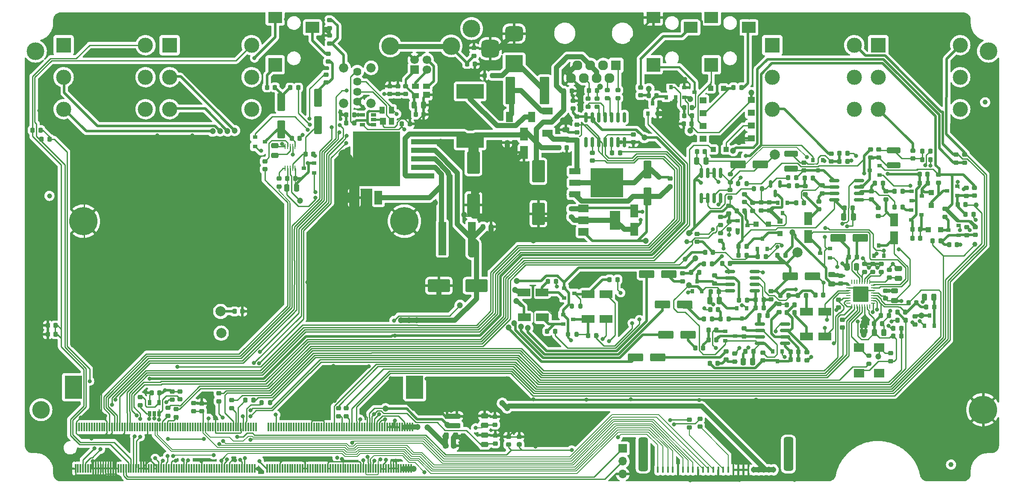
<source format=gbr>
G04 #@! TF.GenerationSoftware,KiCad,Pcbnew,6.0.10-86aedd382b~118~ubuntu22.04.1*
G04 #@! TF.CreationDate,2023-02-15T17:36:08+01:00*
G04 #@! TF.ProjectId,bottom-board,626f7474-6f6d-42d6-926f-6172642e6b69,rev?*
G04 #@! TF.SameCoordinates,Original*
G04 #@! TF.FileFunction,Copper,L1,Top*
G04 #@! TF.FilePolarity,Positive*
%FSLAX46Y46*%
G04 Gerber Fmt 4.6, Leading zero omitted, Abs format (unit mm)*
G04 Created by KiCad (PCBNEW 6.0.10-86aedd382b~118~ubuntu22.04.1) date 2023-02-15 17:36:08*
%MOMM*%
%LPD*%
G01*
G04 APERTURE LIST*
G04 Aperture macros list*
%AMRoundRect*
0 Rectangle with rounded corners*
0 $1 Rounding radius*
0 $2 $3 $4 $5 $6 $7 $8 $9 X,Y pos of 4 corners*
0 Add a 4 corners polygon primitive as box body*
4,1,4,$2,$3,$4,$5,$6,$7,$8,$9,$2,$3,0*
0 Add four circle primitives for the rounded corners*
1,1,$1+$1,$2,$3*
1,1,$1+$1,$4,$5*
1,1,$1+$1,$6,$7*
1,1,$1+$1,$8,$9*
0 Add four rect primitives between the rounded corners*
20,1,$1+$1,$2,$3,$4,$5,0*
20,1,$1+$1,$4,$5,$6,$7,0*
20,1,$1+$1,$6,$7,$8,$9,0*
20,1,$1+$1,$8,$9,$2,$3,0*%
%AMFreePoly0*
4,1,22,0.500000,-0.750000,0.000000,-0.750000,0.000000,-0.745033,-0.079941,-0.743568,-0.215256,-0.701293,-0.333266,-0.622738,-0.424486,-0.514219,-0.481581,-0.384460,-0.499164,-0.250000,-0.500000,-0.250000,-0.500000,0.250000,-0.499164,0.250000,-0.499963,0.256109,-0.478152,0.396186,-0.417904,0.524511,-0.324060,0.630769,-0.204165,0.706417,-0.067858,0.745374,0.000000,0.744959,0.000000,0.750000,
0.500000,0.750000,0.500000,-0.750000,0.500000,-0.750000,$1*%
%AMFreePoly1*
4,1,20,0.000000,0.744959,0.073905,0.744508,0.209726,0.703889,0.328688,0.626782,0.421226,0.519385,0.479903,0.390333,0.500000,0.250000,0.500000,-0.250000,0.499851,-0.262216,0.476331,-0.402017,0.414519,-0.529596,0.319384,-0.634700,0.198574,-0.708877,0.061801,-0.746166,0.000000,-0.745033,0.000000,-0.750000,-0.500000,-0.750000,-0.500000,0.750000,0.000000,0.750000,0.000000,0.744959,
0.000000,0.744959,$1*%
G04 Aperture macros list end*
G04 #@! TA.AperFunction,SMDPad,CuDef*
%ADD10RoundRect,0.250000X1.100000X-0.325000X1.100000X0.325000X-1.100000X0.325000X-1.100000X-0.325000X0*%
G04 #@! TD*
G04 #@! TA.AperFunction,SMDPad,CuDef*
%ADD11R,1.000000X1.000000*%
G04 #@! TD*
G04 #@! TA.AperFunction,SMDPad,CuDef*
%ADD12RoundRect,0.218750X-0.256250X0.218750X-0.256250X-0.218750X0.256250X-0.218750X0.256250X0.218750X0*%
G04 #@! TD*
G04 #@! TA.AperFunction,SMDPad,CuDef*
%ADD13RoundRect,0.243750X0.456250X-0.243750X0.456250X0.243750X-0.456250X0.243750X-0.456250X-0.243750X0*%
G04 #@! TD*
G04 #@! TA.AperFunction,SMDPad,CuDef*
%ADD14RoundRect,0.243750X-0.243750X-0.456250X0.243750X-0.456250X0.243750X0.456250X-0.243750X0.456250X0*%
G04 #@! TD*
G04 #@! TA.AperFunction,SMDPad,CuDef*
%ADD15RoundRect,0.218750X0.218750X0.256250X-0.218750X0.256250X-0.218750X-0.256250X0.218750X-0.256250X0*%
G04 #@! TD*
G04 #@! TA.AperFunction,SMDPad,CuDef*
%ADD16RoundRect,0.218750X-0.218750X-0.256250X0.218750X-0.256250X0.218750X0.256250X-0.218750X0.256250X0*%
G04 #@! TD*
G04 #@! TA.AperFunction,SMDPad,CuDef*
%ADD17RoundRect,0.218750X0.256250X-0.218750X0.256250X0.218750X-0.256250X0.218750X-0.256250X-0.218750X0*%
G04 #@! TD*
G04 #@! TA.AperFunction,SMDPad,CuDef*
%ADD18R,1.400000X1.200000*%
G04 #@! TD*
G04 #@! TA.AperFunction,SMDPad,CuDef*
%ADD19R,1.400000X1.000000*%
G04 #@! TD*
G04 #@! TA.AperFunction,SMDPad,CuDef*
%ADD20R,1.200000X1.400000*%
G04 #@! TD*
G04 #@! TA.AperFunction,SMDPad,CuDef*
%ADD21R,1.000000X1.400000*%
G04 #@! TD*
G04 #@! TA.AperFunction,SMDPad,CuDef*
%ADD22R,2.800000X2.800000*%
G04 #@! TD*
G04 #@! TA.AperFunction,SMDPad,CuDef*
%ADD23R,2.800000X2.200000*%
G04 #@! TD*
G04 #@! TA.AperFunction,SMDPad,CuDef*
%ADD24R,0.800000X0.900000*%
G04 #@! TD*
G04 #@! TA.AperFunction,SMDPad,CuDef*
%ADD25C,1.000000*%
G04 #@! TD*
G04 #@! TA.AperFunction,ComponentPad*
%ADD26C,3.500000*%
G04 #@! TD*
G04 #@! TA.AperFunction,SMDPad,CuDef*
%ADD27RoundRect,0.150000X0.150000X-0.825000X0.150000X0.825000X-0.150000X0.825000X-0.150000X-0.825000X0*%
G04 #@! TD*
G04 #@! TA.AperFunction,SMDPad,CuDef*
%ADD28RoundRect,0.250000X1.250000X0.550000X-1.250000X0.550000X-1.250000X-0.550000X1.250000X-0.550000X0*%
G04 #@! TD*
G04 #@! TA.AperFunction,SMDPad,CuDef*
%ADD29RoundRect,0.250000X-0.550000X1.050000X-0.550000X-1.050000X0.550000X-1.050000X0.550000X1.050000X0*%
G04 #@! TD*
G04 #@! TA.AperFunction,SMDPad,CuDef*
%ADD30RoundRect,0.250000X1.050000X0.550000X-1.050000X0.550000X-1.050000X-0.550000X1.050000X-0.550000X0*%
G04 #@! TD*
G04 #@! TA.AperFunction,SMDPad,CuDef*
%ADD31RoundRect,0.250000X0.550000X-1.500000X0.550000X1.500000X-0.550000X1.500000X-0.550000X-1.500000X0*%
G04 #@! TD*
G04 #@! TA.AperFunction,ComponentPad*
%ADD32C,5.600000*%
G04 #@! TD*
G04 #@! TA.AperFunction,SMDPad,CuDef*
%ADD33R,0.250000X1.100000*%
G04 #@! TD*
G04 #@! TA.AperFunction,SMDPad,CuDef*
%ADD34R,0.900000X0.800000*%
G04 #@! TD*
G04 #@! TA.AperFunction,SMDPad,CuDef*
%ADD35RoundRect,0.150000X0.825000X0.150000X-0.825000X0.150000X-0.825000X-0.150000X0.825000X-0.150000X0*%
G04 #@! TD*
G04 #@! TA.AperFunction,SMDPad,CuDef*
%ADD36C,2.000000*%
G04 #@! TD*
G04 #@! TA.AperFunction,SMDPad,CuDef*
%ADD37RoundRect,0.249999X1.300001X1.300001X-1.300001X1.300001X-1.300001X-1.300001X1.300001X-1.300001X0*%
G04 #@! TD*
G04 #@! TA.AperFunction,SMDPad,CuDef*
%ADD38RoundRect,0.062500X0.062500X0.375000X-0.062500X0.375000X-0.062500X-0.375000X0.062500X-0.375000X0*%
G04 #@! TD*
G04 #@! TA.AperFunction,SMDPad,CuDef*
%ADD39RoundRect,0.062500X0.375000X0.062500X-0.375000X0.062500X-0.375000X-0.062500X0.375000X-0.062500X0*%
G04 #@! TD*
G04 #@! TA.AperFunction,SMDPad,CuDef*
%ADD40R,1.500000X6.600000*%
G04 #@! TD*
G04 #@! TA.AperFunction,ComponentPad*
%ADD41R,1.700000X1.700000*%
G04 #@! TD*
G04 #@! TA.AperFunction,ComponentPad*
%ADD42O,1.700000X1.700000*%
G04 #@! TD*
G04 #@! TA.AperFunction,SMDPad,CuDef*
%ADD43RoundRect,0.250000X1.950000X1.000000X-1.950000X1.000000X-1.950000X-1.000000X1.950000X-1.000000X0*%
G04 #@! TD*
G04 #@! TA.AperFunction,SMDPad,CuDef*
%ADD44RoundRect,0.249999X0.712501X2.475001X-0.712501X2.475001X-0.712501X-2.475001X0.712501X-2.475001X0*%
G04 #@! TD*
G04 #@! TA.AperFunction,SMDPad,CuDef*
%ADD45R,0.650000X1.060000*%
G04 #@! TD*
G04 #@! TA.AperFunction,SMDPad,CuDef*
%ADD46RoundRect,0.250000X0.550000X-1.050000X0.550000X1.050000X-0.550000X1.050000X-0.550000X-1.050000X0*%
G04 #@! TD*
G04 #@! TA.AperFunction,SMDPad,CuDef*
%ADD47FreePoly0,90.000000*%
G04 #@! TD*
G04 #@! TA.AperFunction,SMDPad,CuDef*
%ADD48FreePoly1,90.000000*%
G04 #@! TD*
G04 #@! TA.AperFunction,SMDPad,CuDef*
%ADD49RoundRect,0.250000X-1.250000X-0.550000X1.250000X-0.550000X1.250000X0.550000X-1.250000X0.550000X0*%
G04 #@! TD*
G04 #@! TA.AperFunction,SMDPad,CuDef*
%ADD50RoundRect,0.250000X-1.050000X-0.550000X1.050000X-0.550000X1.050000X0.550000X-1.050000X0.550000X0*%
G04 #@! TD*
G04 #@! TA.AperFunction,SMDPad,CuDef*
%ADD51R,1.500000X2.700000*%
G04 #@! TD*
G04 #@! TA.AperFunction,SMDPad,CuDef*
%ADD52R,2.200000X1.200000*%
G04 #@! TD*
G04 #@! TA.AperFunction,SMDPad,CuDef*
%ADD53R,6.400000X5.800000*%
G04 #@! TD*
G04 #@! TA.AperFunction,SMDPad,CuDef*
%ADD54RoundRect,0.225000X0.250000X-0.225000X0.250000X0.225000X-0.250000X0.225000X-0.250000X-0.225000X0*%
G04 #@! TD*
G04 #@! TA.AperFunction,SMDPad,CuDef*
%ADD55R,2.000000X1.800000*%
G04 #@! TD*
G04 #@! TA.AperFunction,SMDPad,CuDef*
%ADD56RoundRect,0.200000X0.200000X0.275000X-0.200000X0.275000X-0.200000X-0.275000X0.200000X-0.275000X0*%
G04 #@! TD*
G04 #@! TA.AperFunction,SMDPad,CuDef*
%ADD57R,2.000000X1.500000*%
G04 #@! TD*
G04 #@! TA.AperFunction,SMDPad,CuDef*
%ADD58R,2.000000X3.800000*%
G04 #@! TD*
G04 #@! TA.AperFunction,SMDPad,CuDef*
%ADD59R,1.400000X1.300000*%
G04 #@! TD*
G04 #@! TA.AperFunction,SMDPad,CuDef*
%ADD60RoundRect,0.200000X0.275000X-0.200000X0.275000X0.200000X-0.275000X0.200000X-0.275000X-0.200000X0*%
G04 #@! TD*
G04 #@! TA.AperFunction,SMDPad,CuDef*
%ADD61RoundRect,0.250000X0.475000X-0.250000X0.475000X0.250000X-0.475000X0.250000X-0.475000X-0.250000X0*%
G04 #@! TD*
G04 #@! TA.AperFunction,ComponentPad*
%ADD62C,3.000000*%
G04 #@! TD*
G04 #@! TA.AperFunction,ComponentPad*
%ADD63R,3.000000X3.000000*%
G04 #@! TD*
G04 #@! TA.AperFunction,ComponentPad*
%ADD64C,1.620000*%
G04 #@! TD*
G04 #@! TA.AperFunction,ComponentPad*
%ADD65C,1.850000*%
G04 #@! TD*
G04 #@! TA.AperFunction,ComponentPad*
%ADD66C,1.700000*%
G04 #@! TD*
G04 #@! TA.AperFunction,ComponentPad*
%ADD67R,3.500000X3.500000*%
G04 #@! TD*
G04 #@! TA.AperFunction,ComponentPad*
%ADD68RoundRect,0.750000X-1.000000X0.750000X-1.000000X-0.750000X1.000000X-0.750000X1.000000X0.750000X0*%
G04 #@! TD*
G04 #@! TA.AperFunction,ComponentPad*
%ADD69RoundRect,0.875000X-0.875000X0.875000X-0.875000X-0.875000X0.875000X-0.875000X0.875000X0.875000X0*%
G04 #@! TD*
G04 #@! TA.AperFunction,ComponentPad*
%ADD70C,1.960000*%
G04 #@! TD*
G04 #@! TA.AperFunction,ComponentPad*
%ADD71R,1.960000X1.960000*%
G04 #@! TD*
G04 #@! TA.AperFunction,SMDPad,CuDef*
%ADD72R,3.500000X4.600000*%
G04 #@! TD*
G04 #@! TA.AperFunction,SMDPad,CuDef*
%ADD73R,0.300000X1.750000*%
G04 #@! TD*
G04 #@! TA.AperFunction,SMDPad,CuDef*
%ADD74R,1.060000X0.650000*%
G04 #@! TD*
G04 #@! TA.AperFunction,SMDPad,CuDef*
%ADD75RoundRect,0.200000X-0.275000X0.200000X-0.275000X-0.200000X0.275000X-0.200000X0.275000X0.200000X0*%
G04 #@! TD*
G04 #@! TA.AperFunction,ComponentPad*
%ADD76C,2.000000*%
G04 #@! TD*
G04 #@! TA.AperFunction,SMDPad,CuDef*
%ADD77RoundRect,0.225000X-0.250000X0.225000X-0.250000X-0.225000X0.250000X-0.225000X0.250000X0.225000X0*%
G04 #@! TD*
G04 #@! TA.AperFunction,SMDPad,CuDef*
%ADD78R,5.400000X2.900000*%
G04 #@! TD*
G04 #@! TA.AperFunction,SMDPad,CuDef*
%ADD79R,4.600000X1.100000*%
G04 #@! TD*
G04 #@! TA.AperFunction,SMDPad,CuDef*
%ADD80R,9.400000X10.800000*%
G04 #@! TD*
G04 #@! TA.AperFunction,SMDPad,CuDef*
%ADD81RoundRect,0.250000X-0.250000X-0.475000X0.250000X-0.475000X0.250000X0.475000X-0.250000X0.475000X0*%
G04 #@! TD*
G04 #@! TA.AperFunction,SMDPad,CuDef*
%ADD82RoundRect,0.250000X0.250000X0.475000X-0.250000X0.475000X-0.250000X-0.475000X0.250000X-0.475000X0*%
G04 #@! TD*
G04 #@! TA.AperFunction,SMDPad,CuDef*
%ADD83RoundRect,0.250000X-0.475000X0.250000X-0.475000X-0.250000X0.475000X-0.250000X0.475000X0.250000X0*%
G04 #@! TD*
G04 #@! TA.AperFunction,SMDPad,CuDef*
%ADD84RoundRect,0.250000X-1.000000X1.950000X-1.000000X-1.950000X1.000000X-1.950000X1.000000X1.950000X0*%
G04 #@! TD*
G04 #@! TA.AperFunction,SMDPad,CuDef*
%ADD85R,2.100000X1.400000*%
G04 #@! TD*
G04 #@! TA.AperFunction,SMDPad,CuDef*
%ADD86R,1.400000X2.100000*%
G04 #@! TD*
G04 #@! TA.AperFunction,SMDPad,CuDef*
%ADD87RoundRect,0.095250X-0.095250X-0.508000X0.095250X-0.508000X0.095250X0.508000X-0.095250X0.508000X0*%
G04 #@! TD*
G04 #@! TA.AperFunction,SMDPad,CuDef*
%ADD88RoundRect,0.473471X-0.473471X-2.885679X0.473471X-2.885679X0.473471X2.885679X-0.473471X2.885679X0*%
G04 #@! TD*
G04 #@! TA.AperFunction,SMDPad,CuDef*
%ADD89RoundRect,0.150000X-0.150000X0.587500X-0.150000X-0.587500X0.150000X-0.587500X0.150000X0.587500X0*%
G04 #@! TD*
G04 #@! TA.AperFunction,SMDPad,CuDef*
%ADD90RoundRect,0.225000X0.225000X0.250000X-0.225000X0.250000X-0.225000X-0.250000X0.225000X-0.250000X0*%
G04 #@! TD*
G04 #@! TA.AperFunction,ViaPad*
%ADD91C,0.800000*%
G04 #@! TD*
G04 #@! TA.AperFunction,ViaPad*
%ADD92C,1.200000*%
G04 #@! TD*
G04 #@! TA.AperFunction,Conductor*
%ADD93C,0.250000*%
G04 #@! TD*
G04 #@! TA.AperFunction,Conductor*
%ADD94C,0.500000*%
G04 #@! TD*
G04 #@! TA.AperFunction,Conductor*
%ADD95C,0.200000*%
G04 #@! TD*
G04 #@! TA.AperFunction,Conductor*
%ADD96C,1.000000*%
G04 #@! TD*
G04 #@! TA.AperFunction,Conductor*
%ADD97C,2.000000*%
G04 #@! TD*
G04 #@! TA.AperFunction,Conductor*
%ADD98C,0.450000*%
G04 #@! TD*
G04 #@! TA.AperFunction,Conductor*
%ADD99C,0.480000*%
G04 #@! TD*
G04 APERTURE END LIST*
G36*
X225400000Y-104900000D02*
G01*
X225000000Y-104900000D01*
X225000000Y-104400000D01*
X225400000Y-104400000D01*
X225400000Y-104900000D01*
G37*
G36*
X226200000Y-104900000D02*
G01*
X225800000Y-104900000D01*
X225800000Y-104400000D01*
X226200000Y-104400000D01*
X226200000Y-104900000D01*
G37*
D10*
X231510000Y-69280000D03*
X231510000Y-72230000D03*
X211210000Y-72880000D03*
X211210000Y-69930000D03*
D11*
X240860000Y-85000000D03*
X238360000Y-85000000D03*
X239010000Y-80180000D03*
X239010000Y-77680000D03*
X209000000Y-85800000D03*
X209000000Y-83300000D03*
D12*
X203600000Y-79712500D03*
X203600000Y-81287500D03*
D11*
X204260000Y-83930000D03*
X206760000Y-83930000D03*
X197810000Y-57020000D03*
X195310000Y-57020000D03*
X198295000Y-69100000D03*
X195795000Y-69100000D03*
D13*
X166600000Y-67057500D03*
X166600000Y-65182500D03*
D14*
X237637500Y-98425000D03*
X239512500Y-98425000D03*
X136537500Y-60325000D03*
X138412500Y-60325000D03*
D15*
X138425000Y-62175000D03*
X136850000Y-62175000D03*
D16*
X134072500Y-64055000D03*
X135647500Y-64055000D03*
D17*
X168000000Y-61000000D03*
X168000000Y-59425000D03*
D18*
X138950000Y-58295000D03*
D19*
X138950000Y-56575000D03*
X136750000Y-56575000D03*
X136750000Y-58475000D03*
D20*
X130355000Y-63530000D03*
D21*
X132075000Y-63530000D03*
X132075000Y-61330000D03*
X130175000Y-61330000D03*
D22*
X195410000Y-52330000D03*
D23*
X195410000Y-42930000D03*
X202810000Y-44930000D03*
D12*
X134872280Y-56540040D03*
X134872280Y-58115040D03*
D17*
X133285000Y-58112500D03*
X133285000Y-56537500D03*
D15*
X191587500Y-62400000D03*
X190012500Y-62400000D03*
D16*
X183000000Y-58400000D03*
X184575000Y-58400000D03*
D12*
X171870000Y-69755000D03*
X171870000Y-71330000D03*
X168800000Y-62600000D03*
X168800000Y-64175000D03*
X180000000Y-66112500D03*
X180000000Y-67687500D03*
D15*
X102510000Y-101230000D03*
X100935000Y-101230000D03*
D24*
X237650000Y-104050000D03*
X239550000Y-104050000D03*
X238600000Y-102050000D03*
X186450000Y-58770000D03*
X188350000Y-58770000D03*
X187400000Y-56770000D03*
X182850000Y-62000000D03*
X184750000Y-62000000D03*
X183800000Y-60000000D03*
D25*
X64280000Y-78300000D03*
X249650000Y-59750000D03*
X242900000Y-131600000D03*
D26*
X250310000Y-49630000D03*
X62610000Y-120730000D03*
D12*
X176930000Y-57352500D03*
X176930000Y-58927500D03*
X174800000Y-57362500D03*
X174800000Y-58937500D03*
D15*
X172775000Y-57400000D03*
X171200000Y-57400000D03*
D16*
X175725000Y-69800000D03*
X177300000Y-69800000D03*
D12*
X181400000Y-56800000D03*
X181400000Y-58375000D03*
D15*
X191587500Y-60800000D03*
X190012500Y-60800000D03*
X124662500Y-62225000D03*
X123087500Y-62225000D03*
D16*
X123075000Y-63850000D03*
X124650000Y-63850000D03*
D12*
X172800000Y-59025000D03*
X172800000Y-60600000D03*
D15*
X201387500Y-56800000D03*
X199812500Y-56800000D03*
D27*
X170590000Y-62725000D03*
X171860000Y-62725000D03*
X173130000Y-62725000D03*
X174400000Y-62725000D03*
X175670000Y-62725000D03*
X176940000Y-62725000D03*
X178210000Y-62725000D03*
X178210000Y-67675000D03*
X176940000Y-67675000D03*
X175670000Y-67675000D03*
X174400000Y-67675000D03*
X173130000Y-67675000D03*
X171860000Y-67675000D03*
X170590000Y-67675000D03*
D15*
X152062500Y-54450000D03*
X150487500Y-54450000D03*
D17*
X227400000Y-93400000D03*
X227400000Y-91825000D03*
X229100000Y-93387500D03*
X229100000Y-91812500D03*
D15*
X224245000Y-90440000D03*
X222670000Y-90440000D03*
D28*
X224958000Y-86614000D03*
X220558000Y-86614000D03*
D16*
X220770000Y-69890000D03*
X222345000Y-69890000D03*
X237222500Y-69430000D03*
X238797500Y-69430000D03*
D12*
X217400000Y-76225000D03*
X217400000Y-77800000D03*
X227100000Y-77412500D03*
X227100000Y-78987500D03*
D29*
X214600000Y-82800000D03*
X214600000Y-86400000D03*
X231648000Y-83036000D03*
X231648000Y-86636000D03*
D16*
X221792500Y-80700000D03*
X223367500Y-80700000D03*
X211112500Y-109220000D03*
X212687500Y-109220000D03*
X166175000Y-57500000D03*
X167750000Y-57500000D03*
D30*
X174550000Y-97850000D03*
X170950000Y-97850000D03*
X161950000Y-102410000D03*
X158350000Y-102410000D03*
X161850000Y-97450000D03*
X158250000Y-97450000D03*
D15*
X113000000Y-74900000D03*
X111425000Y-74900000D03*
D31*
X117450000Y-64250000D03*
X117450000Y-58850000D03*
D32*
X249207680Y-120727880D03*
D16*
X234462500Y-99480000D03*
X236037500Y-99480000D03*
D17*
X245620000Y-71720000D03*
X245620000Y-70145000D03*
X243870000Y-71707500D03*
X243870000Y-70132500D03*
X219170000Y-69915000D03*
X219170000Y-71490000D03*
X235310000Y-70905000D03*
X235310000Y-69330000D03*
X198900000Y-84975000D03*
X198900000Y-83400000D03*
D12*
X246000000Y-84525000D03*
X246000000Y-86100000D03*
D15*
X220795000Y-71490000D03*
X222370000Y-71490000D03*
X238797500Y-71130000D03*
X237222500Y-71130000D03*
X202000000Y-81300000D03*
X200425000Y-81300000D03*
D17*
X241700000Y-82475000D03*
X241700000Y-80900000D03*
D16*
X212210000Y-74730000D03*
X210635000Y-74730000D03*
D12*
X226950000Y-70675000D03*
X226950000Y-69100000D03*
D16*
X212212500Y-79700000D03*
X213787500Y-79700000D03*
D15*
X233300000Y-80500000D03*
X231725000Y-80500000D03*
X229375000Y-75800000D03*
X227800000Y-75800000D03*
D16*
X210825000Y-76300000D03*
X212400000Y-76300000D03*
D15*
X233275000Y-77400000D03*
X231700000Y-77400000D03*
D17*
X214000000Y-77975000D03*
X214000000Y-76400000D03*
X230000000Y-78975000D03*
X230000000Y-77400000D03*
D12*
X205300000Y-79625000D03*
X205300000Y-81200000D03*
D17*
X216700000Y-80975000D03*
X216700000Y-79400000D03*
D16*
X236700000Y-75800000D03*
X238275000Y-75800000D03*
D17*
X228500000Y-82300000D03*
X228500000Y-80725000D03*
D15*
X202375000Y-88300000D03*
X200800000Y-88300000D03*
D17*
X240400000Y-75700000D03*
X240400000Y-74125000D03*
D15*
X206175000Y-90400000D03*
X204600000Y-90400000D03*
D12*
X245900000Y-76725000D03*
X245900000Y-78300000D03*
D16*
X62712500Y-67056000D03*
X64287500Y-67056000D03*
X60934500Y-65278000D03*
X62509500Y-65278000D03*
D15*
X172587500Y-106000000D03*
X171012500Y-106000000D03*
X176830000Y-94900000D03*
X175255000Y-94900000D03*
X164475000Y-105150000D03*
X162900000Y-105150000D03*
X164625000Y-95250000D03*
X163050000Y-95250000D03*
D17*
X109750000Y-76450000D03*
X109750000Y-74875000D03*
X106960000Y-73027500D03*
X106960000Y-71452500D03*
D15*
X113550000Y-56850000D03*
X111975000Y-56850000D03*
D12*
X119100000Y-54275000D03*
X119100000Y-55850000D03*
D33*
X112950000Y-68550000D03*
X112450000Y-68550000D03*
X111950000Y-68550000D03*
X111450000Y-68550000D03*
X110950000Y-68550000D03*
X110950000Y-72850000D03*
X111450000Y-72850000D03*
X111950000Y-72850000D03*
X112450000Y-72850000D03*
X112950000Y-72850000D03*
D34*
X200600000Y-83250000D03*
X200600000Y-85150000D03*
X202600000Y-84200000D03*
X244400000Y-86100000D03*
X244400000Y-84200000D03*
X242400000Y-85150000D03*
D24*
X210450000Y-79700000D03*
X208550000Y-79700000D03*
X209500000Y-81700000D03*
D34*
X235000000Y-81150000D03*
X235000000Y-83050000D03*
X237000000Y-82100000D03*
X235100000Y-77400000D03*
X235100000Y-79300000D03*
X237100000Y-78350000D03*
D24*
X204550000Y-88800000D03*
X206450000Y-88800000D03*
X205500000Y-86800000D03*
D34*
X244100000Y-78250000D03*
X244100000Y-76350000D03*
X242100000Y-77300000D03*
X166050000Y-101850000D03*
X166050000Y-103750000D03*
X168050000Y-102800000D03*
X166250000Y-96650000D03*
X166250000Y-98550000D03*
X168250000Y-97600000D03*
D35*
X209993000Y-107569000D03*
X209993000Y-106299000D03*
X209993000Y-105029000D03*
X209993000Y-103759000D03*
X205043000Y-103759000D03*
X205043000Y-105029000D03*
X205043000Y-106299000D03*
X205043000Y-107569000D03*
D36*
X208010000Y-70130000D03*
D35*
X224675000Y-79105000D03*
X224675000Y-77835000D03*
X224675000Y-76565000D03*
X224675000Y-75295000D03*
X219725000Y-75295000D03*
X219725000Y-76565000D03*
X219725000Y-77835000D03*
X219725000Y-79105000D03*
X204035000Y-97155000D03*
X204035000Y-95885000D03*
X204035000Y-94615000D03*
X204035000Y-93345000D03*
X199085000Y-93345000D03*
X199085000Y-94615000D03*
X199085000Y-95885000D03*
X199085000Y-97155000D03*
D15*
X211897500Y-101490000D03*
X210322500Y-101490000D03*
X212685000Y-110800000D03*
X211110000Y-110800000D03*
X206510000Y-102075000D03*
X204935000Y-102075000D03*
D17*
X198850000Y-81825000D03*
X198850000Y-80250000D03*
D37*
X225000000Y-97800000D03*
D38*
X226750000Y-100237500D03*
X226250000Y-100237500D03*
X225750000Y-100237500D03*
X225250000Y-100237500D03*
X224750000Y-100237500D03*
X224250000Y-100237500D03*
X223750000Y-100237500D03*
X223250000Y-100237500D03*
D39*
X222562500Y-99550000D03*
X222562500Y-99050000D03*
X222562500Y-98550000D03*
X222562500Y-98050000D03*
X222562500Y-97550000D03*
X222562500Y-97050000D03*
X222562500Y-96550000D03*
X222562500Y-96050000D03*
D38*
X223250000Y-95362500D03*
X223750000Y-95362500D03*
X224250000Y-95362500D03*
X224750000Y-95362500D03*
X225250000Y-95362500D03*
X225750000Y-95362500D03*
X226250000Y-95362500D03*
X226750000Y-95362500D03*
D39*
X227437500Y-96050000D03*
X227437500Y-96550000D03*
X227437500Y-97050000D03*
X227437500Y-97550000D03*
X227437500Y-98050000D03*
X227437500Y-98550000D03*
X227437500Y-99050000D03*
X227437500Y-99550000D03*
D17*
X247700000Y-86075000D03*
X247700000Y-84500000D03*
D15*
X202387500Y-90100000D03*
X200812500Y-90100000D03*
D17*
X247500000Y-78275000D03*
X247500000Y-76700000D03*
D12*
X171000000Y-59025000D03*
X171000000Y-60600000D03*
D15*
X233832500Y-101380000D03*
X232257500Y-101380000D03*
X233027500Y-106145000D03*
X231452500Y-106145000D03*
D17*
X97800000Y-119017500D03*
X97800000Y-117442500D03*
D15*
X104675000Y-118800000D03*
X103100000Y-118800000D03*
D12*
X221340000Y-102855000D03*
X221340000Y-104430000D03*
D16*
X231450000Y-104575000D03*
X233025000Y-104575000D03*
D17*
X213750000Y-73287500D03*
X213750000Y-71712500D03*
X228550000Y-69100000D03*
X228550000Y-70675000D03*
D16*
X235225000Y-84900000D03*
X236800000Y-84900000D03*
D25*
X190560000Y-87380000D03*
X247650000Y-87900000D03*
X190210000Y-90830000D03*
X247850000Y-80100000D03*
D17*
X191080000Y-124247500D03*
X191080000Y-122672500D03*
X193150000Y-124080000D03*
X193150000Y-122505000D03*
D40*
X142100000Y-86760000D03*
X147967400Y-86798100D03*
D41*
X177860000Y-128410000D03*
D42*
X177860000Y-130950000D03*
X177860000Y-133490000D03*
D12*
X100340000Y-118835000D03*
X100340000Y-120410000D03*
D43*
X148860000Y-96130000D03*
X141460000Y-96130000D03*
D16*
X165200000Y-68750000D03*
X166775000Y-68750000D03*
X150202500Y-84410000D03*
X151777500Y-84410000D03*
D30*
X174550000Y-102700000D03*
X170950000Y-102700000D03*
D17*
X121510000Y-122027500D03*
X121510000Y-120452500D03*
X123060000Y-122027500D03*
X123060000Y-120452500D03*
X89409360Y-122195360D03*
X89409360Y-120620360D03*
D24*
X227650000Y-90154000D03*
X229550000Y-90154000D03*
X228600000Y-88154000D03*
D34*
X218932000Y-90612000D03*
X218932000Y-88712000D03*
X216932000Y-89662000D03*
D17*
X187230000Y-76475000D03*
X187230000Y-74900000D03*
D16*
X237987500Y-100375000D03*
X239562500Y-100375000D03*
D12*
X220600000Y-98887500D03*
X220600000Y-100462500D03*
D14*
X227725000Y-105450000D03*
X229600000Y-105450000D03*
D16*
X227637500Y-103650000D03*
X229212500Y-103650000D03*
D17*
X221050000Y-95712500D03*
X221050000Y-94137500D03*
D13*
X219275000Y-95800000D03*
X219275000Y-93925000D03*
D17*
X229900000Y-98675000D03*
X229900000Y-97100000D03*
D16*
X229012500Y-102075000D03*
X230587500Y-102075000D03*
X232287500Y-102950000D03*
X233862500Y-102950000D03*
D13*
X231700000Y-99037500D03*
X231700000Y-97162500D03*
D44*
X162362500Y-57425000D03*
X155587500Y-57425000D03*
D45*
X84090000Y-121490000D03*
X85040000Y-121490000D03*
X85990000Y-121490000D03*
X85990000Y-119290000D03*
X84090000Y-119290000D03*
D16*
X84512500Y-117370000D03*
X86087500Y-117370000D03*
D46*
X180130000Y-84930000D03*
X180130000Y-81330000D03*
D17*
X88580000Y-118717500D03*
X88580000Y-117142500D03*
D12*
X197250000Y-85675000D03*
X197250000Y-87250000D03*
D16*
X242500000Y-88000000D03*
X244075000Y-88000000D03*
D17*
X202000000Y-79537500D03*
X202000000Y-77962500D03*
D15*
X236787500Y-86750000D03*
X235212500Y-86750000D03*
X238250000Y-74000000D03*
X236675000Y-74000000D03*
D16*
X245750000Y-82000000D03*
X247325000Y-82000000D03*
D17*
X192575000Y-87412500D03*
X192575000Y-85837500D03*
D16*
X189925000Y-64000000D03*
X191500000Y-64000000D03*
D15*
X113875000Y-66900000D03*
X112300000Y-66900000D03*
X116587500Y-70000000D03*
X115012500Y-70000000D03*
D24*
X217450000Y-71250000D03*
X215550000Y-71250000D03*
X216500000Y-73250000D03*
D34*
X226750000Y-73250000D03*
X228750000Y-72300000D03*
X228750000Y-74200000D03*
X105000000Y-66650000D03*
X105000000Y-68550000D03*
X107000000Y-67600000D03*
D12*
X82250000Y-118212500D03*
X82250000Y-119787500D03*
D17*
X197250000Y-84075000D03*
X197250000Y-82500000D03*
D16*
X239250000Y-87250000D03*
X240825000Y-87250000D03*
X194175000Y-89500000D03*
X195750000Y-89500000D03*
D12*
X199140000Y-77130000D03*
X199140000Y-78705000D03*
D17*
X119500000Y-51687500D03*
X119500000Y-50112500D03*
D47*
X225600000Y-105300000D03*
D48*
X225600000Y-104000000D03*
D34*
X190060000Y-56850000D03*
X190060000Y-58750000D03*
X192060000Y-57800000D03*
D12*
X90160000Y-118660000D03*
X90160000Y-117085000D03*
D16*
X195172500Y-100850000D03*
X196747500Y-100850000D03*
D17*
X198310000Y-110755000D03*
X198310000Y-109180000D03*
D15*
X195522500Y-102700000D03*
X193947500Y-102700000D03*
X192985000Y-93500000D03*
X191410000Y-93500000D03*
D12*
X189738000Y-93700500D03*
X189738000Y-95275500D03*
D16*
X204185000Y-98925000D03*
X205760000Y-98925000D03*
D15*
X198810000Y-102700000D03*
X197235000Y-102700000D03*
D12*
X208820000Y-99796500D03*
X208820000Y-101371500D03*
D34*
X198140000Y-105170000D03*
X198140000Y-107070000D03*
X200140000Y-106120000D03*
D12*
X200040000Y-109582500D03*
X200040000Y-111157500D03*
D24*
X202385000Y-100625000D03*
X200485000Y-100625000D03*
X201435000Y-102625000D03*
D12*
X207264000Y-97256500D03*
X207264000Y-98831500D03*
X196060000Y-94075000D03*
X196060000Y-95650000D03*
D15*
X210660000Y-98044000D03*
X209085000Y-98044000D03*
X214173000Y-98044000D03*
X212598000Y-98044000D03*
X202460000Y-99025000D03*
X200885000Y-99025000D03*
X205785000Y-100525000D03*
X204210000Y-100525000D03*
X211897500Y-99950000D03*
X210322500Y-99950000D03*
D16*
X195092500Y-111490000D03*
X196667500Y-111490000D03*
D15*
X245787500Y-80000000D03*
X244212500Y-80000000D03*
D17*
X235725000Y-103787500D03*
X235725000Y-102212500D03*
D28*
X205114340Y-72068360D03*
X200714340Y-72068360D03*
D49*
X211000000Y-94275000D03*
X215400000Y-94275000D03*
D17*
X205580000Y-110950000D03*
X205580000Y-109375000D03*
D15*
X196422500Y-104925000D03*
X194847500Y-104925000D03*
X193802000Y-108458000D03*
X192227000Y-108458000D03*
D17*
X206900000Y-81175000D03*
X206900000Y-79600000D03*
X167650000Y-82485000D03*
X167650000Y-80910000D03*
D50*
X214280000Y-106170000D03*
X217880000Y-106170000D03*
D16*
X216022500Y-97990000D03*
X217597500Y-97990000D03*
D12*
X214354500Y-109358000D03*
X214354500Y-110933000D03*
D15*
X148587500Y-52160000D03*
X147012500Y-52160000D03*
D17*
X119750000Y-45027500D03*
X119750000Y-43452500D03*
D16*
X208525000Y-90125000D03*
X210100000Y-90125000D03*
D17*
X148400000Y-50567500D03*
X148400000Y-48992500D03*
X119780000Y-48097500D03*
X119780000Y-46522500D03*
D50*
X214260000Y-101270000D03*
X217860000Y-101270000D03*
D12*
X201935000Y-104600000D03*
X201935000Y-106175000D03*
D15*
X199112500Y-91675000D03*
X197537500Y-91675000D03*
D34*
X116700000Y-73750000D03*
X116700000Y-71850000D03*
X114700000Y-72800000D03*
D36*
X212500000Y-89525000D03*
D16*
X107375000Y-56800000D03*
X108950000Y-56800000D03*
D28*
X190090000Y-99810000D03*
X185690000Y-99810000D03*
X187010000Y-93810000D03*
X182610000Y-93810000D03*
D51*
X129460000Y-78670000D03*
X124660000Y-78670000D03*
D26*
X147910000Y-45130000D03*
D32*
X71007680Y-83337880D03*
D31*
X110200000Y-65100000D03*
X110200000Y-59700000D03*
D17*
X131735000Y-58125000D03*
X131735000Y-56550000D03*
D24*
X191635000Y-97250000D03*
X193535000Y-97250000D03*
X192585000Y-95250000D03*
D15*
X195525000Y-91775000D03*
X193950000Y-91775000D03*
X196860000Y-97275000D03*
X195285000Y-97275000D03*
X196422500Y-106850000D03*
X194847500Y-106850000D03*
X203735000Y-109175000D03*
X202160000Y-109175000D03*
D24*
X209450000Y-109120000D03*
X207550000Y-109120000D03*
X208500000Y-111120000D03*
D17*
X225800000Y-93400000D03*
X225800000Y-91825000D03*
D16*
X213925000Y-74800000D03*
X215500000Y-74800000D03*
D28*
X184790000Y-110350000D03*
X180390000Y-110350000D03*
X190760000Y-105880000D03*
X186360000Y-105880000D03*
D32*
X134607680Y-83337880D03*
D52*
X168375000Y-78025000D03*
X168375000Y-75745000D03*
D53*
X174675000Y-75745000D03*
D52*
X168375000Y-73465000D03*
D13*
X145030000Y-123867500D03*
X145030000Y-121992500D03*
D17*
X143040000Y-123657500D03*
X143040000Y-122082500D03*
D16*
X142886420Y-127905180D03*
X144461420Y-127905180D03*
D14*
X142888820Y-125896040D03*
X144763820Y-125896040D03*
D54*
X230900000Y-111070000D03*
X230900000Y-109520000D03*
D55*
X228630000Y-113430000D03*
X228630000Y-108350000D03*
X224630000Y-108350000D03*
X224630000Y-113430000D03*
D56*
X107970000Y-119340000D03*
X106320000Y-119340000D03*
D31*
X182780000Y-78460000D03*
X182780000Y-73060000D03*
D57*
X170040000Y-80820000D03*
X170040000Y-83120000D03*
D58*
X176340000Y-83120000D03*
D57*
X170040000Y-85420000D03*
D54*
X230670000Y-94495000D03*
X230670000Y-92945000D03*
D59*
X193760000Y-59380000D03*
X193760000Y-61920000D03*
X193760000Y-64460000D03*
X193760000Y-67000000D03*
X203300000Y-66930000D03*
X203300000Y-64390000D03*
X203300000Y-61850000D03*
X203300000Y-59310000D03*
D60*
X226610000Y-111635000D03*
X226610000Y-109985000D03*
D61*
X150500000Y-127650000D03*
X150500000Y-125750000D03*
D54*
X152590000Y-127420000D03*
X152590000Y-125870000D03*
D61*
X150460000Y-123820000D03*
X150460000Y-121920000D03*
D54*
X152540000Y-123690000D03*
X152540000Y-122140000D03*
X157360000Y-127635000D03*
X157360000Y-126085000D03*
X155210000Y-127615000D03*
X155210000Y-126065000D03*
X92800000Y-120970000D03*
X92800000Y-119420000D03*
X94480000Y-121000000D03*
X94480000Y-119450000D03*
D62*
X67085000Y-54780000D03*
X83315000Y-54780000D03*
D63*
X67085000Y-48430000D03*
D62*
X83315000Y-48430000D03*
X67085000Y-61130000D03*
X83315000Y-61130000D03*
D64*
X125285000Y-53655000D03*
X125285000Y-55655000D03*
X125285000Y-57655000D03*
X125285000Y-59655000D03*
D65*
X128005000Y-59925000D03*
X122565000Y-52925000D03*
X122565000Y-59925000D03*
X128005000Y-52925000D03*
D62*
X88085000Y-54780000D03*
X104315000Y-54780000D03*
D63*
X88085000Y-48430000D03*
D62*
X104315000Y-48430000D03*
X88085000Y-61130000D03*
X104315000Y-61130000D03*
D22*
X109010000Y-52330000D03*
D23*
X109010000Y-42930000D03*
X116410000Y-44930000D03*
D41*
X136586971Y-53299976D03*
D66*
X139086971Y-53299976D03*
X139086971Y-51299976D03*
X136586971Y-51299976D03*
D26*
X131816971Y-48589976D03*
X143856971Y-48589976D03*
D67*
X156330453Y-52130000D03*
D68*
X156330453Y-46130000D03*
D69*
X151630453Y-49130000D03*
D70*
X167645000Y-54950000D03*
X168915000Y-52410000D03*
X170185000Y-54950000D03*
X171455000Y-52410000D03*
X172725000Y-54950000D03*
X173995000Y-52410000D03*
X175265000Y-54950000D03*
D71*
X176535000Y-52410000D03*
D62*
X228485000Y-54780000D03*
X244715000Y-54780000D03*
D63*
X228485000Y-48430000D03*
D62*
X244715000Y-48430000D03*
X228485000Y-61130000D03*
X244715000Y-61130000D03*
X207485000Y-54780000D03*
X223715000Y-54780000D03*
D63*
X207485000Y-48430000D03*
D62*
X223715000Y-48430000D03*
X207485000Y-61130000D03*
X223715000Y-61130000D03*
D72*
X136610000Y-116260000D03*
X69010000Y-116260000D03*
D73*
X136185000Y-124160000D03*
X135935000Y-132360000D03*
X135685000Y-124160000D03*
X135435000Y-132360000D03*
X135185000Y-124160000D03*
X134935000Y-132360000D03*
X134685000Y-124160000D03*
X134435000Y-132360000D03*
X134185000Y-124160000D03*
X133935000Y-132360000D03*
X133685000Y-124160000D03*
X133435000Y-132360000D03*
X133185000Y-124160000D03*
X132935000Y-132360000D03*
X132685000Y-124160000D03*
X132435000Y-132360000D03*
X132185000Y-124160000D03*
X131935000Y-132360000D03*
X131685000Y-124160000D03*
X131435000Y-132360000D03*
X131185000Y-124160000D03*
X130935000Y-132360000D03*
X130685000Y-124160000D03*
X130435000Y-132360000D03*
X130185000Y-124160000D03*
X129935000Y-132360000D03*
X129685000Y-124160000D03*
X129435000Y-132360000D03*
X129185000Y-124160000D03*
X128935000Y-132360000D03*
X128685000Y-124160000D03*
X128435000Y-132360000D03*
X128185000Y-124160000D03*
X127935000Y-132360000D03*
X127685000Y-124160000D03*
X127435000Y-132360000D03*
X127185000Y-124160000D03*
X126935000Y-132360000D03*
X126685000Y-124160000D03*
X126435000Y-132360000D03*
X126185000Y-124160000D03*
X125935000Y-132360000D03*
X125685000Y-124160000D03*
X125435000Y-132360000D03*
X125185000Y-124160000D03*
X124935000Y-132360000D03*
X124685000Y-124160000D03*
X124435000Y-132360000D03*
X124185000Y-124160000D03*
X123935000Y-132360000D03*
X123685000Y-124160000D03*
X123435000Y-132360000D03*
X123185000Y-124160000D03*
X122935000Y-132360000D03*
X122685000Y-124160000D03*
X122435000Y-132360000D03*
X122185000Y-124160000D03*
X121935000Y-132360000D03*
X121685000Y-124160000D03*
X121435000Y-132360000D03*
X121185000Y-124160000D03*
X120935000Y-132360000D03*
X120685000Y-124160000D03*
X120435000Y-132360000D03*
X120185000Y-124160000D03*
X119935000Y-132360000D03*
X119685000Y-124160000D03*
X119435000Y-132360000D03*
X119185000Y-124160000D03*
X118935000Y-132360000D03*
X118685000Y-124160000D03*
X118435000Y-132360000D03*
X118185000Y-124160000D03*
X117935000Y-132360000D03*
X117685000Y-124160000D03*
X117435000Y-132360000D03*
X117185000Y-124160000D03*
X116935000Y-132360000D03*
X116685000Y-124160000D03*
X116435000Y-132360000D03*
X116185000Y-124160000D03*
X115935000Y-132360000D03*
X115685000Y-124160000D03*
X115435000Y-132360000D03*
X115185000Y-124160000D03*
X114935000Y-132360000D03*
X114685000Y-124160000D03*
X114435000Y-132360000D03*
X114185000Y-124160000D03*
X113935000Y-132360000D03*
X113685000Y-124160000D03*
X113435000Y-132360000D03*
X113185000Y-124160000D03*
X112935000Y-132360000D03*
X112685000Y-124160000D03*
X112435000Y-132360000D03*
X112185000Y-124160000D03*
X111935000Y-132360000D03*
X111685000Y-124160000D03*
X111435000Y-132360000D03*
X111185000Y-124160000D03*
X110935000Y-132360000D03*
X110685000Y-124160000D03*
X110435000Y-132360000D03*
X110185000Y-124160000D03*
X109935000Y-132360000D03*
X109685000Y-124160000D03*
X109435000Y-132360000D03*
X109185000Y-124160000D03*
X108935000Y-132360000D03*
X108685000Y-124160000D03*
X108435000Y-132360000D03*
X108185000Y-124160000D03*
X107935000Y-132360000D03*
X107685000Y-124160000D03*
X107435000Y-132360000D03*
X105185000Y-124160000D03*
X104935000Y-132360000D03*
X104685000Y-124160000D03*
X104435000Y-132360000D03*
X104185000Y-124160000D03*
X103935000Y-132360000D03*
X103685000Y-124160000D03*
X103435000Y-132360000D03*
X103185000Y-124160000D03*
X102935000Y-132360000D03*
X102685000Y-124160000D03*
X102435000Y-132360000D03*
X102185000Y-124160000D03*
X101935000Y-132360000D03*
X101685000Y-124160000D03*
X101435000Y-132360000D03*
X101185000Y-124160000D03*
X100935000Y-132360000D03*
X100685000Y-124160000D03*
X100435000Y-132360000D03*
X100185000Y-124160000D03*
X99935000Y-132360000D03*
X99685000Y-124160000D03*
X99435000Y-132360000D03*
X99185000Y-124160000D03*
X98935000Y-132360000D03*
X98685000Y-124160000D03*
X98435000Y-132360000D03*
X98185000Y-124160000D03*
X97935000Y-132360000D03*
X97685000Y-124160000D03*
X97435000Y-132360000D03*
X97185000Y-124160000D03*
X96935000Y-132360000D03*
X96685000Y-124160000D03*
X96435000Y-132360000D03*
X96185000Y-124160000D03*
X95935000Y-132360000D03*
X95685000Y-124160000D03*
X95435000Y-132360000D03*
X95185000Y-124160000D03*
X94935000Y-132360000D03*
X94685000Y-124160000D03*
X94435000Y-132360000D03*
X94185000Y-124160000D03*
X93935000Y-132360000D03*
X93685000Y-124160000D03*
X93435000Y-132360000D03*
X93185000Y-124160000D03*
X92935000Y-132360000D03*
X92685000Y-124160000D03*
X92435000Y-132360000D03*
X92185000Y-124160000D03*
X91935000Y-132360000D03*
X91685000Y-124160000D03*
X91435000Y-132360000D03*
X91185000Y-124160000D03*
X90935000Y-132360000D03*
X90685000Y-124160000D03*
X90435000Y-132360000D03*
X90185000Y-124160000D03*
X89935000Y-132360000D03*
X89685000Y-124160000D03*
X89435000Y-132360000D03*
X89185000Y-124160000D03*
X88935000Y-132360000D03*
X88685000Y-124160000D03*
X88435000Y-132360000D03*
X88185000Y-124160000D03*
X87935000Y-132360000D03*
X87685000Y-124160000D03*
X87435000Y-132360000D03*
X87185000Y-124160000D03*
X86935000Y-132360000D03*
X86685000Y-124160000D03*
X86435000Y-132360000D03*
X86185000Y-124160000D03*
X85935000Y-132360000D03*
X85685000Y-124160000D03*
X85435000Y-132360000D03*
X85185000Y-124160000D03*
X84935000Y-132360000D03*
X84685000Y-124160000D03*
X84435000Y-132360000D03*
X84185000Y-124160000D03*
X83935000Y-132360000D03*
X83685000Y-124160000D03*
X83435000Y-132360000D03*
X83185000Y-124160000D03*
X82935000Y-132360000D03*
X82685000Y-124160000D03*
X82435000Y-132360000D03*
X82185000Y-124160000D03*
X81935000Y-132360000D03*
X81685000Y-124160000D03*
X81435000Y-132360000D03*
X81185000Y-124160000D03*
X80935000Y-132360000D03*
X80685000Y-124160000D03*
X80435000Y-132360000D03*
X80185000Y-124160000D03*
X79935000Y-132360000D03*
X79685000Y-124160000D03*
X79435000Y-132360000D03*
X79185000Y-124160000D03*
X78935000Y-132360000D03*
X78685000Y-124160000D03*
X78435000Y-132360000D03*
X78185000Y-124160000D03*
X77935000Y-132360000D03*
X77685000Y-124160000D03*
X77435000Y-132360000D03*
X77185000Y-124160000D03*
X76935000Y-132360000D03*
X76685000Y-124160000D03*
X76435000Y-132360000D03*
X76185000Y-124160000D03*
X75935000Y-132360000D03*
X75685000Y-124160000D03*
X75435000Y-132360000D03*
X75185000Y-124160000D03*
X74935000Y-132360000D03*
X74685000Y-124160000D03*
X74435000Y-132360000D03*
X74185000Y-124160000D03*
X73935000Y-132360000D03*
X73685000Y-124160000D03*
X73435000Y-132360000D03*
X73185000Y-124160000D03*
X72935000Y-132360000D03*
X72685000Y-124160000D03*
X72435000Y-132360000D03*
X72185000Y-124160000D03*
X71935000Y-132360000D03*
X71685000Y-124160000D03*
X71435000Y-132360000D03*
X71185000Y-124160000D03*
X70935000Y-132360000D03*
X70685000Y-124160000D03*
X70435000Y-132360000D03*
X70185000Y-124160000D03*
X69935000Y-132360000D03*
X69685000Y-124160000D03*
X69435000Y-132360000D03*
D26*
X61507680Y-49627880D03*
D56*
X169448840Y-100191240D03*
X167798840Y-100191240D03*
X168661440Y-105789400D03*
X167011440Y-105789400D03*
D74*
X128517920Y-64163920D03*
X128517920Y-63213920D03*
X128517920Y-62263920D03*
X126317920Y-62263920D03*
X126317920Y-64163920D03*
D17*
X87790000Y-121927500D03*
X87790000Y-120352500D03*
X168800000Y-67275000D03*
X168800000Y-65700000D03*
D75*
X199178000Y-74014000D03*
X199178000Y-75664000D03*
D76*
X98210000Y-101230000D03*
X98310000Y-105530000D03*
D22*
X183910000Y-52330000D03*
D23*
X183910000Y-42930000D03*
X191310000Y-44930000D03*
D77*
X154970000Y-66220000D03*
X154970000Y-67770000D03*
D78*
X147635000Y-57605000D03*
X147635000Y-67305000D03*
D79*
X138235000Y-67580000D03*
X138235000Y-69280000D03*
D80*
X129085000Y-70980000D03*
D79*
X138235000Y-70980000D03*
X138235000Y-72680000D03*
X138235000Y-74380000D03*
D29*
X158300000Y-66090000D03*
X158300000Y-69690000D03*
D81*
X222290000Y-92360000D03*
X224190000Y-92360000D03*
D82*
X223560000Y-82480000D03*
X221660000Y-82480000D03*
D81*
X201690000Y-111160000D03*
X203590000Y-111160000D03*
X111330000Y-76750000D03*
X113230000Y-76750000D03*
D61*
X108970000Y-70270000D03*
X108970000Y-68370000D03*
D83*
X232480000Y-92760000D03*
X232480000Y-94660000D03*
D81*
X195097500Y-99080000D03*
X196997500Y-99080000D03*
D84*
X148270000Y-71730000D03*
X148270000Y-80130000D03*
X161140000Y-73450000D03*
X161140000Y-81850000D03*
D85*
X162940000Y-65870000D03*
X162940000Y-61470000D03*
D86*
X159820000Y-62650000D03*
X155420000Y-62650000D03*
D27*
X193445000Y-78725000D03*
X194715000Y-78725000D03*
X195985000Y-78725000D03*
X197255000Y-78725000D03*
X197255000Y-73775000D03*
X195985000Y-73775000D03*
X194715000Y-73775000D03*
X193445000Y-73775000D03*
D56*
X202395000Y-75880000D03*
X200745000Y-75880000D03*
D87*
X184787000Y-132640000D03*
X185777600Y-132640000D03*
X186793600Y-132640000D03*
X187784200Y-132640000D03*
X188800200Y-132640000D03*
X189790800Y-132640000D03*
X190781400Y-132640000D03*
X191772000Y-132640000D03*
X192788000Y-132640000D03*
X193778600Y-132640000D03*
X194769200Y-132640000D03*
X195785200Y-132640000D03*
X196775800Y-132640000D03*
X197766400Y-132640000D03*
X198782400Y-132640000D03*
X199773000Y-132640000D03*
X200763600Y-132640000D03*
X201779600Y-132640000D03*
X202770200Y-132640000D03*
X203760800Y-132640000D03*
X204776800Y-132640000D03*
X205767400Y-132640000D03*
X206783400Y-132640000D03*
X207774000Y-132640000D03*
D88*
X181884258Y-129522150D03*
X210669600Y-129515800D03*
D89*
X209010000Y-75922500D03*
X207110000Y-75922500D03*
X208060000Y-77797500D03*
D81*
X192480000Y-71410000D03*
X194380000Y-71410000D03*
D56*
X205465000Y-76900000D03*
X203815000Y-76900000D03*
D90*
X65500000Y-105750000D03*
X63950000Y-105750000D03*
X194115000Y-69500000D03*
X192565000Y-69500000D03*
X65520000Y-104000000D03*
X63970000Y-104000000D03*
D91*
X237810000Y-72230000D03*
X238810000Y-72305500D03*
X225710000Y-73830000D03*
X230310000Y-73930000D03*
X223150000Y-71275000D03*
X224050000Y-70400000D03*
X208455042Y-88444958D03*
X221350000Y-91750000D03*
X194000000Y-100600000D03*
X214350000Y-70650000D03*
D92*
X225600000Y-105875000D03*
D91*
X179725000Y-103525000D03*
X228297640Y-92559071D03*
X215169002Y-110250000D03*
X209900000Y-110260000D03*
D92*
X225050000Y-98350000D03*
D91*
X230600000Y-97125000D03*
X234844847Y-76280153D03*
X220210010Y-100969281D03*
X181740000Y-81440000D03*
X116930000Y-78640000D03*
X236708957Y-103164173D03*
X205600000Y-93500000D03*
X198890000Y-86000000D03*
X202700000Y-108375000D03*
X225450000Y-90710000D03*
X114439104Y-66243831D03*
X196275000Y-108500000D03*
X195750000Y-84925000D03*
X104900000Y-50975000D03*
X200950000Y-108500000D03*
X247750000Y-83050000D03*
X200625000Y-85625000D03*
X208150000Y-105200000D03*
X220418036Y-94031965D03*
X181150000Y-102825000D03*
X110390000Y-68025000D03*
X190825000Y-97475000D03*
X221391095Y-83834637D03*
X197450000Y-90300000D03*
X230825000Y-101100000D03*
X185030000Y-74630000D03*
X209381155Y-88124999D03*
X220375000Y-92375000D03*
X235250000Y-103400000D03*
X244200000Y-75575000D03*
X201480000Y-100010000D03*
X116890000Y-70390000D03*
X115860000Y-64230000D03*
X164800000Y-96250000D03*
X222300000Y-84313980D03*
X115790000Y-63000000D03*
X116960000Y-77590000D03*
X196827701Y-80055500D03*
X246625000Y-85075000D03*
X197843161Y-88775000D03*
X217850000Y-71400000D03*
X226605417Y-92564545D03*
X244770000Y-88000000D03*
X115480000Y-65170000D03*
X228100000Y-89800000D03*
X195830000Y-99830000D03*
X177450000Y-97525000D03*
X231370000Y-91770000D03*
X237300000Y-99350000D03*
X244660000Y-85099998D03*
X217620000Y-95550000D03*
D92*
X228460000Y-110180000D03*
D91*
X245375000Y-77000000D03*
D92*
X183050000Y-57050000D03*
X191200000Y-59090000D03*
X133870000Y-103014971D03*
X191200000Y-65350000D03*
X154009999Y-119429999D03*
X139120000Y-124260000D03*
X154960000Y-120380000D03*
X137200000Y-124150000D03*
X203300000Y-57840000D03*
D91*
X134603347Y-65133347D03*
D92*
X136475000Y-132475000D03*
X137075029Y-103014971D03*
X135490000Y-103014971D03*
D91*
X229600000Y-89200000D03*
X181390000Y-83050000D03*
D92*
X192225000Y-90675000D03*
D91*
X217900000Y-86425000D03*
D92*
X156828466Y-95156614D03*
X211425000Y-85525000D03*
D91*
X132510000Y-103030000D03*
X217950000Y-84725000D03*
X232575000Y-88900000D03*
D92*
X237000000Y-102000000D03*
D91*
X129810000Y-130539989D03*
D92*
X145630000Y-100010000D03*
D91*
X106250000Y-69400000D03*
X233030000Y-99150000D03*
X115440000Y-71790000D03*
X167610000Y-106930000D03*
X224409053Y-103229053D03*
X219680000Y-107580000D03*
X105870000Y-130890000D03*
X105962347Y-109262347D03*
X121785000Y-64305000D03*
X130620000Y-58080000D03*
X84080000Y-114560000D03*
X127291707Y-130099978D03*
D92*
X199720000Y-69350000D03*
X182127463Y-66757463D03*
D91*
X132750000Y-106022976D03*
X87170000Y-116830000D03*
X72260011Y-115040000D03*
X130933722Y-130638662D03*
X130765640Y-122639760D03*
D92*
X130875000Y-120525000D03*
D91*
X102080000Y-130690000D03*
X105800000Y-111484981D03*
X123045838Y-67819468D03*
X103009060Y-130320067D03*
X104790000Y-111460000D03*
X123175001Y-66405001D03*
X77375000Y-118724306D03*
X121725000Y-65705000D03*
X74410000Y-128560000D03*
X133075000Y-62050000D03*
X123174990Y-57425000D03*
X76650000Y-119723644D03*
X73230000Y-128340011D03*
X125404998Y-62275000D03*
X120175000Y-64675000D03*
X187980000Y-123590000D03*
X187240000Y-122750000D03*
X90755151Y-130664963D03*
X104065000Y-120865369D03*
X104065000Y-122040000D03*
X91770000Y-130740000D03*
X218290000Y-102860000D03*
X173830000Y-106700000D03*
X217899847Y-104499847D03*
X175110000Y-107150010D03*
D92*
X173320000Y-56650000D03*
D91*
X227342767Y-101344459D03*
X230500000Y-104050000D03*
X231121396Y-103266501D03*
X228235138Y-100893151D03*
X109110000Y-121710000D03*
X126461476Y-130752279D03*
X124250000Y-127235939D03*
X66470000Y-133540000D03*
D92*
X122380000Y-69930000D03*
D91*
X193893440Y-45593000D03*
X111150000Y-43270000D03*
X193020000Y-118810000D03*
X97080000Y-122280000D03*
X201112120Y-54932580D03*
X228140000Y-125600000D03*
X211450000Y-42950000D03*
D92*
X127950000Y-74570000D03*
D91*
X202870000Y-42940000D03*
X156510000Y-124610000D03*
X251240000Y-88950000D03*
X131084320Y-99350000D03*
X161762347Y-99807653D03*
X211889340Y-120888760D03*
X177525000Y-67675000D03*
X62280000Y-61360000D03*
X145760000Y-43250000D03*
X111113660Y-121882840D03*
X105560000Y-132440000D03*
X127546600Y-112146600D03*
X70220000Y-43820000D03*
D92*
X156510000Y-71020000D03*
D91*
X83250000Y-117000000D03*
X243799360Y-107403900D03*
X62390000Y-112710000D03*
X101060000Y-130770000D03*
X250910000Y-53610000D03*
D92*
X130070000Y-87450000D03*
D91*
X110180000Y-80420000D03*
D92*
X141770000Y-67620000D03*
D91*
X72630000Y-126440000D03*
D92*
X146100000Y-127050000D03*
D91*
X245550000Y-133730000D03*
X204240000Y-118740000D03*
X160120000Y-118665128D03*
X170660000Y-118720000D03*
X225407470Y-103332470D03*
X154020000Y-124720000D03*
X191230000Y-134700000D03*
X62390000Y-98130000D03*
X132911940Y-130808400D03*
X193510000Y-49830000D03*
X190200280Y-55148480D03*
X211920000Y-134620000D03*
D92*
X127660000Y-70980000D03*
D91*
X179450000Y-118665128D03*
D92*
X127686574Y-67646574D03*
D91*
X72850000Y-130920000D03*
X224890000Y-42920000D03*
X179570000Y-43230000D03*
X179448460Y-52567840D03*
X200940000Y-134640000D03*
X132730000Y-43300000D03*
X117450000Y-122300000D03*
X164270000Y-102510000D03*
X131900000Y-114475260D03*
X103260000Y-66240000D03*
X74810620Y-66796920D03*
X160591500Y-128010010D03*
X219310000Y-133720000D03*
D92*
X200910000Y-67660000D03*
D91*
X84210000Y-130650000D03*
X129579020Y-121610674D03*
X114850000Y-130810000D03*
D92*
X140650000Y-79700000D03*
D91*
X93200000Y-73690000D03*
X101470000Y-82000000D03*
X171490000Y-43280000D03*
X139010000Y-114560000D03*
X184917080Y-55885080D03*
X182210000Y-134460000D03*
D92*
X146420000Y-82080000D03*
D91*
X168000000Y-58500000D03*
X126740000Y-121760000D03*
X251250000Y-65030000D03*
X115325040Y-95432880D03*
D92*
X122040000Y-84810000D03*
X143300000Y-73880000D03*
D91*
X121870000Y-61720000D03*
X75852020Y-114579400D03*
X251260000Y-75960000D03*
X62380000Y-117810000D03*
D92*
X150710000Y-75690000D03*
X166010000Y-63310000D03*
D91*
X154930000Y-114520000D03*
X154930000Y-68940000D03*
X62390000Y-70030000D03*
X251200000Y-102700000D03*
X85610000Y-66339777D03*
X83868260Y-108473240D03*
X94340000Y-130880000D03*
D92*
X179280000Y-94420000D03*
X160180000Y-87110000D03*
D91*
X77340000Y-130950000D03*
X190784480Y-47774860D03*
D92*
X141460000Y-120730000D03*
D91*
X122249956Y-130489794D03*
X118460000Y-43420000D03*
X68818760Y-95483680D03*
X70470000Y-122250000D03*
D92*
X121915000Y-78560000D03*
D91*
X84180000Y-43640000D03*
X85037834Y-122459479D03*
X120484900Y-99451160D03*
X162590000Y-43260000D03*
X192400001Y-42830001D03*
X140800000Y-118090000D03*
X154140000Y-122370000D03*
X246540000Y-46620000D03*
X110229040Y-90280960D03*
X132720000Y-122850000D03*
X69024500Y-69717920D03*
X245518940Y-94482920D03*
X120741600Y-118951600D03*
X201757280Y-63141860D03*
D92*
X147350000Y-123130000D03*
D91*
X63920000Y-53920000D03*
X120490000Y-112040000D03*
X87400000Y-119210000D03*
D92*
X188200000Y-59650000D03*
D91*
X110314740Y-99661980D03*
X119000000Y-45500000D03*
X229410260Y-120285019D03*
D92*
X152617500Y-87090000D03*
D91*
X62390000Y-84170000D03*
X82800000Y-128720000D03*
D92*
X166270000Y-70830000D03*
D91*
X238260000Y-133760000D03*
X92626180Y-66339777D03*
X68894960Y-107942380D03*
X89280000Y-130810000D03*
X75290000Y-121910000D03*
X238840000Y-43000000D03*
X78182560Y-134229823D03*
X72645360Y-134229907D03*
X101391720Y-108531660D03*
X62370000Y-127800000D03*
X98880000Y-43480000D03*
X177586640Y-103578001D03*
D92*
X187770000Y-63270000D03*
D91*
X181952900Y-64731900D03*
X163010000Y-107680000D03*
X212125000Y-96875000D03*
X208280000Y-99550001D03*
D92*
X96619926Y-65489777D03*
X155211932Y-104381049D03*
X156730000Y-99160000D03*
X113950000Y-79300000D03*
X156473039Y-97000000D03*
D91*
X112500000Y-70100000D03*
X82290000Y-122570000D03*
X82300000Y-126060000D03*
X104065500Y-126669500D03*
X95840000Y-122420000D03*
X167736086Y-128696086D03*
X101517629Y-126086873D03*
X99480000Y-130560000D03*
X176910000Y-126190000D03*
X98330000Y-130820000D03*
X81565000Y-121852261D03*
X81150000Y-125980000D03*
X98570000Y-122270000D03*
X102600003Y-122035000D03*
X89600000Y-112209981D03*
X87683914Y-129926086D03*
X121273806Y-130275000D03*
X125825000Y-122605000D03*
X96820000Y-129700459D03*
X97905111Y-127502421D03*
X84000000Y-122500000D03*
X85230000Y-130340000D03*
X88757653Y-129877653D03*
X87790000Y-126540000D03*
X86740000Y-130870000D03*
X94860000Y-126500000D03*
X86013480Y-122678836D03*
X98701855Y-126898930D03*
D92*
X100950000Y-65350000D03*
X159049990Y-104500000D03*
X156355939Y-103574047D03*
X98057739Y-65442664D03*
D91*
X202190001Y-70400001D03*
X193330000Y-75710000D03*
D92*
X182420000Y-87209900D03*
X190975000Y-85699990D03*
X190975000Y-96000000D03*
X157675996Y-104231398D03*
X99550000Y-65450000D03*
D91*
X128579574Y-121577316D03*
X128635000Y-130840000D03*
X148720000Y-124310000D03*
X138580000Y-133100000D03*
X196790000Y-75500000D03*
X201250000Y-74700000D03*
D93*
X237810000Y-72230000D02*
X237985000Y-72055000D01*
X237985000Y-72055000D02*
X237985000Y-70242500D01*
X237985000Y-70242500D02*
X238797500Y-69430000D01*
X238797500Y-72293000D02*
X238810000Y-72305500D01*
X238797500Y-71130000D02*
X238797500Y-72293000D01*
X237222500Y-69430000D02*
X237222500Y-71130000D01*
X235310000Y-70905000D02*
X236997500Y-70905000D01*
X236997500Y-70905000D02*
X237222500Y-71130000D01*
D94*
X235310000Y-69330000D02*
X235310000Y-67955000D01*
X235310000Y-67955000D02*
X228485000Y-61130000D01*
D93*
X235310000Y-70905000D02*
X233135000Y-70905000D01*
X233135000Y-70905000D02*
X231510000Y-69280000D01*
X231510000Y-72230000D02*
X230105000Y-72230000D01*
X230105000Y-72230000D02*
X228550000Y-70675000D01*
X236110000Y-73030000D02*
X236310000Y-73030000D01*
X228750000Y-72300000D02*
X228880000Y-72300000D01*
X236310000Y-73030000D02*
X238523979Y-73030000D01*
X228880000Y-72300000D02*
X229710000Y-73130000D01*
X229710000Y-73130000D02*
X236210000Y-73130000D01*
X236210000Y-73130000D02*
X236310000Y-73030000D01*
X222970010Y-72290010D02*
X223284990Y-72290010D01*
X216709990Y-72290010D02*
X222970010Y-72290010D01*
D94*
X225710000Y-73830000D02*
X225710000Y-70930000D01*
X225710000Y-70930000D02*
X225710000Y-70340000D01*
D93*
X222970010Y-72290010D02*
X224349990Y-72290010D01*
X224349990Y-72290010D02*
X225710000Y-70930000D01*
D94*
X236675000Y-74000000D02*
X230380000Y-74000000D01*
X230380000Y-74000000D02*
X230310000Y-73930000D01*
X225710000Y-70340000D02*
X226950000Y-69100000D01*
D93*
X231510000Y-69280000D02*
X228730000Y-69280000D01*
X228730000Y-69280000D02*
X228550000Y-69100000D01*
X238523979Y-73030000D02*
X239305000Y-73030000D01*
X239305000Y-73030000D02*
X240400000Y-74125000D01*
X228750000Y-72300000D02*
X229016396Y-72300000D01*
D94*
X226750000Y-73250000D02*
X226750000Y-70875000D01*
D93*
X227450000Y-71000000D02*
X227750000Y-70700000D01*
X226950000Y-70675000D02*
X227750000Y-70700000D01*
X227750000Y-70700000D02*
X228550000Y-70675000D01*
D94*
X228550000Y-70675000D02*
X226950000Y-70675000D01*
X226750000Y-70875000D02*
X226950000Y-70675000D01*
D93*
X229450000Y-74200000D02*
X231530153Y-76280153D01*
X228750000Y-74200000D02*
X229450000Y-74200000D01*
D94*
X226750000Y-74150000D02*
X226750000Y-73250000D01*
X226750000Y-75043544D02*
X226750000Y-74150000D01*
D93*
X208287500Y-74745000D02*
X210620000Y-74745000D01*
X210620000Y-74745000D02*
X210635000Y-74730000D01*
X202395000Y-75880000D02*
X205260000Y-75880000D01*
X205260000Y-75880000D02*
X209310000Y-71830000D01*
X209310000Y-71830000D02*
X212473604Y-71830000D01*
X212473604Y-71830000D02*
X213143604Y-72500000D01*
X213143604Y-72500000D02*
X215814998Y-72500000D01*
X213750000Y-73287500D02*
X213652500Y-73287500D01*
X213652500Y-73287500D02*
X212210000Y-74730000D01*
X213750000Y-73287500D02*
X211617500Y-73287500D01*
X211617500Y-73287500D02*
X211210000Y-72880000D01*
X213750000Y-71712500D02*
X212992500Y-71712500D01*
X212992500Y-71712500D02*
X211210000Y-69930000D01*
X205114340Y-72068360D02*
X206071640Y-72068360D01*
X206071640Y-72068360D02*
X208010000Y-70130000D01*
D95*
X203773582Y-70475000D02*
X205602830Y-68645752D01*
X205602830Y-68645752D02*
X212345752Y-68645752D01*
X212345752Y-68645752D02*
X214350000Y-70650000D01*
D93*
X216525001Y-72474999D02*
X216709990Y-72290010D01*
X215839999Y-72474999D02*
X216525001Y-72474999D01*
X215814998Y-72500000D02*
X215839999Y-72474999D01*
X217930000Y-70250000D02*
X219170000Y-71490000D01*
D94*
X218695000Y-69915000D02*
X209860000Y-61080000D01*
X219170000Y-69915000D02*
X218695000Y-69915000D01*
X220795000Y-71490000D02*
X219170000Y-71490000D01*
D93*
X223540000Y-69890000D02*
X224050000Y-70400000D01*
X222345000Y-69890000D02*
X223540000Y-69890000D01*
X222935000Y-71490000D02*
X223150000Y-71275000D01*
X222370000Y-71490000D02*
X222935000Y-71490000D01*
D94*
X222345000Y-71465000D02*
X222100000Y-71525000D01*
X220795000Y-71490000D02*
X220795000Y-69915000D01*
D93*
X222135000Y-71490000D02*
X222100000Y-71525000D01*
X222370000Y-71490000D02*
X222135000Y-71490000D01*
D94*
X220795000Y-69915000D02*
X220770000Y-69890000D01*
D93*
X217014998Y-70250000D02*
X217930000Y-70250000D01*
X216500000Y-71750000D02*
X216500000Y-70764998D01*
X216500000Y-70764998D02*
X217014998Y-70250000D01*
X216500000Y-71750000D02*
X216250000Y-72000000D01*
X216250000Y-72000000D02*
X216235002Y-72000000D01*
D94*
X242400000Y-85150000D02*
X241010000Y-85150000D01*
X241010000Y-85150000D02*
X240860000Y-85000000D01*
X240435000Y-78155000D02*
X240485000Y-78155000D01*
X240485000Y-78155000D02*
X241340000Y-77300000D01*
X241340000Y-77300000D02*
X242100000Y-77300000D01*
X240435000Y-78155000D02*
X239010000Y-79580000D01*
X240435000Y-78155000D02*
X240435000Y-75735000D01*
X240435000Y-75735000D02*
X240400000Y-75700000D01*
X239010000Y-79580000D02*
X239010000Y-80180000D01*
D93*
X209500000Y-81700000D02*
X209580000Y-81700000D01*
X209580000Y-81700000D02*
X210210000Y-82330000D01*
X210210000Y-82330000D02*
X210210000Y-83730000D01*
X210210000Y-83730000D02*
X209790000Y-84150000D01*
X206980000Y-84150000D02*
X206760000Y-83930000D01*
X209790000Y-84150000D02*
X206980000Y-84150000D01*
X201524970Y-86715030D02*
X203210000Y-85030000D01*
X203210000Y-85030000D02*
X206456827Y-85030000D01*
X216000000Y-84600000D02*
X219725000Y-80875000D01*
X206456827Y-85030000D02*
X206461827Y-85025000D01*
X206461827Y-85025000D02*
X208115000Y-85025000D01*
X208115000Y-85025000D02*
X208540000Y-84600000D01*
X208540000Y-84600000D02*
X216000000Y-84600000D01*
X219725000Y-80875000D02*
X219725000Y-79105000D01*
X203600000Y-81287500D02*
X206242500Y-83930000D01*
X206242500Y-83930000D02*
X206760000Y-83930000D01*
X204260000Y-83930000D02*
X202870000Y-83930000D01*
X202870000Y-83930000D02*
X202600000Y-84200000D01*
D94*
X201524970Y-86715030D02*
X201524970Y-87100030D01*
X201524970Y-82399970D02*
X201524970Y-86715030D01*
D93*
X195410000Y-55885002D02*
X195410000Y-55530000D01*
X195310000Y-57020000D02*
X195310000Y-55630000D01*
X195410000Y-55530000D02*
X195410000Y-52330000D01*
X195310000Y-55630000D02*
X195410000Y-55530000D01*
X192734999Y-58560003D02*
X195410000Y-55885002D01*
X193760000Y-64460000D02*
X192734999Y-63434999D01*
X192734999Y-63434999D02*
X192734999Y-58560003D01*
D94*
X198900000Y-57020000D02*
X199592500Y-57020000D01*
X198360000Y-57020000D02*
X198900000Y-57020000D01*
D93*
X193760000Y-61920000D02*
X194000000Y-61920000D01*
X194000000Y-61920000D02*
X198900000Y-57020000D01*
X198295000Y-69100000D02*
X198295000Y-67785000D01*
X198295000Y-67785000D02*
X201690000Y-64390000D01*
X201690000Y-64390000D02*
X203300000Y-64390000D01*
D94*
X222670000Y-90440000D02*
X222670000Y-88726000D01*
X195097500Y-97462500D02*
X195285000Y-97275000D01*
D93*
X214486002Y-110933000D02*
X215169002Y-110250000D01*
D96*
X180095000Y-75745000D02*
X182780000Y-73060000D01*
D93*
X217597500Y-97990000D02*
X217597500Y-95572500D01*
D94*
X109000000Y-46875000D02*
X104900000Y-50975000D01*
D93*
X111330000Y-78090000D02*
X111330000Y-76750000D01*
X176250000Y-108030000D02*
X174110000Y-108030000D01*
X195659990Y-105250010D02*
X195659990Y-107884990D01*
X223700000Y-75295000D02*
X224675000Y-75295000D01*
D94*
X198140000Y-105170000D02*
X196667500Y-105170000D01*
D93*
X113550000Y-61920000D02*
X115860000Y-64230000D01*
X191050000Y-97250000D02*
X190825000Y-97475000D01*
X208175000Y-87725000D02*
X208981156Y-87725000D01*
X222712500Y-92225000D02*
X222712500Y-92700000D01*
X229600000Y-104037500D02*
X229212500Y-103650000D01*
X227400000Y-91825000D02*
X227563569Y-91825000D01*
X201770000Y-100010000D02*
X202385000Y-100625000D01*
X230670000Y-92470000D02*
X231370000Y-91770000D01*
X220725000Y-100462500D02*
X220587500Y-100462500D01*
X209993000Y-103759000D02*
X209018000Y-103759000D01*
X209450000Y-109810000D02*
X209900000Y-110260000D01*
D95*
X203773582Y-70475000D02*
X202180222Y-72068360D01*
D93*
X181150000Y-103390685D02*
X181150000Y-102825000D01*
X200435000Y-109500000D02*
X200435000Y-109015000D01*
X198900000Y-85990000D02*
X198890000Y-86000000D01*
D94*
X230575000Y-97100000D02*
X230600000Y-97125000D01*
D93*
X116930000Y-79047180D02*
X116930000Y-78640000D01*
X116039381Y-79937799D02*
X116930000Y-79047180D01*
X115790000Y-57110000D02*
X115790000Y-63000000D01*
D94*
X221960000Y-92360000D02*
X221350000Y-91750000D01*
D93*
X230900000Y-109520000D02*
X229800000Y-109520000D01*
D96*
X169950000Y-80910000D02*
X170040000Y-80820000D01*
D93*
X195260000Y-98900000D02*
X195260000Y-97300000D01*
X245650000Y-76725000D02*
X245375000Y-77000000D01*
X204035000Y-93345000D02*
X205445000Y-93345000D01*
X206450000Y-88800000D02*
X207100000Y-88800000D01*
X225600000Y-105300000D02*
X225600000Y-105875000D01*
X198900000Y-84975000D02*
X198900000Y-85990000D01*
X208981156Y-87725000D02*
X209381155Y-88124999D01*
X207100000Y-88800000D02*
X208175000Y-87725000D01*
X113875000Y-66807935D02*
X114439104Y-66243831D01*
X195659990Y-107884990D02*
X196275000Y-108500000D01*
X216345000Y-94275000D02*
X217620000Y-95550000D01*
X164625000Y-96075000D02*
X164800000Y-96250000D01*
D94*
X179509520Y-80709520D02*
X170150480Y-80709520D01*
D93*
X111450000Y-72850000D02*
X111450000Y-74875000D01*
D94*
X231700000Y-97162500D02*
X230600000Y-97125000D01*
X206450000Y-88800000D02*
X206450000Y-88900000D01*
X223375000Y-82700000D02*
X223375000Y-81000000D01*
D93*
X208150000Y-104627000D02*
X208150000Y-105200000D01*
X200600000Y-85150000D02*
X200600000Y-85600000D01*
X200435000Y-109015000D02*
X200950000Y-108500000D01*
D96*
X183460000Y-73060000D02*
X185030000Y-74630000D01*
D93*
X164625000Y-95250000D02*
X164625000Y-96075000D01*
D96*
X167650000Y-80910000D02*
X169950000Y-80910000D01*
D93*
X229212500Y-103450000D02*
X230587500Y-102075000D01*
X197255000Y-79628201D02*
X196827701Y-80055500D01*
D94*
X221200000Y-94150000D02*
X221737500Y-94150000D01*
D93*
X110950000Y-68550000D02*
X109350000Y-68550000D01*
D94*
X201690000Y-109645000D02*
X202160000Y-109175000D01*
D93*
X247325000Y-82000000D02*
X247325000Y-82625000D01*
X222384305Y-84229675D02*
X222300000Y-84313980D01*
X247325000Y-82625000D02*
X247750000Y-83050000D01*
X223375000Y-84229675D02*
X223375000Y-83175000D01*
X246075000Y-84525000D02*
X246625000Y-85075000D01*
X223375000Y-84229675D02*
X222384305Y-84229675D01*
X181150000Y-102825000D02*
X181150000Y-103766814D01*
X217597500Y-95572500D02*
X217620000Y-95550000D01*
D94*
X221200000Y-94150000D02*
X219600000Y-94150000D01*
D93*
X116700000Y-73750000D02*
X116700000Y-77330000D01*
X225800000Y-91060000D02*
X225450000Y-90710000D01*
D94*
X227650000Y-90154000D02*
X227746000Y-90154000D01*
D93*
X119100000Y-54275000D02*
X118625000Y-54275000D01*
D94*
X197843161Y-88775000D02*
X197843161Y-87843161D01*
D93*
X225865872Y-91825000D02*
X226605417Y-92564545D01*
X230670000Y-92945000D02*
X230670000Y-92470000D01*
X176520000Y-107770000D02*
X176870000Y-107420000D01*
X227400000Y-91825000D02*
X227344962Y-91825000D01*
X245900000Y-76725000D02*
X245650000Y-76725000D01*
X227487500Y-97100000D02*
X227437500Y-97050000D01*
X232220000Y-92620000D02*
X231370000Y-91770000D01*
X235725000Y-103937500D02*
X235725000Y-103875000D01*
X222712500Y-92700000D02*
X222675000Y-92700000D01*
D96*
X168375000Y-75745000D02*
X174675000Y-75745000D01*
D93*
X220350000Y-100712500D02*
X220600000Y-100462500D01*
D94*
X222290000Y-92360000D02*
X222290000Y-90820000D01*
D93*
X244100000Y-75675000D02*
X244200000Y-75575000D01*
X221800000Y-83550000D02*
X222193994Y-83550000D01*
X214354500Y-110933000D02*
X214486002Y-110933000D01*
X194380000Y-69765000D02*
X194115000Y-69500000D01*
X111450000Y-74875000D02*
X111425000Y-74900000D01*
X113550000Y-56850000D02*
X113550000Y-61920000D01*
X195830000Y-99830000D02*
X195830000Y-99812500D01*
X113610000Y-80370000D02*
X115607180Y-80370000D01*
X191635000Y-97250000D02*
X191050000Y-97250000D01*
D94*
X220311071Y-93925000D02*
X220418036Y-94031965D01*
D93*
X195830000Y-99812500D02*
X195097500Y-99080000D01*
X116700000Y-77330000D02*
X116960000Y-77590000D01*
X227650000Y-90154000D02*
X227696000Y-90154000D01*
X118625000Y-54275000D02*
X115790000Y-57110000D01*
X229600000Y-105450000D02*
X229600000Y-104037500D01*
X200600000Y-85600000D02*
X200625000Y-85625000D01*
X244075000Y-88000000D02*
X244600000Y-88000000D01*
X181150000Y-103766814D02*
X176441854Y-108474960D01*
X202385000Y-100625000D02*
X202385000Y-100365000D01*
X225750000Y-97050000D02*
X225000000Y-97800000D01*
X222193994Y-83550000D02*
X222562510Y-83181484D01*
X217450000Y-71250000D02*
X217700000Y-71250000D01*
X172587500Y-106507500D02*
X172587500Y-106000000D01*
D94*
X222670000Y-88726000D02*
X220558000Y-86614000D01*
X229900000Y-97100000D02*
X230575000Y-97100000D01*
D93*
X222562510Y-83181484D02*
X222562510Y-80712490D01*
X222625000Y-76370000D02*
X223700000Y-75295000D01*
X195985000Y-104925000D02*
X195659990Y-105250010D01*
X179725000Y-104565000D02*
X179725000Y-103525000D01*
X228630000Y-108350000D02*
X228630000Y-110010000D01*
X176870000Y-107420000D02*
X176860000Y-107420000D01*
X225000000Y-98300000D02*
X225050000Y-98350000D01*
X232220000Y-92950000D02*
X232220000Y-92620000D01*
D95*
X111437500Y-76425000D02*
X111437500Y-74912500D01*
D93*
X229800000Y-109520000D02*
X228630000Y-108350000D01*
D94*
X197843161Y-87843161D02*
X197250000Y-87250000D01*
D93*
X176441854Y-108474960D02*
X166954960Y-108474960D01*
X172587500Y-106000000D02*
X172587500Y-106487500D01*
X237637500Y-98425000D02*
X237637500Y-99012500D01*
X164475000Y-105150000D02*
X164475000Y-105625000D01*
X222675000Y-92700000D02*
X222025000Y-92050000D01*
D96*
X174675000Y-75745000D02*
X180095000Y-75745000D01*
D93*
X235725000Y-103875000D02*
X235250000Y-103400000D01*
X214175000Y-70475000D02*
X214350000Y-70650000D01*
X110950000Y-68550000D02*
X110915000Y-68550000D01*
D96*
X182780000Y-73060000D02*
X183460000Y-73060000D01*
D93*
X174110000Y-108030000D02*
X172587500Y-106507500D01*
X199178000Y-74014000D02*
X199178000Y-73604700D01*
X206612500Y-90400000D02*
X208455042Y-88557458D01*
X192575000Y-85837500D02*
X194837500Y-85837500D01*
X209450000Y-109120000D02*
X209450000Y-109810000D01*
X244500000Y-84200000D02*
X244675000Y-84025000D01*
X116587500Y-70000000D02*
X116587500Y-70087500D01*
X194380000Y-71410000D02*
X200055980Y-71410000D01*
X225800000Y-91825000D02*
X225800000Y-91060000D01*
D94*
X195097500Y-99080000D02*
X195097500Y-97462500D01*
D93*
X173025000Y-106000000D02*
X172587500Y-106000000D01*
X196422500Y-104925000D02*
X195985000Y-104925000D01*
X166954960Y-108474960D02*
X164475000Y-105995000D01*
X199178000Y-73604700D02*
X200714340Y-72068360D01*
X208455042Y-88557458D02*
X208455042Y-88444958D01*
X244660000Y-84460000D02*
X244400000Y-84200000D01*
D94*
X196667500Y-105170000D02*
X196422500Y-104925000D01*
D93*
X218932000Y-90612000D02*
X219632000Y-90612000D01*
X244660000Y-85099998D02*
X244660000Y-84460000D01*
D94*
X170150480Y-80709520D02*
X170040000Y-80820000D01*
D93*
X227344962Y-91825000D02*
X226605417Y-92564545D01*
D94*
X201690000Y-111160000D02*
X201690000Y-109645000D01*
D93*
X220600000Y-100462500D02*
X220587500Y-100462500D01*
X227563569Y-91825000D02*
X228297640Y-92559071D01*
X237637500Y-99012500D02*
X237300000Y-99350000D01*
X198900000Y-84975000D02*
X198900000Y-85550000D01*
X222600000Y-80675000D02*
X222625000Y-80650000D01*
D94*
X225800000Y-91825000D02*
X227400000Y-91825000D01*
D93*
X176830000Y-94900000D02*
X176830000Y-96905000D01*
X109350000Y-68550000D02*
X109250000Y-68450000D01*
X223375000Y-83175000D02*
X223375000Y-82700000D01*
X217700000Y-71250000D02*
X217850000Y-71400000D01*
X205445000Y-93345000D02*
X205600000Y-93500000D01*
X202160000Y-109175000D02*
X202160000Y-108915000D01*
X195172500Y-100850000D02*
X194250000Y-100850000D01*
D94*
X227746000Y-90154000D02*
X228100000Y-89800000D01*
D93*
X222562510Y-80712490D02*
X222625000Y-80650000D01*
X176870000Y-107420000D02*
X179725000Y-104565000D01*
X176830000Y-96905000D02*
X177450000Y-97525000D01*
X195260000Y-98900000D02*
X195260000Y-99010000D01*
D94*
X180130000Y-81330000D02*
X179509520Y-80709520D01*
D93*
X244400000Y-84200000D02*
X244500000Y-84200000D01*
X222625000Y-80650000D02*
X222625000Y-76370000D01*
X220587500Y-100462500D02*
X220475000Y-100350000D01*
X221515363Y-83834637D02*
X221800000Y-83550000D01*
X225000000Y-97800000D02*
X225000000Y-98300000D01*
X219632000Y-90612000D02*
X220375000Y-91355000D01*
X116587500Y-70087500D02*
X116890000Y-70390000D01*
X230587500Y-101337500D02*
X230825000Y-101100000D01*
X222562500Y-96550000D02*
X223750000Y-96550000D01*
X194380000Y-71410000D02*
X194380000Y-69765000D01*
X228630000Y-110010000D02*
X228460000Y-110180000D01*
D94*
X222290000Y-90820000D02*
X222670000Y-90440000D01*
D93*
X220600000Y-100660000D02*
X220090000Y-101170000D01*
X244600000Y-88000000D02*
X244625000Y-87975000D01*
D94*
X109000000Y-43350000D02*
X109000000Y-46875000D01*
D93*
X108380000Y-62620000D02*
X112930000Y-62620000D01*
X195260000Y-97300000D02*
X195285000Y-97275000D01*
X209018000Y-103759000D02*
X208150000Y-104627000D01*
X105000000Y-66650000D02*
X105000000Y-66000000D01*
X223375000Y-82700000D02*
X223375000Y-84013990D01*
D94*
X195975000Y-91775000D02*
X197450000Y-90300000D01*
D93*
X197255000Y-78725000D02*
X197255000Y-79628201D01*
D94*
X185030000Y-74630000D02*
X186960000Y-74630000D01*
X181740000Y-81440000D02*
X180240000Y-81440000D01*
X222290000Y-92360000D02*
X221960000Y-92360000D01*
X195525000Y-91775000D02*
X195975000Y-91775000D01*
D93*
X202160000Y-110750000D02*
X202135000Y-110775000D01*
X229044211Y-91812500D02*
X228297640Y-92559071D01*
X227437500Y-97050000D02*
X225750000Y-97050000D01*
X194250000Y-100850000D02*
X194000000Y-100600000D01*
X112930000Y-62620000D02*
X115480000Y-65170000D01*
X231530153Y-76280153D02*
X234844847Y-76280153D01*
D94*
X227400000Y-91825000D02*
X228700000Y-91825000D01*
X219375000Y-93925000D02*
X220311071Y-93925000D01*
D93*
X221391095Y-83834637D02*
X221515363Y-83834637D01*
X244100000Y-76350000D02*
X244100000Y-75675000D01*
X115607180Y-80370000D02*
X116039381Y-79937799D01*
X110915000Y-68550000D02*
X110390000Y-68025000D01*
X214881502Y-110537500D02*
X215169002Y-110250000D01*
X164475000Y-105995000D02*
X164475000Y-105150000D01*
X244075000Y-88000000D02*
X244770000Y-88000000D01*
X176860000Y-107420000D02*
X176250000Y-108030000D01*
X194837500Y-85837500D02*
X195750000Y-84925000D01*
X220600000Y-100462500D02*
X220600000Y-100660000D01*
X206175000Y-90400000D02*
X206612500Y-90400000D01*
X113610000Y-80370000D02*
X111330000Y-78090000D01*
D94*
X225800000Y-91825000D02*
X227325134Y-91825000D01*
D93*
X230587500Y-102075000D02*
X230587500Y-101337500D01*
X229100000Y-91812500D02*
X229044211Y-91812500D01*
X237594784Y-104050000D02*
X236708957Y-103164173D01*
X237650000Y-104050000D02*
X237594784Y-104050000D01*
X246000000Y-84525000D02*
X246075000Y-84525000D01*
X225750000Y-98550000D02*
X225000000Y-97800000D01*
D94*
X219600000Y-94150000D02*
X219375000Y-93925000D01*
X186960000Y-74630000D02*
X187230000Y-74900000D01*
D93*
X105000000Y-66000000D02*
X108380000Y-62620000D01*
D94*
X180240000Y-81440000D02*
X180130000Y-81330000D01*
D93*
X113875000Y-66900000D02*
X113875000Y-66807935D01*
X244475000Y-76725000D02*
X244100000Y-76350000D01*
X225800000Y-91825000D02*
X225865872Y-91825000D01*
D95*
X202180222Y-72068360D02*
X200714340Y-72068360D01*
D93*
X202160000Y-108915000D02*
X202700000Y-108375000D01*
X201480000Y-100010000D02*
X201770000Y-100010000D01*
X220375000Y-91355000D02*
X220375000Y-92375000D01*
D95*
X111437500Y-74912500D02*
X111425000Y-74900000D01*
D94*
X227325134Y-91825000D02*
X227400134Y-91900000D01*
D93*
X200055980Y-71410000D02*
X200714340Y-72068360D01*
X214340000Y-110537500D02*
X214881502Y-110537500D01*
D94*
X200425000Y-84975000D02*
X200600000Y-85150000D01*
D96*
X134760000Y-74205000D02*
X134935000Y-74380000D01*
X146400000Y-66070000D02*
X147635000Y-67305000D01*
X164710000Y-56472500D02*
X164710000Y-52890000D01*
X160720000Y-65079998D02*
X162109998Y-63690000D01*
X166880001Y-50719999D02*
X169759999Y-50719999D01*
X166175000Y-60285002D02*
X166175000Y-57500000D01*
D97*
X148260000Y-72610000D02*
X148260000Y-67930000D01*
D96*
X134760000Y-66944998D02*
X134760000Y-74205000D01*
X147635000Y-67305000D02*
X148720000Y-66220000D01*
D97*
X148260000Y-67930000D02*
X147635000Y-67305000D01*
D96*
X160720000Y-70690000D02*
X160720000Y-67710000D01*
X162109998Y-63690000D02*
X163780000Y-63690000D01*
X160720000Y-70690000D02*
X160720000Y-67680000D01*
X163840000Y-68750000D02*
X165200000Y-68750000D01*
X162570000Y-68750000D02*
X163840000Y-68750000D01*
X141260000Y-66070000D02*
X140590000Y-66070000D01*
X160720000Y-67680000D02*
X158430000Y-65390000D01*
X169759999Y-50719999D02*
X171450000Y-52410000D01*
X166175000Y-57500000D02*
X165737500Y-57500000D01*
X154970000Y-66220000D02*
X157600000Y-66220000D01*
X160720000Y-67710000D02*
X160720000Y-65079998D01*
X160720000Y-73460000D02*
X160720000Y-70690000D01*
X140590000Y-66070000D02*
X146400000Y-66070000D01*
X161760000Y-68750000D02*
X160720000Y-67710000D01*
X165737500Y-57500000D02*
X164710000Y-56472500D01*
X166175000Y-61295000D02*
X166175000Y-60285002D01*
X135634998Y-66070000D02*
X134760000Y-66944998D01*
X164710000Y-52890000D02*
X166880001Y-50719999D01*
X166880001Y-50719999D02*
X165700000Y-51900000D01*
X140590000Y-66070000D02*
X135634998Y-66070000D01*
X148720000Y-66220000D02*
X154970000Y-66220000D01*
X157600000Y-66220000D02*
X158430000Y-65390000D01*
X134935000Y-74380000D02*
X138235000Y-74380000D01*
X163840000Y-68750000D02*
X161760000Y-68750000D01*
X172720000Y-54950000D02*
X172720000Y-53680000D01*
X163780000Y-63690000D02*
X166175000Y-61295000D01*
X172720000Y-53680000D02*
X171450000Y-52410000D01*
X142722500Y-127910000D02*
X142722500Y-126060000D01*
X142722500Y-126060000D02*
X142662500Y-126000000D01*
X137200000Y-124150000D02*
X134700000Y-124150000D01*
X144545029Y-103014971D02*
X148860000Y-98700000D01*
D93*
X190250000Y-59350000D02*
X190824990Y-59924990D01*
D96*
X139120000Y-124260000D02*
X139241240Y-124260000D01*
D93*
X129185000Y-124160000D02*
X129185000Y-123030000D01*
X133395000Y-121910000D02*
X134600000Y-123115000D01*
X196890000Y-65720000D02*
X198090000Y-64520000D01*
D96*
X145120000Y-73750000D02*
X145120000Y-83950700D01*
X206120000Y-132640000D02*
X203760800Y-132640000D01*
D94*
X191587500Y-62400000D02*
X191550000Y-64150000D01*
D93*
X191500000Y-64530000D02*
X192690000Y-65720000D01*
X191150000Y-62400000D02*
X191587500Y-62400000D01*
D94*
X203300000Y-59310000D02*
X203300000Y-57840000D01*
X183000000Y-58400000D02*
X183000000Y-57100000D01*
D96*
X135350000Y-132450000D02*
X136450000Y-132450000D01*
D94*
X190860000Y-58750000D02*
X191200000Y-59090000D01*
D96*
X154960000Y-120380000D02*
X154009999Y-119429999D01*
D93*
X134072500Y-64530000D02*
X133447500Y-65155000D01*
X134072500Y-64055000D02*
X134072500Y-64602500D01*
X192690000Y-65720000D02*
X196890000Y-65720000D01*
X134072500Y-64055000D02*
X134072500Y-64530000D01*
X134072500Y-64602500D02*
X134603347Y-65133347D01*
D96*
X147817400Y-89998100D02*
X148134400Y-89998100D01*
X140650000Y-69280000D02*
X145120000Y-73750000D01*
D94*
X181400000Y-58375000D02*
X182975000Y-58375000D01*
D96*
X193470480Y-119990480D02*
X155349520Y-119990480D01*
X135490000Y-103014971D02*
X133870000Y-103014971D01*
D94*
X190060000Y-58750000D02*
X190860000Y-58750000D01*
D93*
X191500000Y-64000000D02*
X191500000Y-64530000D01*
D96*
X150202500Y-84563000D02*
X147967400Y-86798100D01*
X136450000Y-132450000D02*
X136475000Y-132475000D01*
X145120000Y-83950700D02*
X147967400Y-86798100D01*
X139241240Y-124260000D02*
X142886420Y-127905180D01*
D94*
X182975000Y-58375000D02*
X183000000Y-58400000D01*
D96*
X148860000Y-87690700D02*
X147967400Y-86798100D01*
D93*
X130305000Y-121910000D02*
X133395000Y-121910000D01*
X127309000Y-65155000D02*
X133447500Y-65155000D01*
D96*
X144545029Y-103014971D02*
X137075029Y-103014971D01*
X150202500Y-84410000D02*
X150202500Y-84563000D01*
X148860000Y-98700000D02*
X148860000Y-96130000D01*
D93*
X190824990Y-62074990D02*
X191150000Y-62400000D01*
D96*
X135490000Y-103014971D02*
X137075029Y-103014971D01*
D94*
X183000000Y-57100000D02*
X183050000Y-57050000D01*
X191550000Y-65000000D02*
X191200000Y-65350000D01*
X126317920Y-64163920D02*
X126522920Y-64163920D01*
D96*
X148860000Y-96130000D02*
X148860000Y-87690700D01*
D93*
X129185000Y-123030000D02*
X130305000Y-121910000D01*
D96*
X206120000Y-132640000D02*
X193470480Y-119990480D01*
D93*
X190250000Y-58700000D02*
X190250000Y-59350000D01*
D94*
X191550000Y-64200000D02*
X191550000Y-65000000D01*
D96*
X138235000Y-69280000D02*
X140650000Y-69280000D01*
X134700000Y-124150000D02*
X134600000Y-124250000D01*
D93*
X126317920Y-64163920D02*
X127309000Y-65155000D01*
D96*
X155349520Y-119990480D02*
X154960000Y-120380000D01*
X207774000Y-132640000D02*
X206120000Y-132640000D01*
D93*
X134600000Y-123115000D02*
X134600000Y-124240000D01*
D96*
X135850000Y-132450000D02*
X134350000Y-132450000D01*
D93*
X190824990Y-59924990D02*
X190824990Y-62074990D01*
X198090000Y-64520000D02*
X203300000Y-59310000D01*
X218232000Y-88712000D02*
X217900000Y-88380000D01*
X129421980Y-132658390D02*
X129410001Y-132646411D01*
D94*
X235725000Y-102062500D02*
X236937500Y-102062500D01*
X113012500Y-76147502D02*
X113012500Y-76425000D01*
D93*
X217800000Y-92316998D02*
X218125001Y-92641999D01*
D94*
X219375000Y-95800000D02*
X221125000Y-95800000D01*
X211328000Y-85622000D02*
X211425000Y-85525000D01*
X218125001Y-92641999D02*
X214458001Y-88974999D01*
D98*
X167011440Y-106331440D02*
X167610000Y-106930000D01*
D93*
X228461410Y-97550000D02*
X228275000Y-97550000D01*
X229600000Y-89200000D02*
X229600000Y-90104000D01*
D94*
X156828466Y-95156614D02*
X161651404Y-95156614D01*
X167352114Y-94352114D02*
X167729238Y-93974990D01*
X181390000Y-83670000D02*
X180130000Y-84930000D01*
X210100000Y-89650000D02*
X211425000Y-88325000D01*
D93*
X234778210Y-90898210D02*
X232780000Y-88900000D01*
X229600000Y-90104000D02*
X229550000Y-90154000D01*
X106250000Y-69400000D02*
X105850000Y-69400000D01*
X227500000Y-88489002D02*
X228085997Y-89074999D01*
X218829665Y-85038980D02*
X226632581Y-85038981D01*
D94*
X218124990Y-93458012D02*
X218125001Y-93458001D01*
D93*
X229086410Y-98175000D02*
X228461410Y-97550000D01*
D94*
X115440000Y-71790000D02*
X115600001Y-71950001D01*
X167200000Y-97550000D02*
X166300000Y-96650000D01*
X166250000Y-96650000D02*
X166250000Y-95454228D01*
D95*
X129435000Y-133435000D02*
X129241981Y-133628019D01*
D94*
X212024999Y-86124999D02*
X212024999Y-86599999D01*
X219275000Y-95800000D02*
X218124990Y-94649990D01*
D95*
X129435000Y-132360000D02*
X129435000Y-130914989D01*
D93*
X105850000Y-69400000D02*
X105000000Y-68550000D01*
D95*
X126935000Y-133425002D02*
X126935000Y-132360000D01*
D94*
X221125000Y-95800000D02*
X221200000Y-95725000D01*
X222312510Y-95725000D02*
X222562500Y-95974990D01*
D93*
X136743730Y-102089970D02*
X143550030Y-102089970D01*
X113000000Y-72900000D02*
X112950000Y-72850000D01*
D94*
X166250000Y-95454228D02*
X164925772Y-94130000D01*
X166250000Y-95750000D02*
X166250000Y-96650000D01*
D93*
X231700000Y-99037500D02*
X234778210Y-95959290D01*
X228085997Y-89074999D02*
X228909314Y-89074999D01*
D98*
X167011440Y-105789400D02*
X167011440Y-106331440D01*
D94*
X211425000Y-86373528D02*
X211425000Y-85525000D01*
X169144238Y-92559990D02*
X190340010Y-92559990D01*
D93*
X232780000Y-88900000D02*
X232575000Y-88900000D01*
D94*
X161651404Y-95156614D02*
X162678018Y-94130000D01*
X218125001Y-93458001D02*
X218125001Y-92641999D01*
D96*
X180130000Y-84930000D02*
X178150000Y-84930000D01*
D94*
X218124990Y-94649990D02*
X218124990Y-94456116D01*
X237000000Y-102000000D02*
X238587500Y-102062500D01*
D93*
X228909314Y-89074999D02*
X229034315Y-89200000D01*
D94*
X166050000Y-100950000D02*
X167200000Y-99800000D01*
D93*
X218882000Y-88712000D02*
X218932000Y-88712000D01*
D94*
X238587500Y-102062500D02*
X238600000Y-102050000D01*
D93*
X132510000Y-103030000D02*
X133450030Y-102089970D01*
D94*
X181390000Y-83050000D02*
X181390000Y-83670000D01*
X167200000Y-99800000D02*
X167200000Y-97550000D01*
D93*
X229837500Y-98175000D02*
X229086410Y-98175000D01*
X234778210Y-95959290D02*
X234778210Y-90898210D01*
X218232000Y-88712000D02*
X217800000Y-89144000D01*
D94*
X221200000Y-95725000D02*
X222312510Y-95725000D01*
D93*
X167798840Y-100191240D02*
X167591240Y-100191240D01*
X229900000Y-98675000D02*
X229900000Y-98237500D01*
D96*
X178150000Y-84930000D02*
X176340000Y-83120000D01*
D93*
X228275000Y-97550000D02*
X227875000Y-97550000D01*
D95*
X129435000Y-130914989D02*
X129810000Y-130539989D01*
X113012500Y-74912500D02*
X113000000Y-74900000D01*
D99*
X218124990Y-93697414D02*
X218124990Y-93650010D01*
D94*
X211425000Y-85525000D02*
X212024999Y-86124999D01*
X233030000Y-99150000D02*
X231812500Y-99150000D01*
D96*
X170040000Y-83120000D02*
X168285000Y-83120000D01*
D94*
X114260002Y-74900000D02*
X114360001Y-74800001D01*
D93*
X232725010Y-89050010D02*
X232575000Y-88900000D01*
D94*
X116640000Y-71790000D02*
X116700000Y-71850000D01*
D96*
X168285000Y-83120000D02*
X167650000Y-82485000D01*
D94*
X190340010Y-92559990D02*
X192225000Y-90675000D01*
D93*
X167591240Y-100191240D02*
X167200000Y-99800000D01*
D94*
X162678018Y-94130000D02*
X164925772Y-94130000D01*
D93*
X229034315Y-89200000D02*
X229600000Y-89200000D01*
D94*
X166250000Y-95454228D02*
X169144238Y-92559990D01*
D95*
X129241981Y-133628019D02*
X127138017Y-133628019D01*
D94*
X115440000Y-71790000D02*
X116640000Y-71790000D01*
X166250000Y-95454228D02*
X167352114Y-94352114D01*
X165070772Y-94275000D02*
X164925772Y-94130000D01*
X231812500Y-99150000D02*
X231700000Y-99037500D01*
X113000000Y-74900000D02*
X114260002Y-74900000D01*
D93*
X217900000Y-88380000D02*
X217900000Y-86425000D01*
X231700000Y-99037500D02*
X230262500Y-99037500D01*
D94*
X210100000Y-90125000D02*
X210100000Y-89650000D01*
D93*
X227500000Y-85906400D02*
X227500000Y-88489002D01*
D94*
X166050000Y-101850000D02*
X166050000Y-100950000D01*
D93*
X229900000Y-98237500D02*
X229837500Y-98175000D01*
D94*
X211425000Y-88325000D02*
X211425000Y-86373528D01*
D93*
X226632581Y-85038981D02*
X227500000Y-85906400D01*
D94*
X167011440Y-105789400D02*
X167011440Y-102811440D01*
X166300000Y-96650000D02*
X166250000Y-96650000D01*
D93*
X218232000Y-88712000D02*
X218932000Y-88712000D01*
X133450030Y-102089970D02*
X136743730Y-102089970D01*
D94*
X218124990Y-94456116D02*
X218124990Y-93697414D01*
X236937500Y-102062500D02*
X237000000Y-102000000D01*
D93*
X218515685Y-84725000D02*
X218829665Y-85038980D01*
X217800000Y-89144000D02*
X217800000Y-92316998D01*
D94*
X218124990Y-93697414D02*
X218124990Y-93458012D01*
D93*
X227875000Y-97550000D02*
X227437500Y-97550000D01*
X217950000Y-84725000D02*
X218515685Y-84725000D01*
D94*
X214458001Y-88974999D02*
X214399999Y-88974999D01*
D93*
X143550030Y-102089970D02*
X145630000Y-100010000D01*
D94*
X212024999Y-86599999D02*
X214399999Y-88974999D01*
D95*
X113012500Y-76425000D02*
X113012500Y-74912500D01*
X127138017Y-133628019D02*
X126935000Y-133425002D01*
D94*
X115600001Y-71950001D02*
X115600001Y-73560001D01*
X115600001Y-73560001D02*
X114360001Y-74800001D01*
D95*
X129435000Y-132360000D02*
X129435000Y-133435000D01*
D94*
X114360001Y-74800001D02*
X113012500Y-76147502D01*
D93*
X228275000Y-97550000D02*
X228350000Y-97550000D01*
X113000000Y-74900000D02*
X113000000Y-72900000D01*
X230262500Y-99037500D02*
X229900000Y-98675000D01*
D94*
X167011440Y-102811440D02*
X166050000Y-101850000D01*
D96*
X170040000Y-83120000D02*
X176340000Y-83120000D01*
D93*
X230864999Y-111105001D02*
X228469997Y-111105001D01*
X225155999Y-106800001D02*
X224522999Y-106167001D01*
X227437500Y-98550000D02*
X227923022Y-98550000D01*
X232777511Y-100325011D02*
X233832500Y-101380000D01*
X226600030Y-101073052D02*
X226600030Y-101627028D01*
X232000000Y-110680000D02*
X232000000Y-106692500D01*
X222562500Y-98550000D02*
X221550000Y-98550000D01*
X228650010Y-99305414D02*
X229644616Y-100300020D01*
D94*
X227725000Y-105450000D02*
X227725000Y-103737500D01*
D93*
X226200001Y-106800001D02*
X225155999Y-106800001D01*
X226419314Y-106755686D02*
X227725000Y-105450000D01*
X236037500Y-99480000D02*
X235192489Y-100325011D01*
X224409053Y-103229053D02*
X224409053Y-106053055D01*
X232000000Y-106692500D02*
X231452500Y-106145000D01*
X230900000Y-111070000D02*
X230864999Y-111105001D01*
X232470608Y-100300020D02*
X232495599Y-100325011D01*
X221650000Y-98550000D02*
X222562500Y-98550000D01*
X226250000Y-100237500D02*
X226250000Y-100723022D01*
X228059432Y-98550000D02*
X228650010Y-99140578D01*
X220725000Y-98887500D02*
X221212500Y-98887500D01*
X229644616Y-100300020D02*
X232470608Y-100300020D01*
X231610000Y-111070000D02*
X232000000Y-110680000D01*
X220600000Y-98887500D02*
X220600000Y-99218506D01*
X228750010Y-106475010D02*
X230684990Y-106475010D01*
X221590000Y-100600000D02*
X221590000Y-100800000D01*
X220077298Y-102127298D02*
X220762116Y-101442480D01*
D94*
X220624847Y-98987653D02*
X220725000Y-98887500D01*
D93*
X220600000Y-99218506D02*
X221590000Y-100208506D01*
X224409053Y-106053055D02*
X224522999Y-106167001D01*
D94*
X234137500Y-101380000D02*
X236037500Y-99480000D01*
D93*
X219979990Y-102224606D02*
X219979990Y-104050000D01*
X226419314Y-106800001D02*
X226200001Y-106800001D01*
X231015000Y-106145000D02*
X231452500Y-106145000D01*
X227725000Y-105450000D02*
X228750010Y-106475010D01*
X220762116Y-101442480D02*
X220947520Y-101442480D01*
D94*
X227637500Y-103450000D02*
X229012500Y-102075000D01*
X227725000Y-103737500D02*
X227637500Y-103650000D01*
D93*
X229012500Y-102075000D02*
X229012500Y-99667904D01*
X226299990Y-100287490D02*
X226250000Y-100237500D01*
X226419314Y-106800001D02*
X226419314Y-106755686D01*
D94*
X227637500Y-103650000D02*
X227637500Y-103450000D01*
D93*
X227437500Y-98550000D02*
X228059432Y-98550000D01*
X221590000Y-100208506D02*
X221590000Y-100600000D01*
X230900000Y-111070000D02*
X231610000Y-111070000D01*
X220762115Y-101442481D02*
X220077298Y-102127298D01*
X220947520Y-101442480D02*
X221590000Y-100800000D01*
X227637500Y-102664498D02*
X227637500Y-103650000D01*
X221550000Y-98550000D02*
X221300000Y-98800000D01*
D94*
X237987500Y-100375000D02*
X236932500Y-100375000D01*
D93*
X228469997Y-111105001D02*
X226730000Y-112844998D01*
X228650010Y-99140578D02*
X228650010Y-99305414D01*
X221212500Y-98887500D02*
X221300000Y-98800000D01*
X227875000Y-98550000D02*
X227437500Y-98550000D01*
X226730000Y-112844998D02*
X225215002Y-112844998D01*
D94*
X236932500Y-100375000D02*
X236037500Y-99480000D01*
D93*
X229012500Y-99667904D02*
X228650010Y-99305414D01*
X232495599Y-100325011D02*
X232777511Y-100325011D01*
X230684990Y-106475010D02*
X231015000Y-106145000D01*
X226600030Y-101627028D02*
X227637500Y-102664498D01*
X219979990Y-107280010D02*
X219680000Y-107580000D01*
X220077298Y-102127298D02*
X219979990Y-102224606D01*
X228650010Y-99140578D02*
X228542216Y-99032784D01*
X225215002Y-112844998D02*
X224630000Y-113430000D01*
D94*
X233832500Y-101380000D02*
X234137500Y-101380000D01*
D93*
X219979990Y-104050000D02*
X219979990Y-107280010D01*
X233832500Y-101380000D02*
X234270000Y-101380000D01*
X226250000Y-100723022D02*
X226600030Y-101073052D01*
X214889999Y-72025001D02*
X215653587Y-72025001D01*
D95*
X215653587Y-72025001D02*
X216210001Y-72025001D01*
D93*
X213750000Y-71712500D02*
X214225000Y-71712500D01*
D95*
X216210001Y-72025001D02*
X216235002Y-72000000D01*
D93*
X216235002Y-72000000D02*
X216210013Y-72024989D01*
X214512500Y-72000000D02*
X214864998Y-72000000D01*
X214225000Y-71712500D02*
X214512500Y-72000000D01*
X214864998Y-72000000D02*
X214889999Y-72025001D01*
D94*
X217680000Y-73250000D02*
X219725000Y-75295000D01*
X216500000Y-73250000D02*
X217680000Y-73250000D01*
D93*
X213632500Y-73170000D02*
X213750000Y-73287500D01*
D94*
X213750000Y-73287500D02*
X216462500Y-73287500D01*
X216462500Y-73287500D02*
X216500000Y-73250000D01*
D93*
X105962347Y-109262347D02*
X113680000Y-101544694D01*
X113700020Y-84822800D02*
X119139967Y-79382853D01*
X105870000Y-130970000D02*
X107350000Y-132450000D01*
D94*
X133010000Y-58112500D02*
X133010000Y-58087500D01*
D93*
X121559204Y-67579204D02*
X121734204Y-67404204D01*
X121910000Y-67226410D02*
X122411409Y-66725001D01*
X131690000Y-58080000D02*
X131735000Y-58125000D01*
X122450001Y-64970001D02*
X122450001Y-66688407D01*
X121910000Y-67228408D02*
X121910000Y-67226410D01*
X122450001Y-66688407D02*
X121559204Y-67579204D01*
D94*
X134597280Y-58115040D02*
X133012540Y-58115040D01*
D93*
X113680000Y-101544694D02*
X113680000Y-101330000D01*
D94*
X131747500Y-58112500D02*
X131735000Y-58125000D01*
D93*
X105870000Y-130890000D02*
X105870000Y-130970000D01*
X121785000Y-64305000D02*
X122450001Y-64970001D01*
X119139967Y-79382853D02*
X119139968Y-69998440D01*
X121734204Y-67404204D02*
X121910000Y-67228408D01*
D94*
X133285000Y-58112500D02*
X131747500Y-58112500D01*
X133012540Y-58115040D02*
X133010000Y-58112500D01*
D93*
X130620000Y-58080000D02*
X131690000Y-58080000D01*
X119139968Y-69998440D02*
X121559204Y-67579204D01*
X113680000Y-101330000D02*
X113700020Y-84822800D01*
D94*
X136537500Y-60325000D02*
X136537500Y-58687500D01*
D98*
X134872280Y-56540040D02*
X134872280Y-56597280D01*
D94*
X136537500Y-58687500D02*
X136750000Y-58475000D01*
X136850000Y-62175000D02*
X136850000Y-60637500D01*
D98*
X134872280Y-56597280D02*
X136750000Y-58475000D01*
X134872280Y-55287720D02*
X134912280Y-55247720D01*
X134872280Y-56540040D02*
X134872280Y-55287720D01*
D94*
X136265040Y-57990040D02*
X136750000Y-58475000D01*
X136850000Y-60637500D02*
X136537500Y-60325000D01*
X134872280Y-56540040D02*
X134837540Y-56540040D01*
X136600000Y-53560000D02*
X134912280Y-55247720D01*
D93*
X124212500Y-63850000D02*
X123899990Y-63537490D01*
X123899990Y-63537490D02*
X123899990Y-54740010D01*
X130175000Y-61625000D02*
X130175000Y-61425000D01*
X124650000Y-63850000D02*
X124212500Y-63850000D01*
D98*
X127627919Y-61488919D02*
X130016081Y-61488919D01*
D94*
X127598300Y-64163920D02*
X127297921Y-63863541D01*
D93*
X128260000Y-64120000D02*
X128230000Y-64090000D01*
D94*
X128517920Y-64163920D02*
X127598300Y-64163920D01*
D98*
X130016081Y-61488919D02*
X130175000Y-61330000D01*
D94*
X125111081Y-63388919D02*
X124650000Y-63850000D01*
X127297921Y-63478919D02*
X127207921Y-63388919D01*
X127627919Y-61488919D02*
X127297921Y-61818917D01*
X127297921Y-63298919D02*
X127207921Y-63388919D01*
X127207921Y-63388919D02*
X125111081Y-63388919D01*
X127297921Y-61818917D02*
X127297921Y-63298919D01*
X127297921Y-63863541D02*
X127297921Y-63478919D01*
X130175000Y-61725000D02*
X129938919Y-61488919D01*
D93*
X123899990Y-54740010D02*
X125260000Y-53380000D01*
X130175000Y-61725000D02*
X130175000Y-61925000D01*
X127685000Y-124160000D02*
X127685000Y-122278300D01*
X129685000Y-123827080D02*
X129660001Y-123802081D01*
X127400480Y-130208751D02*
X127291707Y-130099978D01*
D94*
X87170000Y-116830000D02*
X88267500Y-116830000D01*
D93*
X85990000Y-119290000D02*
X85134999Y-120145001D01*
D94*
X136200000Y-121670000D02*
X137140000Y-122610000D01*
X200319999Y-68750001D02*
X203730789Y-68750001D01*
X203730789Y-68750001D02*
X204549990Y-67930800D01*
D93*
X68128591Y-108503591D02*
X67775000Y-108150000D01*
D94*
X168000000Y-61000000D02*
X168000000Y-61800000D01*
D93*
X62947000Y-65278000D02*
X62509500Y-65278000D01*
D94*
X240549990Y-62239990D02*
X240549990Y-68862490D01*
D93*
X65231000Y-67056000D02*
X64287500Y-67056000D01*
D94*
X243395000Y-71707500D02*
X243870000Y-71707500D01*
X184615673Y-66757463D02*
X182127463Y-66757463D01*
D93*
X130685000Y-124028590D02*
X130660001Y-124053589D01*
X127400480Y-131215478D02*
X127400480Y-130208751D01*
D94*
X183609707Y-90059940D02*
X183946743Y-89722903D01*
D93*
X127685000Y-122278300D02*
X127649991Y-122243291D01*
D94*
X135061604Y-120525000D02*
X136200000Y-121663396D01*
X180570000Y-65200000D02*
X180508272Y-65200000D01*
X149539440Y-106022976D02*
X153622999Y-101939417D01*
D93*
X130350000Y-132440000D02*
X130350000Y-131611044D01*
X68136411Y-108503591D02*
X68128591Y-108503591D01*
D94*
X173781456Y-65200000D02*
X177450000Y-65200000D01*
X143040000Y-123657500D02*
X142112500Y-122730000D01*
D96*
X143250000Y-123867500D02*
X143040000Y-123657500D01*
D93*
X130320000Y-132420000D02*
X130350000Y-132450000D01*
D94*
X130875000Y-120525000D02*
X135061604Y-120525000D01*
X170465000Y-62600000D02*
X170590000Y-62725000D01*
X168800000Y-62600000D02*
X170465000Y-62600000D01*
D93*
X130350000Y-132450000D02*
X130850000Y-132450000D01*
X83504999Y-120145001D02*
X83250000Y-119890002D01*
D94*
X172160000Y-63578544D02*
X173781456Y-65200000D01*
D93*
X67775000Y-108150000D02*
X67775000Y-69600000D01*
X130933722Y-131027322D02*
X130933722Y-130638662D01*
D94*
X84460404Y-114560000D02*
X84080000Y-114560000D01*
X132750000Y-106022976D02*
X149539440Y-106022976D01*
D93*
X90160000Y-117085000D02*
X88637500Y-117085000D01*
D94*
X177450000Y-65200000D02*
X180508272Y-65200000D01*
D93*
X127435000Y-131249998D02*
X127400480Y-131215478D01*
X83250000Y-119890002D02*
X83250000Y-118737500D01*
X130785663Y-120435663D02*
X130875000Y-120525000D01*
D94*
X86097500Y-117380000D02*
X86087500Y-117370000D01*
X86630000Y-117370000D02*
X87170000Y-116830000D01*
D93*
X127649991Y-122243291D02*
X127649991Y-121433897D01*
X64287500Y-66581000D02*
X62984500Y-65278000D01*
D94*
X153622999Y-94270663D02*
X157833722Y-90059940D01*
X84475451Y-114544953D02*
X84460404Y-114560000D01*
X168000000Y-61800000D02*
X168800000Y-62600000D01*
X132750000Y-106022976D02*
X132184315Y-106022976D01*
X115127033Y-106172967D02*
X106755048Y-114544952D01*
D93*
X128648225Y-120435663D02*
X130785663Y-120435663D01*
X64287500Y-67056000D02*
X64725000Y-67056000D01*
D94*
X171860000Y-62725000D02*
X172160000Y-63025000D01*
D93*
X171860000Y-63800000D02*
X171860000Y-62725000D01*
D94*
X136200000Y-121663396D02*
X136200000Y-121670000D01*
D93*
X130350000Y-131611044D02*
X130933722Y-131027322D01*
X82725000Y-118212500D02*
X83250000Y-118737500D01*
D96*
X145030000Y-123867500D02*
X143250000Y-123867500D01*
D94*
X88267500Y-116830000D02*
X88580000Y-117142500D01*
X204549990Y-67930800D02*
X204549990Y-53190010D01*
D93*
X130101410Y-122750000D02*
X130770000Y-122750000D01*
X68136411Y-108503591D02*
X72260011Y-112627191D01*
D94*
X206519990Y-51220010D02*
X229529972Y-51220010D01*
D93*
X129935000Y-132360000D02*
X130035000Y-132360000D01*
D94*
X243882500Y-71720000D02*
X243870000Y-71707500D01*
X86087500Y-117370000D02*
X86630000Y-117370000D01*
D93*
X129685000Y-124160000D02*
X129685000Y-123827080D01*
D94*
X204549990Y-53190010D02*
X206519990Y-51220010D01*
X157833722Y-90059940D02*
X183609707Y-90059940D01*
X190043080Y-83626566D02*
X190043080Y-72184870D01*
X141992500Y-122610000D02*
X142112500Y-122730000D01*
X106755048Y-114544952D02*
X84475451Y-114544953D01*
X172160000Y-63025000D02*
X172160000Y-63578544D01*
D93*
X130350000Y-132450000D02*
X130125000Y-132450000D01*
X130685000Y-123049998D02*
X130685000Y-124028590D01*
D94*
X132034324Y-106172967D02*
X115127033Y-106172967D01*
X183946743Y-89722903D02*
X190043080Y-83626566D01*
X132750000Y-106022976D02*
X133315685Y-106022976D01*
D93*
X62984500Y-65278000D02*
X62947000Y-65278000D01*
D94*
X245620000Y-71720000D02*
X243882500Y-71720000D01*
D93*
X85990000Y-119290000D02*
X85990000Y-117467500D01*
X130300000Y-132400000D02*
X130350000Y-132450000D01*
D94*
X182127463Y-66757463D02*
X180570000Y-65200000D01*
D93*
X130035000Y-132360000D02*
X130125000Y-132450000D01*
D94*
X180508272Y-65200000D02*
X181100000Y-65791728D01*
X190043080Y-72184870D02*
X184615673Y-66757463D01*
D93*
X127435000Y-132360000D02*
X127435000Y-131249998D01*
X129660001Y-123191409D02*
X130101410Y-122750000D01*
X67775000Y-69600000D02*
X65231000Y-67056000D01*
X64287500Y-67056000D02*
X64287500Y-66581000D01*
D94*
X137140000Y-122610000D02*
X141992500Y-122610000D01*
X229529972Y-51220010D02*
X240549952Y-62239990D01*
X170590000Y-62725000D02*
X171860000Y-62725000D01*
D93*
X88637500Y-117085000D02*
X88580000Y-117142500D01*
X130770000Y-122750000D02*
X130770000Y-122964998D01*
D94*
X153622999Y-101939417D02*
X153622999Y-94270663D01*
D93*
X129660001Y-123802081D02*
X129660001Y-123191409D01*
D94*
X132184315Y-106022976D02*
X132034324Y-106172967D01*
D93*
X130770000Y-122964998D02*
X130685000Y-123049998D01*
D94*
X199720000Y-69350000D02*
X200319999Y-68750001D01*
D93*
X85990000Y-117467500D02*
X86087500Y-117370000D01*
D94*
X240549990Y-68862490D02*
X243395000Y-71707500D01*
X240549952Y-62239990D02*
X240549990Y-62239990D01*
D93*
X85134999Y-120145001D02*
X83504999Y-120145001D01*
X127649991Y-121433897D02*
X128648225Y-120435663D01*
X82250000Y-118212500D02*
X82725000Y-118212500D01*
X72260011Y-112627191D02*
X72260011Y-115040000D01*
D94*
X228600000Y-88154000D02*
X230130000Y-88154000D01*
D93*
X228625019Y-96550000D02*
X228875000Y-96300019D01*
X234328200Y-92411790D02*
X231648000Y-89731590D01*
X233014582Y-96300018D02*
X234328200Y-94986400D01*
X231648000Y-89731590D02*
X231648000Y-86636000D01*
X227875000Y-96550000D02*
X227437500Y-96550000D01*
X227437500Y-96550000D02*
X228625019Y-96550000D01*
X227950000Y-96550000D02*
X227875000Y-96550000D01*
D94*
X230130000Y-88154000D02*
X231648000Y-86636000D01*
D93*
X228875000Y-96300019D02*
X233014582Y-96300018D01*
X234328200Y-94986400D02*
X234328200Y-92411790D01*
X226446180Y-85488990D02*
X215511010Y-85488990D01*
X232828181Y-95850009D02*
X233878190Y-94800000D01*
X214600000Y-86400000D02*
X215400000Y-87200000D01*
X215400000Y-85600000D02*
X214600000Y-86400000D01*
X226783010Y-85825820D02*
X226446180Y-85488990D01*
D94*
X216932000Y-88732000D02*
X214600000Y-86400000D01*
D93*
X227035998Y-90975000D02*
X226783010Y-90722012D01*
X227637491Y-95850009D02*
X232828181Y-95850009D01*
X226783010Y-90722012D02*
X226783010Y-85825820D01*
X232255000Y-90975000D02*
X227035998Y-90975000D01*
X233878190Y-94800000D02*
X233878190Y-92598190D01*
D94*
X216932000Y-89662000D02*
X216932000Y-88732000D01*
D93*
X215511010Y-85488990D02*
X215400000Y-85600000D01*
X227437500Y-96050000D02*
X227637491Y-95850009D01*
X233878190Y-92598190D02*
X232255000Y-90975000D01*
D96*
X156550000Y-57425000D02*
X155587500Y-57425000D01*
X155850000Y-62060000D02*
X155850000Y-57687500D01*
X161720000Y-61470000D02*
X157675000Y-57425000D01*
X162940000Y-61470000D02*
X161720000Y-61470000D01*
X155850000Y-57687500D02*
X155587500Y-57425000D01*
X157675000Y-57425000D02*
X155587500Y-57425000D01*
X156775000Y-57425000D02*
X156550000Y-57425000D01*
X141950000Y-84530000D02*
X141950000Y-83455002D01*
X139570000Y-78670000D02*
X141950000Y-76290000D01*
X140645002Y-72680000D02*
X138235000Y-72680000D01*
X129460000Y-78670000D02*
X139570000Y-78670000D01*
X141950000Y-73984998D02*
X140645002Y-72680000D01*
X141950000Y-76290000D02*
X141950000Y-84530000D01*
X141950000Y-76290000D02*
X141950000Y-73984998D01*
D93*
X120039986Y-70809986D02*
X120039986Y-79755652D01*
X120055320Y-70809986D02*
X123045838Y-67819468D01*
X102350000Y-130960000D02*
X102080000Y-130690000D01*
D94*
X140390001Y-52570001D02*
X139090000Y-51270000D01*
D93*
X120039986Y-70809986D02*
X120055320Y-70809986D01*
X102435000Y-132360000D02*
X102435000Y-131045000D01*
X120039986Y-79755652D02*
X114600040Y-85195599D01*
D94*
X140390001Y-55525001D02*
X140390001Y-52570001D01*
D93*
X114600040Y-102684941D02*
X105800000Y-111484981D01*
D94*
X138950000Y-56575000D02*
X139340002Y-56575000D01*
X139340002Y-56575000D02*
X140390001Y-55525001D01*
D93*
X102435000Y-131045000D02*
X102080000Y-130690000D01*
X114600040Y-85195599D02*
X114600040Y-102684941D01*
X119589977Y-70250023D02*
X122435000Y-67405000D01*
X119589976Y-79569252D02*
X119589977Y-70250023D01*
X102935000Y-130394127D02*
X103009060Y-130320067D01*
X122900011Y-66939989D02*
X122435000Y-67405000D01*
X114150030Y-85009200D02*
X119589976Y-79569252D01*
X122435000Y-67405000D02*
X122664989Y-67175011D01*
X102935000Y-132360000D02*
X102935000Y-130394127D01*
X102850000Y-130229989D02*
X102918982Y-130229989D01*
X123109999Y-66405001D02*
X122900011Y-66614989D01*
X138412500Y-53450000D02*
X138750000Y-53450000D01*
X102918982Y-130229989D02*
X103009060Y-130320067D01*
X104790000Y-111460000D02*
X114150030Y-102099970D01*
D94*
X136750000Y-55910000D02*
X139100000Y-53560000D01*
D93*
X114150030Y-102099970D02*
X114150030Y-85009200D01*
X123175001Y-66405001D02*
X123109999Y-66405001D01*
X122900011Y-66614989D02*
X122900011Y-66939989D01*
D94*
X136750000Y-56575000D02*
X136750000Y-55910000D01*
D93*
X72775001Y-130194999D02*
X74410000Y-128560000D01*
X113230791Y-100669208D02*
X113242583Y-90946495D01*
X72501999Y-130194999D02*
X72775001Y-130194999D01*
X118689958Y-79196452D02*
X113250010Y-84636400D01*
X112740846Y-101410846D02*
X102701692Y-111450000D01*
X121450010Y-65979990D02*
X121450010Y-67051988D01*
X71435000Y-131235000D02*
X72365001Y-130304999D01*
X132075000Y-61330000D02*
X132355000Y-61330000D01*
X84207770Y-111450000D02*
X77375000Y-118282770D01*
X132355000Y-61330000D02*
X133075000Y-62050000D01*
X132075000Y-61425000D02*
X132075000Y-61406494D01*
X113250010Y-84636400D02*
X113250010Y-84823027D01*
X118689960Y-69812038D02*
X120890999Y-67610999D01*
X118689960Y-70325040D02*
X118689958Y-79196452D01*
X125380000Y-55500000D02*
X125260000Y-55380000D01*
X77375000Y-118282770D02*
X77375000Y-118724306D01*
X121450009Y-67051989D02*
X121450009Y-67049991D01*
X121450010Y-67051988D02*
X120890999Y-67610999D01*
X72391999Y-130304999D02*
X72501999Y-130194999D01*
X121725000Y-65705000D02*
X121450010Y-65979990D01*
X120890999Y-67610999D02*
X121450009Y-67051989D01*
X113242583Y-90946495D02*
X113250011Y-84822191D01*
X132075000Y-61725000D02*
X132075000Y-61288590D01*
X102701692Y-111450000D02*
X89250000Y-111450000D01*
X132075000Y-61330000D02*
X132075000Y-60808588D01*
X89250000Y-111450000D02*
X84207770Y-111450000D01*
X112740846Y-101410846D02*
X113099347Y-101052345D01*
X113230484Y-100921525D02*
X113230791Y-100669208D01*
X71435000Y-132360000D02*
X71435000Y-131235000D01*
X126921412Y-55655000D02*
X125285000Y-55655000D01*
X113099347Y-101052345D02*
X113230484Y-100921525D01*
X132100000Y-61750000D02*
X132075000Y-61725000D01*
X132075000Y-60808588D02*
X126921412Y-55655000D01*
X118689960Y-70325040D02*
X118689960Y-69812038D01*
X113008092Y-101143600D02*
X112740846Y-101410846D01*
X72365001Y-130304999D02*
X72391999Y-130304999D01*
X132075000Y-61725000D02*
X132075000Y-61393994D01*
X112780701Y-100734581D02*
X109615282Y-103900000D01*
X112780000Y-91120000D02*
X112792348Y-91132349D01*
X84021369Y-110999991D02*
X76650000Y-118371360D01*
X118239950Y-69704634D02*
X118239951Y-69625637D01*
X132075000Y-63530000D02*
X132075000Y-63330000D01*
X73230000Y-128340011D02*
X71172625Y-130397385D01*
X118239949Y-79010051D02*
X118239949Y-78140051D01*
X132075000Y-63925000D02*
X132075000Y-63725000D01*
X121000000Y-66865588D02*
X121000000Y-58675000D01*
X118239951Y-69625637D02*
X121000000Y-66865588D01*
X131000001Y-62255001D02*
X131000001Y-60369999D01*
X112780000Y-84843249D02*
X112780000Y-91120000D01*
X112800000Y-84823249D02*
X112780000Y-84843249D01*
X109615282Y-103900000D02*
X102515292Y-110999990D01*
X128285002Y-57655000D02*
X125285000Y-57655000D01*
X102515292Y-110999990D02*
X84021369Y-110999991D01*
X112792348Y-91132349D02*
X112780701Y-100734581D01*
X76650000Y-118371360D02*
X76650000Y-119723644D01*
X70935000Y-132360000D02*
X70935000Y-130635010D01*
X112800000Y-84450000D02*
X118239949Y-79010051D01*
X123149990Y-57450000D02*
X123174990Y-57425000D01*
X127585002Y-57655000D02*
X125285000Y-57655000D01*
X122225000Y-57450000D02*
X123149990Y-57450000D01*
X131000001Y-60369999D02*
X128285002Y-57655000D01*
X118239950Y-69704634D02*
X118239950Y-78140050D01*
X112800000Y-84450000D02*
X112800000Y-84823249D01*
X121000000Y-58675000D02*
X122225000Y-57450000D01*
X70935000Y-130635010D02*
X71172625Y-130397385D01*
X132075000Y-63330000D02*
X131000001Y-62255001D01*
X118239949Y-78140051D02*
X118239950Y-78140050D01*
X125416078Y-62263920D02*
X125404998Y-62275000D01*
X112329983Y-100438463D02*
X112329983Y-84283607D01*
X117789942Y-69439236D02*
X120175000Y-67054178D01*
X102218464Y-110549982D02*
X112329983Y-100438463D01*
X120175000Y-67054178D02*
X120175000Y-64675000D01*
X126317920Y-62263920D02*
X125416078Y-62263920D01*
X125404998Y-62275000D02*
X124712500Y-62275000D01*
X117789940Y-78823650D02*
X117789942Y-69439236D01*
X77685000Y-121831646D02*
X75924999Y-120071645D01*
X112329983Y-84283607D02*
X117789940Y-78823650D01*
X75924999Y-118459951D02*
X83834968Y-110549982D01*
X75924999Y-120071645D02*
X75924999Y-118459951D01*
X124712500Y-62275000D02*
X124662500Y-62225000D01*
X83834968Y-110549982D02*
X102218464Y-110549982D01*
X77685000Y-124160000D02*
X77685000Y-121831646D01*
X80023038Y-134503038D02*
X80023894Y-134503894D01*
X78935000Y-132360000D02*
X78935000Y-133724920D01*
X142386158Y-134503842D02*
X174306158Y-134503842D01*
X80023894Y-134503894D02*
X138976106Y-134503894D01*
X78935000Y-133724920D02*
X79009990Y-133799910D01*
X79009990Y-133799910D02*
X79009990Y-133856402D01*
X174306158Y-134503842D02*
X177860000Y-130950000D01*
X187980000Y-123590000D02*
X188084520Y-123485480D01*
X79009990Y-133856402D02*
X79656626Y-134503038D01*
X192169520Y-123485480D02*
X193150000Y-122505000D01*
X79656626Y-134503038D02*
X80023038Y-134503038D01*
X138976106Y-134503894D02*
X142386158Y-134503842D01*
X188084520Y-123485480D02*
X192169520Y-123485480D01*
X187240000Y-122750000D02*
X187317500Y-122672500D01*
X172216971Y-134053029D02*
X177860000Y-128410000D01*
X187317500Y-122672500D02*
X191080000Y-122672500D01*
X79459999Y-132686409D02*
X79459999Y-133670001D01*
X79843027Y-134053029D02*
X172216971Y-134053029D01*
X79459999Y-133670001D02*
X79843027Y-134053029D01*
X242250020Y-95157392D02*
X247393793Y-90013619D01*
X160267092Y-117490118D02*
X160058487Y-117281513D01*
X245138516Y-70957490D02*
X244313526Y-70132500D01*
X124185000Y-124160000D02*
X124185000Y-120472096D01*
D94*
X229840000Y-50520000D02*
X225960000Y-50520000D01*
D93*
X249450010Y-74306016D02*
X246083994Y-70940000D01*
D94*
X241250000Y-61620000D02*
X240940000Y-61620000D01*
D93*
X247393793Y-90013619D02*
X249450009Y-87957403D01*
X232391025Y-116581025D02*
X231481932Y-117490118D01*
X131607105Y-113049991D02*
X155826964Y-113049991D01*
X155826964Y-113049991D02*
X160058487Y-117281513D01*
X124185000Y-120472096D02*
X131607105Y-113049991D01*
D94*
X240940000Y-61620000D02*
X229840000Y-50520000D01*
D93*
X247657402Y-89750010D02*
X249450009Y-87957403D01*
X231481932Y-117490118D02*
X160267092Y-117490118D01*
X249450009Y-87957403D02*
X249450010Y-74306016D01*
X232391025Y-116581025D02*
X242250020Y-106722030D01*
X242250020Y-106722030D02*
X242250020Y-95157392D01*
X246083994Y-70940000D02*
X246050000Y-70940000D01*
D94*
X241250000Y-67987500D02*
X241250000Y-61620000D01*
X243395000Y-70132500D02*
X241250000Y-67987500D01*
D93*
X246050000Y-70940000D02*
X245138516Y-70957490D01*
X244313526Y-70132500D02*
X243870000Y-70132500D01*
D94*
X243870000Y-70132500D02*
X243395000Y-70132500D01*
X225960000Y-50520000D02*
X223820000Y-48380000D01*
X245620000Y-69707500D02*
X241980000Y-66067500D01*
D93*
X125100000Y-120193506D02*
X125100000Y-122953002D01*
X249900018Y-88143804D02*
X249900019Y-77212925D01*
X242700029Y-106908431D02*
X231668332Y-117940128D01*
X160080692Y-117940128D02*
X155640563Y-113500000D01*
X245925402Y-70145000D02*
X249900019Y-74119617D01*
X245620000Y-70145000D02*
X245925402Y-70145000D01*
X125185000Y-123038002D02*
X125185000Y-124160000D01*
X247934411Y-90109411D02*
X249900018Y-88143804D01*
X247934411Y-90109411D02*
X242700030Y-95343792D01*
D94*
X245620000Y-70145000D02*
X245620000Y-69707500D01*
D93*
X231668332Y-117940128D02*
X160080692Y-117940128D01*
X242700030Y-95343792D02*
X242700029Y-106908431D01*
X249900019Y-74119617D02*
X249900019Y-77212924D01*
D94*
X241980000Y-66067500D02*
X242040000Y-51670000D01*
D93*
X131793506Y-113500000D02*
X125100000Y-120193506D01*
D94*
X244870000Y-48290000D02*
X242040000Y-51120000D01*
D93*
X125100000Y-122953002D02*
X125185000Y-123038002D01*
D94*
X242040000Y-51120000D02*
X242040000Y-51670000D01*
D93*
X155640563Y-113500000D02*
X131793506Y-113500000D01*
X247843802Y-90200020D02*
X247934411Y-90109411D01*
X169600010Y-66193964D02*
X169281484Y-66512490D01*
X127102801Y-104389981D02*
X127110775Y-104397955D01*
X173774990Y-70151400D02*
X173774990Y-67856016D01*
X169281484Y-66512490D02*
X169204230Y-66512490D01*
X176523161Y-71270011D02*
X174893599Y-71270009D01*
X78185000Y-118109180D02*
X83359199Y-112934981D01*
X157222745Y-88584911D02*
X183000807Y-88584911D01*
X106059412Y-112934981D02*
X114604412Y-104389981D01*
X180724282Y-70420000D02*
X179874271Y-71270011D01*
X168800000Y-64175000D02*
X170705000Y-64175000D01*
X172990000Y-69366410D02*
X172990000Y-66460000D01*
X172990000Y-66460000D02*
X173130000Y-66600000D01*
X173774990Y-67856016D02*
X169600010Y-63681036D01*
X169600010Y-63681036D02*
X169600010Y-66193964D01*
X83359199Y-112934981D02*
X106059412Y-112934981D01*
X185965718Y-70420000D02*
X180724282Y-70420000D01*
X174893600Y-71270010D02*
X172990000Y-69366410D01*
X174893599Y-71270009D02*
X173774990Y-70151400D01*
X114604412Y-104389981D02*
X127102801Y-104389981D01*
X152147971Y-93659685D02*
X157222745Y-88584911D01*
X173130000Y-66600000D02*
X173130000Y-67675000D01*
X78185000Y-124160000D02*
X78185000Y-118109180D01*
X152147970Y-101328440D02*
X152147971Y-93659685D01*
X183000807Y-88584911D02*
X188569520Y-83016197D01*
X179874271Y-71270011D02*
X176523161Y-71270011D01*
X176523161Y-71270011D02*
X174893600Y-71270010D01*
X127110775Y-104397955D02*
X149078456Y-104397954D01*
X188569520Y-83016197D02*
X188569520Y-73023803D01*
X149078456Y-104397954D02*
X152147970Y-101328440D01*
X188569520Y-73023803D02*
X185965718Y-70420000D01*
X170705000Y-64175000D02*
X172990000Y-66460000D01*
X79649990Y-117280598D02*
X79649990Y-121376690D01*
X152597979Y-101514841D02*
X152597980Y-93846086D01*
X174400000Y-70140000D02*
X175080000Y-70820000D01*
X174887500Y-66112500D02*
X174400000Y-66600000D01*
X114819987Y-104839991D02*
X126916401Y-104839991D01*
X186380480Y-69970480D02*
X180538084Y-69970480D01*
X79649990Y-117280598D02*
X83545598Y-113384990D01*
X126916401Y-104839991D02*
X126924375Y-104847965D01*
X148972035Y-104847965D02*
X148972037Y-104847963D01*
X152597980Y-93846086D02*
X157409146Y-89034920D01*
X176710049Y-70820491D02*
X176709560Y-70820002D01*
X174400000Y-67675000D02*
X174400000Y-70140000D01*
X180000000Y-66112500D02*
X174887500Y-66112500D01*
X179688073Y-70820491D02*
X176710049Y-70820491D01*
X183186516Y-89034920D02*
X189019040Y-83202396D01*
X126924375Y-104847965D02*
X148972035Y-104847965D01*
X180538084Y-69970480D02*
X179688073Y-70820491D01*
X79685000Y-121411700D02*
X79685000Y-124160000D01*
X79600000Y-117330588D02*
X79649990Y-117280598D01*
X149264857Y-104847963D02*
X152597979Y-101514841D01*
X189019040Y-83202396D02*
X189019040Y-72609040D01*
X189019040Y-72609040D02*
X186380480Y-69970480D01*
X148972037Y-104847963D02*
X149264857Y-104847963D01*
X79649990Y-121376690D02*
X79685000Y-121411700D01*
X175080000Y-70820000D02*
X176200002Y-70820002D01*
X106274989Y-113384989D02*
X114819987Y-104839991D01*
X157409146Y-89034920D02*
X183186516Y-89034920D01*
X83545598Y-113384990D02*
X106274989Y-113384989D01*
X174400000Y-66600000D02*
X174400000Y-67675000D01*
X176200002Y-70820002D02*
X176709562Y-70820002D01*
X176709560Y-70820002D02*
X176200002Y-70820002D01*
X233027500Y-105637500D02*
X233027500Y-104128974D01*
X233027500Y-106145000D02*
X233027500Y-112762500D01*
X155993535Y-110799945D02*
X155360055Y-110799945D01*
X128645741Y-110799945D02*
X128645597Y-110800089D01*
X104969980Y-120409980D02*
X108240020Y-120409980D01*
X116810000Y-111840000D02*
X116830000Y-111840000D01*
X90935000Y-130844812D02*
X90935000Y-132360000D01*
X232935000Y-112855000D02*
X231320000Y-114470000D01*
X116830000Y-111840000D02*
X117869911Y-110800089D01*
X155690055Y-110799945D02*
X155888113Y-110799945D01*
D94*
X233025000Y-105635000D02*
X233027500Y-105637500D01*
D93*
X90755151Y-130664963D02*
X90935000Y-130844812D01*
X128645597Y-110800089D02*
X117869911Y-110800089D01*
X139319945Y-110799945D02*
X155360055Y-110799945D01*
X233027500Y-106145000D02*
X233027500Y-106620000D01*
X104969980Y-120409980D02*
X104520389Y-120409980D01*
X233250000Y-104800000D02*
X233025000Y-104575000D01*
X155360055Y-110799945D02*
X155690055Y-110799945D01*
X139319945Y-110799945D02*
X128645741Y-110799945D01*
X230549931Y-115240069D02*
X232935000Y-112855000D01*
D94*
X233025000Y-104575000D02*
X233025000Y-105635000D01*
D93*
X104520389Y-120409980D02*
X104065000Y-120865369D01*
X233027500Y-112762500D02*
X232935000Y-112855000D01*
X90755151Y-130664963D02*
X90850000Y-130759812D01*
X139478397Y-110799944D02*
X139319945Y-110799945D01*
X155690055Y-110799945D02*
X156844705Y-110799945D01*
X161284829Y-115240069D02*
X230549931Y-115240069D01*
X233027500Y-106145000D02*
X233027500Y-105637500D01*
X156844705Y-110799945D02*
X161284829Y-115240069D01*
X116810000Y-111840000D02*
X108240020Y-120409980D01*
X233027500Y-106145000D02*
X233027500Y-104577500D01*
X128832142Y-111249954D02*
X128831998Y-111250098D01*
X139292000Y-111249955D02*
X139291998Y-111249953D01*
X105245010Y-120859990D02*
X104065000Y-122040000D01*
D94*
X233862500Y-102950000D02*
X233827500Y-102950000D01*
D93*
X108426420Y-120859990D02*
X105245010Y-120859990D01*
X91435000Y-132360000D02*
X91435000Y-131075000D01*
X115846410Y-113460000D02*
X115826410Y-113460000D01*
D94*
X233827500Y-102950000D02*
X232257500Y-101380000D01*
D93*
X115826410Y-113460000D02*
X108426420Y-120859990D01*
X118056312Y-111250098D02*
X115846410Y-113460000D01*
X161050079Y-115690079D02*
X156609955Y-111249955D01*
X91435000Y-131075000D02*
X91770000Y-130740000D01*
X128831998Y-111250098D02*
X118056312Y-111250098D01*
X233862500Y-102950000D02*
X233862500Y-112563910D01*
X233862500Y-112563910D02*
X230736331Y-115690079D01*
X230736331Y-115690079D02*
X161050079Y-115690079D01*
X139291998Y-111249953D02*
X128832142Y-111249954D01*
X156609955Y-111249955D02*
X139292000Y-111249955D01*
X76300013Y-127615011D02*
X70208601Y-127615011D01*
X65430000Y-105840000D02*
X65420000Y-105850000D01*
X71085001Y-119968589D02*
X68429990Y-122623600D01*
X65430000Y-104020000D02*
X65894198Y-104020000D01*
X60934500Y-66521994D02*
X66299333Y-71886827D01*
X60934500Y-54635500D02*
X60934500Y-65278000D01*
X60934500Y-65278000D02*
X60934500Y-66521994D01*
X69596000Y-51054000D02*
X64516000Y-51054000D01*
X71085001Y-112732821D02*
X71085001Y-119968589D01*
X70208601Y-127615011D02*
X68429991Y-125836401D01*
X66592099Y-104717901D02*
X66592099Y-72179593D01*
X83460000Y-48410000D02*
X72240000Y-48410000D01*
X79953280Y-132360000D02*
X79959999Y-132353281D01*
X66592099Y-106537901D02*
X66592099Y-108239919D01*
X68429990Y-122623600D02*
X68429991Y-125836401D01*
X65430000Y-104020000D02*
X65430000Y-105840000D01*
X65420000Y-105850000D02*
X65904198Y-105850000D01*
X79959999Y-132353281D02*
X79959999Y-131274997D01*
X65904198Y-105850000D02*
X66592099Y-106537901D01*
X79935000Y-132360000D02*
X79953280Y-132360000D01*
X66592099Y-72179593D02*
X66582543Y-72170037D01*
X79959999Y-131274997D02*
X76300013Y-127615011D01*
X68429991Y-125836401D02*
X69246795Y-126653205D01*
X72240000Y-48410000D02*
X69596000Y-51054000D01*
X66592099Y-106017901D02*
X66592099Y-106537901D01*
X66592099Y-104717901D02*
X66592099Y-106017901D01*
X64516000Y-51054000D02*
X60934500Y-54635500D01*
X66582543Y-72170037D02*
X66299333Y-71886827D01*
X65894198Y-104020000D02*
X66592099Y-104717901D01*
X66592099Y-108239919D02*
X71085001Y-112732821D01*
X80435000Y-130513220D02*
X77086781Y-127165001D01*
X68880000Y-125650000D02*
X68880000Y-122810000D01*
X61722000Y-66503000D02*
X61722000Y-64008000D01*
X62712500Y-67531000D02*
X62712500Y-67056000D01*
X71535011Y-112546421D02*
X67324991Y-108336401D01*
X62275000Y-67056000D02*
X61722000Y-66503000D01*
X102950001Y-49809999D02*
X104450000Y-48310000D01*
X101255990Y-51504010D02*
X102950001Y-49809999D01*
X70395001Y-127165001D02*
X68880000Y-125650000D01*
X71535011Y-120154989D02*
X71535011Y-112546421D01*
X64702400Y-51504010D02*
X101255990Y-51504010D01*
X62712500Y-67056000D02*
X62275000Y-67056000D01*
X61722000Y-64008000D02*
X61384510Y-63670510D01*
X67324991Y-108336401D02*
X67324990Y-72143490D01*
X68880000Y-122810000D02*
X71535011Y-120154989D01*
X61384510Y-54821900D02*
X64702400Y-51504010D01*
X61384510Y-63670510D02*
X61384510Y-54821900D01*
X80435000Y-132360000D02*
X80435000Y-130513220D01*
X77086781Y-127165001D02*
X70395001Y-127165001D01*
X67324990Y-72143490D02*
X62712500Y-67531000D01*
X222512510Y-97099990D02*
X222562500Y-97050000D01*
X217860000Y-101270000D02*
X217860000Y-99747096D01*
X220507106Y-97099990D02*
X222512510Y-97099990D01*
X174550000Y-102700000D02*
X174550000Y-105980000D01*
X218290000Y-102860000D02*
X218290000Y-101700000D01*
X217860000Y-99747096D02*
X220507106Y-97099990D01*
X218290000Y-101700000D02*
X217860000Y-101270000D01*
X222125000Y-97050000D02*
X222562500Y-97050000D01*
X174550000Y-105980000D02*
X173830000Y-106700000D01*
X174810000Y-102960000D02*
X174550000Y-102700000D01*
X176310000Y-105950010D02*
X176310000Y-99610000D01*
X219485010Y-98758496D02*
X220693506Y-97550000D01*
X175110000Y-107150010D02*
X176310000Y-105950010D01*
X219485010Y-104564990D02*
X219485010Y-98758496D01*
X220693506Y-97550000D02*
X222562500Y-97550000D01*
X217899847Y-104499847D02*
X217899847Y-106150153D01*
X217899847Y-106150153D02*
X217880000Y-106170000D01*
X217880000Y-106170000D02*
X219485010Y-104564990D01*
X176310000Y-99610000D02*
X174550000Y-97850000D01*
X177000000Y-52794000D02*
X176022000Y-51816000D01*
X176930000Y-53080000D02*
X176250000Y-52400000D01*
X176930000Y-57352500D02*
X176930000Y-53080000D01*
X172800000Y-57375000D02*
X172775000Y-57400000D01*
X173320000Y-56855000D02*
X172775000Y-57400000D01*
X172800000Y-59025000D02*
X172800000Y-57375000D01*
X173320000Y-56650000D02*
X173320000Y-56855000D01*
X174800000Y-54404000D02*
X174752000Y-54356000D01*
X174800000Y-55120000D02*
X174980000Y-54940000D01*
X174800000Y-57362500D02*
X174800000Y-55120000D01*
X174800000Y-56725000D02*
X174800000Y-54404000D01*
X171200000Y-55884000D02*
X170758000Y-55442000D01*
X171200000Y-57400000D02*
X171200000Y-55884000D01*
X170758000Y-55442000D02*
X169672000Y-54356000D01*
X171000000Y-55684000D02*
X170758000Y-55442000D01*
X171000000Y-59025000D02*
X171000000Y-57600000D01*
X171000000Y-57600000D02*
X171200000Y-57400000D01*
X108567023Y-118742977D02*
X108578543Y-118742977D01*
X116971441Y-110350079D02*
X128549921Y-110350079D01*
X128549921Y-110350079D02*
X128550997Y-110349003D01*
X161471229Y-114790059D02*
X220784939Y-114790059D01*
X220784939Y-114790059D02*
X223369999Y-112204999D01*
X108578543Y-118742977D02*
X116971441Y-110350079D01*
X107970000Y-119340000D02*
X108567023Y-118742977D01*
X144536364Y-110349003D02*
X144537319Y-110348048D01*
X226040001Y-112204999D02*
X226610000Y-111635000D01*
X157029218Y-110348048D02*
X161471229Y-114790059D01*
X144537319Y-110348048D02*
X157029218Y-110348048D01*
X128550997Y-110349003D02*
X144536364Y-110349003D01*
X223369999Y-112204999D02*
X226040001Y-112204999D01*
X221725000Y-99401978D02*
X221725000Y-99425000D01*
X99289350Y-116946595D02*
X99513006Y-116946294D01*
X107832940Y-116942940D02*
X107832940Y-116916230D01*
X157774824Y-108548014D02*
X161048405Y-111821595D01*
X219390385Y-111350385D02*
X217750750Y-112990020D01*
X102009058Y-116942940D02*
X107832940Y-116942940D01*
X127632015Y-108550039D02*
X127634040Y-108548014D01*
X221725000Y-99698022D02*
X221725000Y-99425000D01*
X223250000Y-100237500D02*
X222264478Y-100237500D01*
X220430000Y-102411006D02*
X220948516Y-101892490D01*
X222076978Y-99050000D02*
X221725000Y-99401978D01*
X217750750Y-112990020D02*
X218460385Y-112280385D01*
X221743920Y-101892490D02*
X223250000Y-100386410D01*
X98793445Y-117442500D02*
X99289350Y-116946595D01*
X222562500Y-99050000D02*
X222076978Y-99050000D01*
X220948516Y-101892490D02*
X221743920Y-101892490D01*
X97800000Y-117442500D02*
X98793445Y-117442500D01*
X162216830Y-112990020D02*
X161166810Y-111940000D01*
X161166810Y-111940000D02*
X161048405Y-111821595D01*
X223125000Y-100237500D02*
X223250000Y-100237500D01*
X222512510Y-99099990D02*
X222562500Y-99050000D01*
X220430000Y-110310770D02*
X220430000Y-102411006D01*
X107832940Y-116916230D02*
X116199131Y-108550039D01*
X116199131Y-108550039D02*
X127632015Y-108550039D01*
X219390385Y-111350385D02*
X220430000Y-110310770D01*
X218460385Y-112280385D02*
X219390385Y-111350385D01*
X217019980Y-112990020D02*
X217750750Y-112990020D01*
X222264478Y-100237500D02*
X221725000Y-99698022D01*
X223250000Y-100386410D02*
X223250000Y-100237500D01*
X217019980Y-112990020D02*
X162216830Y-112990020D01*
X99513006Y-116946294D02*
X102009058Y-116942941D01*
X127634040Y-108548014D02*
X157774824Y-108548014D01*
X222026988Y-99099990D02*
X222512510Y-99099990D01*
X108392142Y-118292968D02*
X105619532Y-118292968D01*
X157215618Y-109898038D02*
X128277531Y-109898038D01*
X224750000Y-100237500D02*
X224750000Y-101226390D01*
X222674989Y-109975011D02*
X218309949Y-114340049D01*
X128275500Y-109900069D02*
X116785041Y-109900069D01*
X116785041Y-109900069D02*
X108392142Y-118292968D01*
X224750000Y-101226390D02*
X222674989Y-103301401D01*
X128277531Y-109898038D02*
X128275500Y-109900069D01*
X105112500Y-118800000D02*
X104675000Y-118800000D01*
X218309949Y-114340049D02*
X161657629Y-114340049D01*
X105619532Y-118292968D02*
X105112500Y-118800000D01*
X222674989Y-103301401D02*
X222674989Y-109975011D01*
X161657629Y-114340049D02*
X157215618Y-109898038D01*
X116380000Y-109668700D02*
X108205741Y-117842959D01*
X128091128Y-109448028D02*
X128089097Y-109450059D01*
X224299990Y-100287490D02*
X224250000Y-100237500D01*
X224299990Y-101039990D02*
X224299990Y-100287490D01*
X218123550Y-113890040D02*
X161844029Y-113890039D01*
X161844029Y-113890039D02*
X161481995Y-113528005D01*
X218681795Y-113331795D02*
X222224979Y-109788611D01*
X222224979Y-109788611D02*
X222224979Y-103115001D01*
X161481995Y-113528005D02*
X157402024Y-109448034D01*
X102464039Y-117844039D02*
X101473078Y-118835000D01*
X116380000Y-109641990D02*
X116380000Y-109668700D01*
X108205741Y-117842959D02*
X103757040Y-117842960D01*
X103755961Y-117844039D02*
X102464039Y-117844039D01*
X103757040Y-117842960D02*
X103755961Y-117844039D01*
X128089097Y-109450059D02*
X116571931Y-109450059D01*
X218681795Y-113331795D02*
X218123550Y-113890040D01*
X101473078Y-118835000D02*
X100340000Y-118835000D01*
X222224979Y-103115001D02*
X224299990Y-101039990D01*
X139758033Y-109448033D02*
X128091128Y-109448028D01*
X116571931Y-109450059D02*
X116380000Y-109641990D01*
X157402024Y-109448034D02*
X139758033Y-109448033D01*
X223750000Y-100675000D02*
X223750000Y-100237500D01*
X221905000Y-102655000D02*
X223750000Y-100810000D01*
X223750000Y-100810000D02*
X223750000Y-100237500D01*
X223750000Y-100237500D02*
X223750000Y-100450000D01*
X221430000Y-102655000D02*
X221905000Y-102655000D01*
X227437500Y-101249726D02*
X227342767Y-101344459D01*
X231025000Y-104575000D02*
X230500000Y-104050000D01*
X227437500Y-99550000D02*
X227437500Y-101249726D01*
X231450000Y-104575000D02*
X231025000Y-104575000D01*
X231437897Y-102950000D02*
X231121396Y-103266501D01*
X228200000Y-100858013D02*
X228235138Y-100893151D01*
X228200000Y-99326978D02*
X228200000Y-100850000D01*
X227437500Y-99050000D02*
X227923022Y-99050000D01*
X232287500Y-102950000D02*
X231437897Y-102950000D01*
X227923022Y-99050000D02*
X228200000Y-99326978D01*
X228200000Y-100850000D02*
X228200000Y-100858013D01*
X171800000Y-69725000D02*
X171800000Y-67735000D01*
X171800000Y-67735000D02*
X171860000Y-67675000D01*
X173130000Y-60930000D02*
X172800000Y-60600000D01*
X173130000Y-62725000D02*
X173130000Y-60930000D01*
X173437490Y-59837490D02*
X173800000Y-60200000D01*
X171225010Y-59837490D02*
X173437490Y-59837490D01*
X171000000Y-60062500D02*
X171225010Y-59837490D01*
X171000000Y-60600000D02*
X171000000Y-60062500D01*
X174029290Y-62354290D02*
X174029290Y-60429290D01*
X174029290Y-60429290D02*
X173437490Y-59837490D01*
X174400000Y-62725000D02*
X174029290Y-62354290D01*
X176940000Y-62725000D02*
X176940000Y-59960000D01*
X176940000Y-59960000D02*
X176930000Y-59950000D01*
X176930000Y-59950000D02*
X176930000Y-58927500D01*
X175299290Y-62354290D02*
X175299290Y-59610710D01*
X175670000Y-62725000D02*
X175299290Y-62354290D01*
X175299290Y-59610710D02*
X175299290Y-58899290D01*
X175299290Y-58961790D02*
X175275000Y-58937500D01*
X175275000Y-58937500D02*
X174800000Y-58937500D01*
X175299290Y-59610710D02*
X175299290Y-58961790D01*
X175299290Y-58899290D02*
X175261612Y-58861612D01*
D94*
X199592500Y-57020000D02*
X199812500Y-56800000D01*
X199620000Y-56992500D02*
X199812500Y-56800000D01*
D93*
X198360000Y-57020000D02*
X198360000Y-57320000D01*
X109100000Y-121720000D02*
X109110000Y-121710000D01*
X109185000Y-124160000D02*
X109185000Y-121785000D01*
X109185000Y-121785000D02*
X109110000Y-121710000D01*
D95*
X183969539Y-122660000D02*
X175891428Y-122660000D01*
X175891428Y-122660000D02*
X167649028Y-130902400D01*
X142312412Y-130902400D02*
X138345971Y-126935959D01*
X138345971Y-126935959D02*
X124549980Y-126935959D01*
D93*
X126435000Y-131005000D02*
X126435000Y-130778755D01*
D95*
X167649028Y-130902400D02*
X142312412Y-130902400D01*
X193778600Y-132469061D02*
X183969539Y-122660000D01*
X193778600Y-132640000D02*
X193778600Y-132469061D01*
D93*
X124250000Y-127235939D02*
X124524980Y-126960959D01*
D95*
X124549980Y-126935959D02*
X124250000Y-127235939D01*
D93*
X126435000Y-132360000D02*
X126435000Y-131005000D01*
X126435000Y-130778755D02*
X126461476Y-130752279D01*
X126435000Y-131005000D02*
X126435000Y-130777309D01*
X188050000Y-56770000D02*
X189250000Y-57970000D01*
X189575000Y-60800000D02*
X190012500Y-60800000D01*
X187400000Y-56770000D02*
X188050000Y-56770000D01*
D94*
X190012500Y-62400000D02*
X190012500Y-60800000D01*
D93*
X189250000Y-57970000D02*
X189250000Y-60475000D01*
X189250000Y-60475000D02*
X189575000Y-60800000D01*
D94*
X189812500Y-60600000D02*
X190012500Y-60800000D01*
X184775000Y-58600000D02*
X184575000Y-58400000D01*
X186450000Y-58600000D02*
X184775000Y-58600000D01*
X183800000Y-59175000D02*
X184575000Y-58400000D01*
X183800000Y-60000000D02*
X183800000Y-59175000D01*
D93*
X175600000Y-69812500D02*
X175600000Y-67745000D01*
X175600000Y-67745000D02*
X175670000Y-67675000D01*
D94*
X217740000Y-76565000D02*
X217400000Y-76225000D01*
X216925000Y-76225000D02*
X215500000Y-74800000D01*
D93*
X213787500Y-79225000D02*
X213199990Y-78637490D01*
X213199990Y-78637490D02*
X213199990Y-77500010D01*
D94*
X219725000Y-76565000D02*
X217740000Y-76565000D01*
D93*
X215987490Y-77162510D02*
X216925000Y-76225000D01*
X213787500Y-79700000D02*
X213787500Y-79225000D01*
D94*
X217400000Y-76225000D02*
X216925000Y-76225000D01*
D93*
X213199990Y-77500010D02*
X213537490Y-77162510D01*
X213537490Y-77162510D02*
X215987490Y-77162510D01*
X228637490Y-78162510D02*
X227887480Y-77412500D01*
D94*
X227100000Y-76500000D02*
X227800000Y-75800000D01*
X225097500Y-77412500D02*
X224675000Y-77835000D01*
D93*
X231725000Y-79425000D02*
X230462510Y-78162510D01*
D94*
X227100000Y-77412500D02*
X225097500Y-77412500D01*
D93*
X230462510Y-78162510D02*
X228637490Y-78162510D01*
X231725000Y-80500000D02*
X231725000Y-79425000D01*
X227887480Y-77412500D02*
X227100000Y-77412500D01*
D94*
X227100000Y-77412500D02*
X227100000Y-76500000D01*
X214600000Y-82800000D02*
X214875000Y-82800000D01*
X214000000Y-78275000D02*
X216700000Y-80975000D01*
X214875000Y-82800000D02*
X216700000Y-80975000D01*
D93*
X214000000Y-82200000D02*
X214600000Y-82800000D01*
D94*
X214000000Y-77975000D02*
X214000000Y-78275000D01*
D93*
X229400000Y-82300000D02*
X230000000Y-81700000D01*
X228500000Y-82300000D02*
X229400000Y-82300000D01*
D94*
X230000000Y-81388000D02*
X230000000Y-78975000D01*
X231648000Y-83036000D02*
X230000000Y-81388000D01*
X97810000Y-101230000D02*
X100935000Y-101230000D01*
X201825000Y-56800000D02*
X202650000Y-55975000D01*
X202650000Y-46850000D02*
X202650000Y-45250000D01*
X202650000Y-55975000D02*
X202650000Y-46850000D01*
X201387500Y-56800000D02*
X201825000Y-56800000D01*
D96*
X156250000Y-52150000D02*
X157087500Y-52150000D01*
X153950000Y-54450000D02*
X156250000Y-52150000D01*
X152062500Y-54450000D02*
X153950000Y-54450000D01*
X157087500Y-52150000D02*
X162362500Y-57425000D01*
X145030000Y-121992500D02*
X143130000Y-121992500D01*
X144527500Y-125990000D02*
X144537500Y-126000000D01*
X144297500Y-127910000D02*
X144297500Y-126240000D01*
X144297500Y-126240000D02*
X144537500Y-126000000D01*
D93*
X133853506Y-63030000D02*
X134622500Y-63030000D01*
D96*
X186500000Y-62000000D02*
X187770000Y-63270000D01*
D93*
X74080000Y-121430000D02*
X73700000Y-121430000D01*
X132200000Y-124250000D02*
X132600000Y-124250000D01*
D94*
X76950000Y-43820000D02*
X77100000Y-43670000D01*
D93*
X83685000Y-124160000D02*
X83685000Y-127835000D01*
X225750000Y-100237500D02*
X225750000Y-103850000D01*
D94*
X251240000Y-88950000D02*
X251240000Y-96770000D01*
D93*
X69435000Y-133485000D02*
X69600001Y-133650001D01*
X76685000Y-125315000D02*
X76330000Y-125670000D01*
D96*
X141440000Y-98720000D02*
X141440000Y-99990000D01*
D93*
X114850000Y-132450000D02*
X114850000Y-130810000D01*
X131185000Y-124160000D02*
X132185000Y-124160000D01*
X79160001Y-125314999D02*
X79160001Y-124446411D01*
X177537500Y-67687500D02*
X177525000Y-67675000D01*
X69600000Y-125375000D02*
X69895000Y-125670000D01*
D96*
X151550000Y-49150000D02*
X153250000Y-49150000D01*
D94*
X247360000Y-47440000D02*
X247360000Y-50710000D01*
X251200000Y-102700000D02*
X251200000Y-108750000D01*
D93*
X116185000Y-123040000D02*
X116185000Y-124160000D01*
X138000000Y-87450000D02*
X140560000Y-84890000D01*
X74574972Y-115856448D02*
X74574972Y-121194972D01*
X167132000Y-54356000D02*
X168402000Y-53086000D01*
D94*
X251200000Y-108750000D02*
X251190000Y-108760000D01*
X72850000Y-132450000D02*
X72850000Y-130920000D01*
D93*
X127185000Y-122205000D02*
X127185000Y-124160000D01*
X228140000Y-125600000D02*
X216600580Y-125600000D01*
D94*
X188350000Y-58600000D02*
X188350000Y-59500000D01*
D93*
X100400000Y-130770000D02*
X101060000Y-130770000D01*
D94*
X62390000Y-104840000D02*
X62390000Y-98130000D01*
X66540000Y-133470000D02*
X66470000Y-133540000D01*
D93*
X71310000Y-121410000D02*
X72230000Y-121410000D01*
X152590000Y-125870000D02*
X152870000Y-125870000D01*
X132150000Y-124250000D02*
X132100000Y-124250000D01*
X140800000Y-118090000D02*
X140800000Y-116350000D01*
X117510000Y-122870000D02*
X116355000Y-122870000D01*
X177525000Y-67675000D02*
X178210000Y-67675000D01*
D94*
X62390000Y-92190000D02*
X62390000Y-84170000D01*
D93*
X131735000Y-56550000D02*
X131722500Y-56550000D01*
X62390000Y-114520000D02*
X62390000Y-112710000D01*
D96*
X143300000Y-73637928D02*
X143300000Y-73880000D01*
D94*
X212820000Y-133720000D02*
X211920000Y-134620000D01*
X188350000Y-59500000D02*
X188200000Y-59650000D01*
D93*
X85040000Y-122460000D02*
X85000000Y-122500000D01*
D94*
X122375000Y-62225000D02*
X121870000Y-61720000D01*
D93*
X66230000Y-123080000D02*
X66230000Y-118360000D01*
D94*
X133272500Y-56550000D02*
X133285000Y-56537500D01*
X168800000Y-65700000D02*
X167117500Y-65700000D01*
D93*
X179594872Y-118810000D02*
X179450000Y-118665128D01*
D94*
X111150000Y-43270000D02*
X111549999Y-42870001D01*
D93*
X78805000Y-125670000D02*
X79160001Y-125314999D01*
D97*
X124660000Y-78670000D02*
X122025000Y-78670000D01*
D93*
X135647500Y-64055000D02*
X136545000Y-64055000D01*
X74574972Y-121194972D02*
X75290000Y-121910000D01*
X119935000Y-132360000D02*
X119435000Y-132360000D01*
X101391720Y-108531660D02*
X110261400Y-99661980D01*
X102100000Y-125360002D02*
X102100000Y-125355002D01*
X87892500Y-118717500D02*
X87400000Y-119210000D01*
D94*
X245550000Y-130950000D02*
X245550000Y-133730000D01*
X66540000Y-131000000D02*
X66540000Y-133470000D01*
X171490000Y-43280000D02*
X179520000Y-43280000D01*
D96*
X151777500Y-86250000D02*
X152617500Y-87090000D01*
D93*
X152780000Y-48562000D02*
X150315400Y-48562000D01*
X158666490Y-126085000D02*
X160591500Y-128010010D01*
D94*
X200880000Y-134700000D02*
X191230000Y-134700000D01*
X102510000Y-101230000D02*
X108746720Y-101230000D01*
D93*
X179280000Y-94420000D02*
X179280000Y-101884641D01*
D98*
X130038920Y-63213920D02*
X130355000Y-63530000D01*
D94*
X123087500Y-62225000D02*
X122375000Y-62225000D01*
D93*
X66230000Y-118360000D02*
X62390000Y-114520000D01*
D94*
X62380000Y-127790000D02*
X62370000Y-127800000D01*
D93*
X83685000Y-127835000D02*
X82800000Y-128720000D01*
D94*
X160099990Y-96274990D02*
X160099990Y-99550010D01*
D93*
X110314740Y-99661980D02*
X110314740Y-90366660D01*
D94*
X197570001Y-44480001D02*
X197570001Y-42940000D01*
D93*
X119435000Y-132360000D02*
X119435000Y-131240000D01*
X75550000Y-125670000D02*
X76330000Y-125670000D01*
D96*
X153250000Y-49150000D02*
X156250000Y-46150000D01*
D93*
X150460000Y-121920000D02*
X152320000Y-121920000D01*
D94*
X62280000Y-55560000D02*
X63920000Y-53920000D01*
D93*
X68818760Y-95483680D02*
X71170000Y-93132440D01*
X176940000Y-67675000D02*
X177525000Y-67675000D01*
X101470000Y-82000000D02*
X101470000Y-68030000D01*
D94*
X249275000Y-117095000D02*
X249275000Y-120800000D01*
D93*
X154930000Y-114520000D02*
X159075128Y-118665128D01*
X209740580Y-118740000D02*
X204240000Y-118740000D01*
D94*
X108746720Y-101230000D02*
X110314740Y-99661980D01*
X98880000Y-43480000D02*
X104320000Y-43480000D01*
X132600000Y-124250000D02*
X132600000Y-122970000D01*
D93*
X88865000Y-130810000D02*
X89280000Y-130810000D01*
D94*
X119780000Y-45057500D02*
X119750000Y-45027500D01*
D93*
X88435000Y-131089315D02*
X88714315Y-130810000D01*
X101470000Y-82000000D02*
X93200000Y-73730000D01*
D98*
X193469999Y-44800001D02*
X193469999Y-43724997D01*
D93*
X105550000Y-132450000D02*
X105560000Y-132440000D01*
X101470000Y-68030000D02*
X103260000Y-66240000D01*
X153910000Y-122140000D02*
X154140000Y-122370000D01*
X160130000Y-87060000D02*
X160180000Y-87110000D01*
D94*
X251260000Y-75960000D02*
X251260000Y-82800000D01*
X225070000Y-125600000D02*
X221630000Y-129040000D01*
D96*
X138235000Y-70980000D02*
X140642072Y-70980000D01*
D93*
X133100000Y-124250000D02*
X133600000Y-124250000D01*
X155210000Y-125910000D02*
X156510000Y-124610000D01*
X131850000Y-124240000D02*
X132150000Y-124250000D01*
X109935000Y-131254998D02*
X110379998Y-130810000D01*
X75267763Y-66339777D02*
X92626180Y-66339777D01*
X126740000Y-121760000D02*
X127185000Y-122205000D01*
X83050000Y-132450000D02*
X83050000Y-131810000D01*
D94*
X232380000Y-42920000D02*
X232410000Y-42950000D01*
D95*
X160249990Y-99700010D02*
X161654704Y-99700010D01*
D94*
X251240000Y-115130000D02*
X249275000Y-117095000D01*
D93*
X101391720Y-108531660D02*
X83926680Y-108531660D01*
D98*
X200810000Y-48330000D02*
X200810000Y-42430000D01*
D93*
X131840000Y-124250000D02*
X131850000Y-124240000D01*
D94*
X162490000Y-43360000D02*
X162590000Y-43260000D01*
D93*
X83620000Y-117370000D02*
X83250000Y-117000000D01*
D97*
X129085000Y-69045000D02*
X127686574Y-67646574D01*
D93*
X75685000Y-124160000D02*
X75685000Y-125285000D01*
X190200280Y-55148480D02*
X189463680Y-55885080D01*
X229410260Y-120285019D02*
X230918241Y-120285019D01*
X102209999Y-124496409D02*
X102160001Y-124446411D01*
D96*
X148260000Y-82310000D02*
X148260000Y-78140000D01*
X163510000Y-83000000D02*
X163510000Y-86790000D01*
D93*
X105015000Y-132440000D02*
X104935000Y-132360000D01*
X152590000Y-125870000D02*
X150620000Y-125870000D01*
X110261400Y-99661980D02*
X110314740Y-99661980D01*
X75685000Y-124160000D02*
X75685000Y-123035000D01*
X140800000Y-116350000D02*
X139010000Y-114560000D01*
D96*
X141440000Y-99990000D02*
X140530000Y-100900000D01*
D93*
X179448460Y-62227460D02*
X181952900Y-64731900D01*
D94*
X224890000Y-42920000D02*
X232380000Y-42920000D01*
D98*
X193469999Y-43724997D02*
X192575003Y-42830001D01*
D94*
X65610000Y-130070000D02*
X66540000Y-131000000D01*
D93*
X200910000Y-67660000D02*
X201260000Y-67310000D01*
D98*
X128517920Y-63213920D02*
X130038920Y-63213920D01*
D93*
X136545000Y-64055000D02*
X138425000Y-62175000D01*
D95*
X161654704Y-99700010D02*
X161762347Y-99807653D01*
D93*
X74810620Y-66796920D02*
X75267763Y-66339777D01*
X121915000Y-84685000D02*
X122040000Y-84810000D01*
X125510002Y-131000000D02*
X122390000Y-131000000D01*
X136279998Y-120730000D02*
X132130800Y-116580802D01*
D96*
X141440000Y-98720000D02*
X137270000Y-98720000D01*
D93*
X116355000Y-122870000D02*
X116185000Y-123040000D01*
X84090000Y-119290000D02*
X84090000Y-117792500D01*
X179448460Y-52567840D02*
X179448460Y-62227460D01*
D97*
X123430000Y-71390000D02*
X124180000Y-72140000D01*
D94*
X238260000Y-131530000D02*
X235450000Y-128720000D01*
D98*
X201112120Y-54932580D02*
X201112120Y-48632120D01*
D93*
X69215000Y-107942380D02*
X68894960Y-107942380D01*
X189925000Y-64000000D02*
X189502160Y-64000000D01*
X128685000Y-124160000D02*
X128685000Y-122504694D01*
D94*
X119780000Y-46522500D02*
X119780000Y-46280000D01*
D95*
X122350000Y-131040000D02*
X122350000Y-130589838D01*
D96*
X163510000Y-83000000D02*
X163510000Y-78290000D01*
D93*
X193020000Y-118810000D02*
X179594872Y-118810000D01*
D94*
X138425000Y-62175000D02*
X138425000Y-60337500D01*
D98*
X200749999Y-42369999D02*
X202299999Y-42369999D01*
D93*
X133135000Y-64205000D02*
X133135000Y-63748506D01*
X150620000Y-125870000D02*
X150500000Y-125750000D01*
X83050000Y-132450000D02*
X83850000Y-132450000D01*
X114435000Y-132360000D02*
X115435000Y-132360000D01*
X77442737Y-133490000D02*
X78182560Y-134229823D01*
X85040000Y-121490000D02*
X85040000Y-122457313D01*
X132935000Y-132360000D02*
X132935000Y-130831460D01*
D95*
X122435000Y-131125000D02*
X122350000Y-131040000D01*
D93*
X69600000Y-124250000D02*
X69600000Y-125375000D01*
X180000000Y-67687500D02*
X177537500Y-67687500D01*
X132100000Y-124250000D02*
X132600000Y-124250000D01*
D94*
X244790000Y-43000000D02*
X244820000Y-42970000D01*
D93*
X83600000Y-127920000D02*
X82800000Y-128720000D01*
X225600000Y-104000000D02*
X225511459Y-104088541D01*
D96*
X163510000Y-83000000D02*
X160480000Y-83000000D01*
D94*
X62390000Y-117800000D02*
X62380000Y-117810000D01*
X132600000Y-122970000D02*
X132720000Y-122850000D01*
D98*
X197570001Y-42369999D02*
X200749999Y-42369999D01*
D94*
X77350000Y-130960000D02*
X77340000Y-130950000D01*
D93*
X130579990Y-64704990D02*
X132635010Y-64704990D01*
X159075128Y-118665128D02*
X160120000Y-118665128D01*
X168000000Y-59425000D02*
X168000000Y-58500000D01*
X76685000Y-124160000D02*
X76685000Y-125315000D01*
X225750000Y-103850000D02*
X225600000Y-104000000D01*
D96*
X167360000Y-54940000D02*
X167360000Y-53670000D01*
D93*
X131600000Y-124250000D02*
X131850000Y-124240000D01*
X70470000Y-122250000D02*
X71310000Y-121410000D01*
D94*
X138425000Y-60337500D02*
X138412500Y-60325000D01*
X211450000Y-42950000D02*
X218440000Y-42950000D01*
D93*
X97100000Y-122300000D02*
X97080000Y-122280000D01*
X193893440Y-48374300D02*
X193893440Y-45593000D01*
X123430000Y-70980000D02*
X122380000Y-69930000D01*
X84210000Y-130650000D02*
X85399990Y-131839990D01*
D94*
X166600000Y-63900000D02*
X166010000Y-63310000D01*
D93*
X122390000Y-131000000D02*
X122025000Y-131000000D01*
X75685000Y-123035000D02*
X74080000Y-121430000D01*
D94*
X251250000Y-65030000D02*
X251250000Y-71090000D01*
D93*
X201084999Y-54905459D02*
X201112120Y-54932580D01*
X88435000Y-132360000D02*
X88435000Y-131089315D01*
X121915000Y-78560000D02*
X121915000Y-84685000D01*
D94*
X138770000Y-43250000D02*
X145760000Y-43250000D01*
D98*
X200810000Y-42430000D02*
X200749999Y-42369999D01*
D93*
X74992300Y-125670000D02*
X75550000Y-125670000D01*
D97*
X123430000Y-70980000D02*
X123430000Y-71390000D01*
D96*
X163510000Y-86790000D02*
X163730000Y-87010000D01*
D93*
X72435000Y-132360000D02*
X77935000Y-132360000D01*
D97*
X129085000Y-70980000D02*
X129085000Y-69045000D01*
X124660000Y-82190000D02*
X122040000Y-84810000D01*
D93*
X71170000Y-83720000D02*
X71170000Y-71863420D01*
X211889340Y-120888760D02*
X209740580Y-118740000D01*
X225600000Y-103525000D02*
X225407470Y-103332470D01*
D97*
X129085000Y-73435000D02*
X127950000Y-74570000D01*
D93*
X127660000Y-70980000D02*
X123430000Y-70980000D01*
D94*
X131735000Y-56550000D02*
X133272500Y-56550000D01*
D96*
X141730000Y-67580000D02*
X141770000Y-67620000D01*
D93*
X131722500Y-123772500D02*
X132200000Y-124250000D01*
D95*
X160249990Y-99700010D02*
X160099990Y-99550010D01*
D93*
X94435000Y-130975000D02*
X94435000Y-132360000D01*
X97185000Y-124160000D02*
X97185000Y-122385000D01*
D96*
X184750000Y-62000000D02*
X186500000Y-62000000D01*
D93*
X75852020Y-114579400D02*
X69215000Y-107942380D01*
X99935000Y-131235000D02*
X100400000Y-130770000D01*
D94*
X70220000Y-43820000D02*
X76950000Y-43820000D01*
D93*
X141460000Y-120730000D02*
X136279998Y-120730000D01*
D95*
X122435000Y-132360000D02*
X122435000Y-131125000D01*
D94*
X250910000Y-59340000D02*
X251270000Y-59700000D01*
X62380000Y-123700000D02*
X62380000Y-127790000D01*
D93*
X160130000Y-87010000D02*
X160130000Y-87060000D01*
D97*
X124660000Y-78670000D02*
X124660000Y-82190000D01*
X124660000Y-78670000D02*
X124660000Y-75405000D01*
D93*
X138425000Y-62175000D02*
X138425000Y-61572060D01*
D94*
X238260000Y-133760000D02*
X238260000Y-131530000D01*
D93*
X111113660Y-121882840D02*
X120490000Y-112506500D01*
X75435000Y-133490000D02*
X75274999Y-133650001D01*
X163730000Y-87010000D02*
X160130000Y-87010000D01*
D94*
X119780000Y-46522500D02*
X119780000Y-45057500D01*
D93*
X72680000Y-125670000D02*
X74992300Y-125670000D01*
D94*
X62390000Y-112710000D02*
X62390000Y-117800000D01*
X247700000Y-128800000D02*
X245550000Y-130950000D01*
X228140000Y-125600000D02*
X225070000Y-125600000D01*
D93*
X130355000Y-63530000D02*
X130355000Y-64480000D01*
X202920000Y-67310000D02*
X203300000Y-66930000D01*
D94*
X143040000Y-122082500D02*
X142812500Y-122082500D01*
D93*
X130070000Y-87450000D02*
X138000000Y-87450000D01*
D94*
X62390000Y-77010000D02*
X62390000Y-70030000D01*
D93*
X152540000Y-122140000D02*
X153910000Y-122140000D01*
X75300000Y-125670000D02*
X74992300Y-125670000D01*
D94*
X193469999Y-44800001D02*
X193699998Y-45030000D01*
D96*
X154970000Y-67770000D02*
X154970000Y-68900000D01*
D94*
X249275000Y-120800000D02*
X249275000Y-124095000D01*
D96*
X167360000Y-53670000D02*
X168630000Y-52400000D01*
D94*
X197020002Y-45030000D02*
X197570001Y-44480001D01*
D93*
X189463680Y-55885080D02*
X184917080Y-55885080D01*
D94*
X179520000Y-43280000D02*
X179570000Y-43230000D01*
D93*
X179280000Y-101884641D02*
X177586640Y-103578001D01*
X84210000Y-130650000D02*
X84850000Y-131290000D01*
D94*
X119780000Y-46280000D02*
X119000000Y-45500000D01*
D93*
X69685000Y-123035000D02*
X70470000Y-122250000D01*
X71170000Y-93132440D02*
X71170000Y-83720000D01*
X225600000Y-104000000D02*
X225600000Y-103525000D01*
X69895000Y-125670000D02*
X72680000Y-125670000D01*
D96*
X141440000Y-98720000D02*
X144420000Y-98720000D01*
D93*
X131084320Y-99350000D02*
X120586060Y-99350000D01*
X109935000Y-132360000D02*
X109935000Y-131254998D01*
D96*
X148260000Y-82310000D02*
X150350000Y-82310000D01*
D93*
X105560000Y-132440000D02*
X105015000Y-132440000D01*
X114284315Y-130810000D02*
X114850000Y-130810000D01*
X85040000Y-121490000D02*
X85025002Y-121490000D01*
D94*
X238840000Y-43000000D02*
X244790000Y-43000000D01*
D93*
X69350000Y-132440000D02*
X68390000Y-132440000D01*
X85025002Y-121490000D02*
X85015002Y-121500000D01*
X97260002Y-125360002D02*
X97185000Y-125285000D01*
X71170000Y-71863420D02*
X69024500Y-69717920D01*
X110314740Y-90366660D02*
X110229040Y-90280960D01*
D94*
X91330000Y-43640000D02*
X91460000Y-43510000D01*
X218440000Y-42950000D02*
X218520000Y-42870000D01*
D93*
X102209999Y-125245003D02*
X102209999Y-124496409D01*
X119435000Y-131240000D02*
X119675000Y-131000000D01*
D94*
X138412500Y-60325000D02*
X138412500Y-58832500D01*
D93*
X155230000Y-126085000D02*
X155210000Y-126065000D01*
X72680000Y-125670000D02*
X72680000Y-126390000D01*
D96*
X151777500Y-84410000D02*
X151777500Y-86250000D01*
D94*
X77350000Y-132450000D02*
X77350000Y-130960000D01*
D93*
X168402000Y-53086000D02*
X168402000Y-51816000D01*
X117510000Y-122360000D02*
X117450000Y-122300000D01*
D94*
X125380000Y-43380000D02*
X132650000Y-43380000D01*
X193469999Y-44800001D02*
X193559999Y-44890001D01*
D93*
X160130000Y-87010000D02*
X152697500Y-87010000D01*
D94*
X144537500Y-126000000D02*
X145050000Y-126000000D01*
D93*
X69425001Y-133650001D02*
X69834239Y-133650001D01*
X83050000Y-131810000D02*
X84210000Y-130650000D01*
D94*
X117910001Y-42870001D02*
X118460000Y-43420000D01*
D95*
X163010000Y-107680000D02*
X160249990Y-104919990D01*
D93*
X68390000Y-132440000D02*
X64890000Y-128940000D01*
X75435000Y-132360000D02*
X75435000Y-133490000D01*
D97*
X123430000Y-70980000D02*
X122594576Y-70144576D01*
D93*
X132600000Y-124250000D02*
X133100000Y-124250000D01*
D96*
X148260000Y-76940000D02*
X148260000Y-82310000D01*
D94*
X145050000Y-126000000D02*
X146100000Y-127050000D01*
D96*
X150900000Y-81760000D02*
X154520000Y-81760000D01*
D93*
X102209999Y-125245003D02*
X102209999Y-125040060D01*
X75435000Y-133490000D02*
X77442737Y-133490000D01*
X125685002Y-131000000D02*
X125510002Y-131000000D01*
X75685000Y-125285000D02*
X75300000Y-125670000D01*
X64890000Y-128940000D02*
X64890000Y-124420000D01*
D94*
X251260000Y-82800000D02*
X251270000Y-82810000D01*
D93*
X134622500Y-63030000D02*
X135647500Y-64055000D01*
D95*
X160249990Y-104919990D02*
X160249990Y-99700010D01*
D94*
X251240000Y-96770000D02*
X251190000Y-96820000D01*
D93*
X72680000Y-126390000D02*
X72630000Y-126440000D01*
X125935000Y-132360000D02*
X125935000Y-131249998D01*
D94*
X123075000Y-62237500D02*
X123087500Y-62225000D01*
D93*
X157360000Y-126085000D02*
X155230000Y-126085000D01*
D97*
X124660000Y-75405000D02*
X129085000Y-70980000D01*
D96*
X154970000Y-68900000D02*
X154930000Y-68940000D01*
D93*
X118505002Y-122870000D02*
X118685000Y-123049998D01*
X64890000Y-124420000D02*
X66230000Y-123080000D01*
X216600580Y-125600000D02*
X211889340Y-120888760D01*
D94*
X145030000Y-121992500D02*
X146212500Y-121992500D01*
D96*
X140530000Y-100900000D02*
X139710000Y-100900000D01*
D97*
X122025000Y-78670000D02*
X121915000Y-78560000D01*
D93*
X110182660Y-99529900D02*
X110314740Y-99661980D01*
X167750000Y-58250000D02*
X168000000Y-58500000D01*
X132935000Y-130831460D02*
X132911940Y-130808400D01*
X88714315Y-130810000D02*
X89280000Y-130810000D01*
X193510000Y-49830000D02*
X193510000Y-49230000D01*
X110379998Y-130810000D02*
X114284315Y-130810000D01*
X72609141Y-133650001D02*
X72609141Y-134193688D01*
X88580000Y-118717500D02*
X87892500Y-118717500D01*
D95*
X164270000Y-102315306D02*
X164270000Y-102510000D01*
D94*
X146212500Y-121992500D02*
X147350000Y-123130000D01*
D93*
X127546600Y-112146600D02*
X120741600Y-118951600D01*
X85040000Y-121490000D02*
X85040000Y-122460000D01*
X152320000Y-121920000D02*
X152540000Y-122140000D01*
D94*
X123075000Y-63850000D02*
X123075000Y-62237500D01*
D93*
X84090000Y-117792500D02*
X84512500Y-117370000D01*
X118685000Y-123049998D02*
X118685000Y-124160000D01*
X117510000Y-122870000D02*
X118505002Y-122870000D01*
X133135000Y-63748506D02*
X133853506Y-63030000D01*
X69435000Y-132360000D02*
X69435000Y-133485000D01*
D94*
X84180000Y-43640000D02*
X91330000Y-43640000D01*
D98*
X202299999Y-42369999D02*
X202870000Y-42940000D01*
D93*
X130355000Y-64480000D02*
X130579990Y-64704990D01*
X85399990Y-131839990D02*
X85399990Y-132360000D01*
X97185000Y-122385000D02*
X97080000Y-122280000D01*
D96*
X156510000Y-71020000D02*
X156910000Y-71020000D01*
X150350000Y-82310000D02*
X150900000Y-81760000D01*
D94*
X151340000Y-43360000D02*
X162490000Y-43360000D01*
D93*
X120490000Y-112506500D02*
X120490000Y-112040000D01*
X148260000Y-82310000D02*
X146650000Y-82310000D01*
X94350000Y-130890000D02*
X94340000Y-130880000D01*
D94*
X62390000Y-98130000D02*
X62390000Y-92190000D01*
D98*
X192575003Y-42830001D02*
X192400001Y-42830001D01*
D93*
X167750000Y-57500000D02*
X167750000Y-58250000D01*
D94*
X62390000Y-112710000D02*
X62390000Y-104840000D01*
D98*
X179448460Y-52567840D02*
X179448460Y-47291540D01*
D93*
X94340000Y-130880000D02*
X94435000Y-130975000D01*
X131213660Y-101526340D02*
X131310000Y-101430000D01*
X146650000Y-82310000D02*
X146420000Y-82080000D01*
X120586060Y-99350000D02*
X120484900Y-99451160D01*
X97185000Y-125285000D02*
X97185000Y-124160000D01*
X132635010Y-64704990D02*
X133135000Y-64205000D01*
X100405000Y-130770000D02*
X101060000Y-130770000D01*
X133435000Y-132360000D02*
X131435000Y-132360000D01*
X152870000Y-125870000D02*
X154020000Y-124720000D01*
X132130800Y-116580802D02*
X132130800Y-114294920D01*
D97*
X124180000Y-72140000D02*
X124180000Y-74925000D01*
D93*
X128685000Y-122504694D02*
X129579020Y-121610674D01*
X119675000Y-131000000D02*
X122025000Y-131000000D01*
X84512500Y-117370000D02*
X83620000Y-117370000D01*
D94*
X142812500Y-122082500D02*
X141460000Y-120730000D01*
X193699998Y-45030000D02*
X197020002Y-45030000D01*
D93*
X81935000Y-132360000D02*
X83435000Y-132360000D01*
D96*
X156910000Y-71020000D02*
X158410000Y-69520000D01*
D93*
X69685000Y-124160000D02*
X69685000Y-123035000D01*
X152697500Y-87010000D02*
X152617500Y-87090000D01*
X110182660Y-90484960D02*
X110182660Y-99529900D01*
D98*
X197570001Y-42940000D02*
X197570001Y-42369999D01*
D93*
X125935000Y-131249998D02*
X125685002Y-131000000D01*
D96*
X148260000Y-78140000D02*
X150710000Y-75690000D01*
D94*
X200940000Y-134640000D02*
X200880000Y-134700000D01*
D93*
X76330000Y-125670000D02*
X78805000Y-125670000D01*
D94*
X62390000Y-84170000D02*
X62390000Y-77010000D01*
D93*
X193893440Y-48374300D02*
X193893440Y-48846560D01*
D94*
X251250000Y-71090000D02*
X251270000Y-71110000D01*
X246540000Y-46620000D02*
X247360000Y-47440000D01*
D93*
X155210000Y-126065000D02*
X155210000Y-125910000D01*
X230918241Y-120285019D02*
X243799360Y-107403900D01*
D94*
X138412500Y-58832500D02*
X138950000Y-58295000D01*
D93*
X122350000Y-131040000D02*
X122390000Y-131000000D01*
X93200000Y-73730000D02*
X93200000Y-73690000D01*
D96*
X163510000Y-78290000D02*
X163130000Y-77910000D01*
D93*
X157360000Y-126085000D02*
X158666490Y-126085000D01*
D98*
X179448460Y-47291540D02*
X183910000Y-42830000D01*
D93*
X201260000Y-67310000D02*
X202920000Y-67310000D01*
X117510000Y-122870000D02*
X117510000Y-122360000D01*
X117450000Y-122300000D02*
X111530820Y-122300000D01*
X83926680Y-108531660D02*
X83868260Y-108473240D01*
D95*
X122350000Y-130589838D02*
X122249956Y-130489794D01*
D94*
X138450000Y-60362500D02*
X138412500Y-60325000D01*
D93*
X102100000Y-125355002D02*
X102209999Y-125245003D01*
X85435000Y-132360000D02*
X84935000Y-132360000D01*
X85040000Y-122457313D02*
X85037834Y-122459479D01*
D97*
X129085000Y-70980000D02*
X127660000Y-70980000D01*
X129085000Y-70980000D02*
X129085000Y-73435000D01*
D94*
X250910000Y-53610000D02*
X250910000Y-59340000D01*
D98*
X201112120Y-48632120D02*
X200810000Y-48330000D01*
D93*
X75852020Y-114579400D02*
X74574972Y-115856448D01*
D96*
X140642072Y-70980000D02*
X143300000Y-73637928D01*
D93*
X102100000Y-125360002D02*
X97260002Y-125360002D01*
X69834239Y-133650001D02*
X72609141Y-133650001D01*
D95*
X161762347Y-99807653D02*
X164270000Y-102315306D01*
D93*
X193510000Y-49230000D02*
X193893440Y-48846560D01*
X72609141Y-134193688D02*
X72645360Y-134229907D01*
D97*
X124180000Y-74925000D02*
X124660000Y-75405000D01*
D94*
X167117500Y-65700000D02*
X166600000Y-65182500D01*
X249275000Y-124095000D02*
X251310000Y-126130000D01*
X219310000Y-133720000D02*
X212820000Y-133720000D01*
D93*
X72609141Y-133650001D02*
X75274999Y-133650001D01*
D96*
X141440000Y-98720000D02*
X141440000Y-96420000D01*
D94*
X166600000Y-65182500D02*
X166600000Y-63900000D01*
D93*
X111530820Y-122300000D02*
X111113660Y-121882840D01*
X99935000Y-132360000D02*
X99935000Y-131235000D01*
D94*
X62280000Y-61360000D02*
X62280000Y-55560000D01*
X132650000Y-43380000D02*
X132730000Y-43300000D01*
D93*
X69600001Y-133650001D02*
X69834239Y-133650001D01*
D96*
X138235000Y-67580000D02*
X141730000Y-67580000D01*
D93*
X225750000Y-95362500D02*
X225750000Y-94740568D01*
X225750000Y-94740568D02*
X227090568Y-93400000D01*
X227090568Y-93400000D02*
X227400000Y-93400000D01*
X226964468Y-94162510D02*
X228762490Y-94162510D01*
X226250000Y-94876978D02*
X226964468Y-94162510D01*
X229100000Y-93825000D02*
X229100000Y-93387500D01*
X228762490Y-94162510D02*
X229100000Y-93825000D01*
X226250000Y-94876978D02*
X226526978Y-94600000D01*
X226250000Y-95362500D02*
X226250000Y-94876978D01*
X224750000Y-94604158D02*
X223240000Y-93094158D01*
D94*
X224245000Y-90440000D02*
X224245000Y-87327000D01*
X224287500Y-87284500D02*
X224958000Y-86614000D01*
X224245000Y-87327000D02*
X224958000Y-86614000D01*
D93*
X223240000Y-93094158D02*
X223240000Y-91445000D01*
X223240000Y-91445000D02*
X224245000Y-90440000D01*
X224750000Y-95362500D02*
X224750000Y-94604158D01*
X225800000Y-93400000D02*
X225250000Y-93950000D01*
X225250000Y-93950000D02*
X225250000Y-95362500D01*
X224287500Y-93000000D02*
X224287500Y-93505248D01*
X225250000Y-94467748D02*
X225250000Y-94925000D01*
X224287500Y-93505248D02*
X225250000Y-94467748D01*
X225250000Y-94925000D02*
X225250000Y-95362500D01*
D94*
X239562500Y-98475000D02*
X239512500Y-98425000D01*
D93*
X239562500Y-100921660D02*
X239550000Y-100934160D01*
D94*
X239550000Y-104050000D02*
X239550000Y-100934160D01*
X239562500Y-100375000D02*
X239562500Y-98475000D01*
D93*
X239562500Y-100375000D02*
X239562500Y-100921660D01*
D94*
X225528544Y-76265000D02*
X226750000Y-75043544D01*
X224675000Y-76565000D02*
X224975000Y-76265000D01*
X224975000Y-76265000D02*
X225528544Y-76265000D01*
X219690000Y-77800000D02*
X219725000Y-77835000D01*
X216700000Y-78500000D02*
X217400000Y-77800000D01*
X217400000Y-77800000D02*
X219690000Y-77800000D01*
X216700000Y-79400000D02*
X216700000Y-78500000D01*
D93*
X227100000Y-78987500D02*
X224792500Y-78987500D01*
D94*
X228500000Y-80387500D02*
X227100000Y-78987500D01*
D93*
X224792500Y-78987500D02*
X224675000Y-79105000D01*
D94*
X228500000Y-80725000D02*
X228500000Y-80387500D01*
D93*
X199178000Y-75664000D02*
X199178000Y-75232000D01*
X195985000Y-78155000D02*
X197010000Y-77130000D01*
X199140000Y-77130000D02*
X197010000Y-77130000D01*
X199178000Y-75632000D02*
X199178000Y-75664000D01*
X195985000Y-78725000D02*
X195985000Y-78155000D01*
X199178000Y-75232000D02*
X201040000Y-73370000D01*
X201040000Y-73370000D02*
X203812700Y-73370000D01*
D94*
X205037500Y-72145200D02*
X205114340Y-72068360D01*
D93*
X199144000Y-75664000D02*
X197255000Y-73775000D01*
X203812700Y-73370000D02*
X205114340Y-72068360D01*
X199140000Y-77130000D02*
X199140000Y-75702000D01*
X199140000Y-75702000D02*
X199178000Y-75664000D01*
X205282700Y-71900000D02*
X205114340Y-72068360D01*
X199178000Y-75664000D02*
X199144000Y-75664000D01*
D94*
X210254000Y-96875000D02*
X212125000Y-96875000D01*
D93*
X208525000Y-90600000D02*
X209600000Y-91675000D01*
D94*
X206510000Y-101320001D02*
X208280000Y-99550001D01*
D93*
X209135000Y-99796500D02*
X210515000Y-99796500D01*
X208660000Y-99796500D02*
X209135000Y-99796500D01*
D94*
X206510000Y-102075000D02*
X206510000Y-101320001D01*
D93*
X212025000Y-96975000D02*
X212125000Y-96875000D01*
D94*
X211000000Y-92600000D02*
X209900000Y-91500000D01*
D93*
X211000000Y-92325000D02*
X211000000Y-94275000D01*
X206510000Y-101600000D02*
X208313500Y-99796500D01*
X208313500Y-99796500D02*
X208660000Y-99796500D01*
X199112500Y-91675000D02*
X210350000Y-91675000D01*
X209600000Y-91675000D02*
X210350000Y-91675000D01*
X209135000Y-99796500D02*
X208526499Y-99796500D01*
D94*
X207264000Y-97256500D02*
X208018500Y-97256500D01*
X210350000Y-91675000D02*
X212500000Y-89525000D01*
D93*
X210350000Y-91675000D02*
X211000000Y-92325000D01*
D94*
X208297500Y-97256500D02*
X207264000Y-97256500D01*
X209900000Y-91500000D02*
X208525000Y-90125000D01*
X211000000Y-94275000D02*
X211000000Y-92600000D01*
X199287500Y-91500000D02*
X199112500Y-91675000D01*
D93*
X209735000Y-95540000D02*
X211000000Y-94275000D01*
X208526499Y-99796500D02*
X208280000Y-99550001D01*
D94*
X208018500Y-97256500D02*
X211000000Y-94275000D01*
X209085000Y-98044000D02*
X208297500Y-97256500D01*
D93*
X209735000Y-96975000D02*
X212025000Y-96975000D01*
X206510000Y-102075000D02*
X206510000Y-101600000D01*
D94*
X209085000Y-98044000D02*
X210254000Y-96875000D01*
D93*
X209735000Y-96975000D02*
X209085000Y-97625000D01*
X208525000Y-90125000D02*
X208525000Y-90600000D01*
D94*
X209900000Y-91500000D02*
X199287500Y-91500000D01*
X197235000Y-102700000D02*
X197235000Y-101337500D01*
X195522500Y-102700000D02*
X197235000Y-102700000D01*
X197235000Y-101337500D02*
X196747500Y-100850000D01*
X207300000Y-102891500D02*
X208820000Y-101371500D01*
X212687500Y-109220000D02*
X212687500Y-110797500D01*
D93*
X210535000Y-106235000D02*
X208111998Y-106235000D01*
X208111998Y-106235000D02*
X207300000Y-105423002D01*
D94*
X210546544Y-106299000D02*
X209993000Y-106299000D01*
X212687500Y-108439956D02*
X210546544Y-106299000D01*
X212687500Y-109220000D02*
X212687500Y-108439956D01*
X212687500Y-110797500D02*
X212685000Y-110800000D01*
X209993000Y-106299000D02*
X207990998Y-106299000D01*
X207300000Y-105608002D02*
X207300000Y-102891500D01*
X207990998Y-106299000D02*
X207300000Y-105608002D01*
D93*
X208345000Y-101371500D02*
X208820000Y-101371500D01*
D94*
X208330000Y-110950000D02*
X208500000Y-111120000D01*
X211112500Y-109220000D02*
X211112500Y-110797500D01*
X205580000Y-110950000D02*
X208330000Y-110950000D01*
X210790000Y-111120000D02*
X208500000Y-111120000D01*
X211110000Y-110800000D02*
X210790000Y-111120000D01*
X196017510Y-112415010D02*
X204114990Y-112415010D01*
X204114990Y-112415010D02*
X205580000Y-110950000D01*
X209993000Y-108100500D02*
X211112500Y-109220000D01*
X209993000Y-107569000D02*
X209993000Y-108100500D01*
X195092500Y-111490000D02*
X196017510Y-112415010D01*
X211112500Y-110797500D02*
X211110000Y-110800000D01*
X200040000Y-111157500D02*
X198712500Y-111157500D01*
X196667500Y-111490000D02*
X197575000Y-111490000D01*
X198712500Y-111157500D02*
X198310000Y-110755000D01*
D93*
X200360000Y-111150000D02*
X200435000Y-111075000D01*
X200435000Y-111075000D02*
X200435000Y-111187500D01*
D94*
X197575000Y-111490000D02*
X198310000Y-110755000D01*
X193135000Y-91775000D02*
X193950000Y-91775000D01*
X189738000Y-93700500D02*
X191209500Y-93700500D01*
X191209500Y-93700500D02*
X191410000Y-93500000D01*
X191410000Y-93500000D02*
X193135000Y-91775000D01*
X194847500Y-106850000D02*
X194847500Y-104925000D01*
X193802000Y-107895500D02*
X194847500Y-106850000D01*
X193802000Y-108458000D02*
X193802000Y-107895500D01*
X71609777Y-65489777D02*
X67230000Y-61110000D01*
X161790076Y-111150000D02*
X161205038Y-110564962D01*
X179590000Y-111150000D02*
X161790076Y-111150000D01*
X155211932Y-104571857D02*
X155211932Y-104381049D01*
X180390000Y-110350000D02*
X179590000Y-111150000D01*
X96619926Y-65489777D02*
X71609777Y-65489777D01*
X161205038Y-110564962D02*
X155211932Y-104571857D01*
X197140000Y-110350000D02*
X184790000Y-110350000D01*
X184892500Y-110452500D02*
X184790000Y-110350000D01*
X198310000Y-109180000D02*
X197140000Y-110350000D01*
X168050000Y-102800000D02*
X170850000Y-102800000D01*
X170950000Y-102700000D02*
X170950000Y-105937500D01*
D93*
X168661440Y-105789400D02*
X170801900Y-105789400D01*
X170801900Y-105789400D02*
X171012500Y-106000000D01*
D94*
X170850000Y-102800000D02*
X170950000Y-102700000D01*
D93*
X169448840Y-100191240D02*
X169448840Y-98798840D01*
D94*
X170950000Y-97850000D02*
X168500000Y-97850000D01*
X168500000Y-97850000D02*
X168250000Y-97600000D01*
X173900000Y-94900000D02*
X175255000Y-94900000D01*
D93*
X169448840Y-98798840D02*
X168250000Y-97600000D01*
D94*
X170950000Y-97850000D02*
X173900000Y-94900000D01*
D93*
X111950000Y-72850000D02*
X111950000Y-74131026D01*
D94*
X157760000Y-101910000D02*
X158250000Y-102400000D01*
D98*
X158250000Y-102400000D02*
X158016724Y-102400000D01*
D94*
X158050000Y-100110000D02*
X156910000Y-98970000D01*
X158250000Y-100310000D02*
X158050000Y-100110000D01*
D93*
X112200000Y-74381026D02*
X112200000Y-77550000D01*
D94*
X157680000Y-100110000D02*
X156730000Y-99160000D01*
X158250000Y-102400000D02*
X158250000Y-100310000D01*
X158250000Y-102400000D02*
X157668580Y-102400000D01*
D93*
X111950000Y-74131026D02*
X112200000Y-74381026D01*
X112200000Y-77550000D02*
X113950000Y-79300000D01*
D94*
X158050000Y-100110000D02*
X157680000Y-100110000D01*
X164300000Y-103750000D02*
X163200000Y-103750000D01*
X166050000Y-103750000D02*
X164300000Y-103750000D01*
X163200000Y-103750000D02*
X161850000Y-102400000D01*
X164300000Y-103750000D02*
X162900000Y-105150000D01*
X165150000Y-97450000D02*
X166250000Y-98550000D01*
X161850000Y-97450000D02*
X161850000Y-96450000D01*
X161850000Y-96450000D02*
X163050000Y-95250000D01*
X161850000Y-97450000D02*
X165150000Y-97450000D01*
X156923039Y-97450000D02*
X156473039Y-97000000D01*
D93*
X112450000Y-68550000D02*
X112450000Y-70050000D01*
X112450000Y-70050000D02*
X112500000Y-70100000D01*
D94*
X158250000Y-97450000D02*
X156923039Y-97450000D01*
D93*
X109250000Y-70025000D02*
X111275000Y-70025000D01*
X111275000Y-70025000D02*
X111950000Y-69350000D01*
X111950000Y-69350000D02*
X111950000Y-68550000D01*
D94*
X110200000Y-58050000D02*
X108950000Y-56800000D01*
X110200000Y-59700000D02*
X110200000Y-58050000D01*
X110200000Y-59700000D02*
X110200000Y-58625000D01*
X111975000Y-56850000D02*
X111975000Y-57125000D01*
X110200000Y-58625000D02*
X111975000Y-56850000D01*
X110200000Y-65100000D02*
X110500000Y-65100000D01*
X110500000Y-65100000D02*
X112300000Y-66900000D01*
X109500000Y-65100000D02*
X107000000Y-67600000D01*
D93*
X110100000Y-65137500D02*
X110100000Y-64400000D01*
X112950000Y-67750000D02*
X112950000Y-68550000D01*
D94*
X110200000Y-65100000D02*
X109500000Y-65100000D01*
D93*
X110100000Y-65200000D02*
X110100000Y-64400000D01*
X112950000Y-67550000D02*
X112950000Y-68550000D01*
X112300000Y-66900000D02*
X112950000Y-67550000D01*
X107000000Y-67500000D02*
X107000000Y-67600000D01*
X114575000Y-70000000D02*
X115012500Y-70000000D01*
X114700000Y-72800000D02*
X114700000Y-70312500D01*
X117450000Y-64250000D02*
X116650000Y-65050000D01*
X115012500Y-66687500D02*
X116400000Y-65300000D01*
X112450000Y-72050000D02*
X112450000Y-72850000D01*
X116400000Y-65300000D02*
X117450000Y-64250000D01*
X112450000Y-72850000D02*
X112450000Y-71973002D01*
X112450000Y-71973002D02*
X114423002Y-70000000D01*
X114700000Y-70312500D02*
X115012500Y-70000000D01*
X114423002Y-70000000D02*
X114575000Y-70000000D01*
X115012500Y-70000000D02*
X115012500Y-66687500D01*
D94*
X117450000Y-57500000D02*
X119100000Y-55850000D01*
X117450000Y-58850000D02*
X117450000Y-57500000D01*
D93*
X117300000Y-60200000D02*
X117300000Y-58700000D01*
D94*
X119575000Y-55850000D02*
X120400000Y-55025000D01*
X120400000Y-55025000D02*
X120400000Y-52112500D01*
X119100000Y-55850000D02*
X119575000Y-55850000D01*
X120400000Y-52112500D02*
X119975000Y-51687500D01*
X119975000Y-51687500D02*
X119500000Y-51687500D01*
X202224980Y-81324980D02*
X202224980Y-82924980D01*
X202000000Y-81300000D02*
X202200000Y-81300000D01*
X202600000Y-83300000D02*
X202600000Y-84200000D01*
X202224980Y-82924980D02*
X202600000Y-83300000D01*
X202000000Y-81300000D02*
X202000000Y-81775000D01*
X202200000Y-81300000D02*
X202224980Y-81324980D01*
X242250000Y-85000000D02*
X242400000Y-85150000D01*
X242400000Y-85150000D02*
X242400000Y-83175000D01*
X242400000Y-83175000D02*
X241700000Y-82475000D01*
X203875000Y-86800000D02*
X205500000Y-86800000D01*
X209000000Y-85600000D02*
X206700000Y-85600000D01*
X202375000Y-88300000D02*
X203875000Y-86800000D01*
X206700000Y-85600000D02*
X205500000Y-86800000D01*
X240550000Y-75850000D02*
X240400000Y-75700000D01*
X209711320Y-61080000D02*
X207590000Y-61080000D01*
X209860000Y-61080000D02*
X209711320Y-61080000D01*
D93*
X120806503Y-119912003D02*
X129018543Y-111699963D01*
X120685000Y-120033506D02*
X120806503Y-119912003D01*
X240475000Y-96975000D02*
X236967500Y-96975000D01*
X234067499Y-99875001D02*
X234462500Y-99480000D01*
X232657008Y-99850010D02*
X232681999Y-99875001D01*
X230922731Y-116140089D02*
X240875000Y-106187820D01*
X160863679Y-116140089D02*
X230922731Y-116140089D01*
X227437500Y-98050000D02*
X227875000Y-98050000D01*
X138999962Y-111699962D02*
X139105599Y-111699962D01*
X229831016Y-99850010D02*
X232657008Y-99850010D01*
X227437500Y-98050000D02*
X228325000Y-98050000D01*
X236967500Y-96975000D02*
X234462500Y-99480000D01*
X232681999Y-99875001D02*
X234067499Y-99875001D01*
X229099990Y-98824990D02*
X229099990Y-99118984D01*
X160241847Y-115518257D02*
X160863679Y-116140089D01*
X129018543Y-111699963D02*
X138999962Y-111699962D01*
X156423449Y-111699962D02*
X160241743Y-115518257D01*
X240875000Y-97375000D02*
X240475000Y-96975000D01*
X229099990Y-99118984D02*
X229831016Y-99850010D01*
X228325000Y-98050000D02*
X229099990Y-98824990D01*
X160241743Y-115518257D02*
X160241847Y-115518257D01*
X138999962Y-111699962D02*
X156423449Y-111699962D01*
X227875000Y-98050000D02*
X227876222Y-98048778D01*
X240875000Y-106187820D02*
X240875000Y-97375000D01*
X120685000Y-124160000D02*
X120685000Y-120033506D01*
X115826331Y-107650019D02*
X127259217Y-107650019D01*
X127259217Y-107650019D02*
X127261242Y-107647995D01*
X88284650Y-119857850D02*
X89890844Y-119857850D01*
X196775000Y-84075000D02*
X197250000Y-84075000D01*
X196475001Y-84374999D02*
X196775000Y-84075000D01*
X191660000Y-87083506D02*
X191886753Y-86856753D01*
X107456370Y-116019980D02*
X115826331Y-107650019D01*
X191363506Y-87380000D02*
X191886753Y-86856753D01*
X158444698Y-91534970D02*
X188030030Y-91534970D01*
X195781999Y-85650001D02*
X196098001Y-85650001D01*
X155098029Y-94881639D02*
X158444698Y-91534970D01*
X192118516Y-86624990D02*
X192265010Y-86624990D01*
X194881504Y-86550496D02*
X195781999Y-85650001D01*
X190560000Y-87380000D02*
X191363506Y-87380000D01*
X94049014Y-116019980D02*
X107456370Y-116019980D01*
X127261242Y-107647995D02*
X150000427Y-107647995D01*
X90204497Y-119864497D02*
X94049014Y-116019980D01*
X196475001Y-85273001D02*
X196475001Y-84374999D01*
X191886753Y-86856753D02*
X192118516Y-86624990D01*
X89890844Y-119857850D02*
X89897491Y-119864497D01*
X150000427Y-107647995D02*
X155098029Y-102550393D01*
X194881504Y-86624990D02*
X192265010Y-86624990D01*
X155098029Y-102550393D02*
X155098029Y-94881639D01*
X89897491Y-119864497D02*
X90204497Y-119864497D01*
X191660000Y-87905000D02*
X191660000Y-87083506D01*
X87790000Y-120352500D02*
X88284650Y-119857850D01*
X196098001Y-85650001D02*
X196475001Y-85273001D01*
X188030030Y-91534970D02*
X191660000Y-87905000D01*
X194881504Y-86624990D02*
X194881504Y-86550496D01*
X156199972Y-112149972D02*
X160350000Y-116300000D01*
X231109132Y-116590098D02*
X160640098Y-116590098D01*
X241350000Y-90150000D02*
X239250000Y-88050000D01*
X241350000Y-90150000D02*
X241350000Y-97163608D01*
X121510000Y-120452500D02*
X121510000Y-120015000D01*
X231429615Y-116269615D02*
X231109132Y-116590098D01*
X241350000Y-90150000D02*
X242150000Y-90150000D01*
X129375028Y-112149972D02*
X156199972Y-112149972D01*
X239250000Y-87725000D02*
X239250000Y-87250000D01*
X239250000Y-88050000D02*
X239250000Y-87250000D01*
X160640098Y-116590098D02*
X160350000Y-116300000D01*
X241325009Y-106374221D02*
X231429615Y-116269615D01*
X241325009Y-97188599D02*
X241325009Y-106374221D01*
X241350000Y-97163608D02*
X241325009Y-97188599D01*
X121510000Y-120015000D02*
X129375028Y-112149972D01*
X245400000Y-90150000D02*
X247650000Y-87900000D01*
X241350000Y-90150000D02*
X245400000Y-90150000D01*
D94*
X212212500Y-79700000D02*
X210450000Y-79700000D01*
X235000000Y-81150000D02*
X233950000Y-81150000D01*
X233950000Y-81150000D02*
X233300000Y-80500000D01*
X212500000Y-76400000D02*
X212400000Y-76300000D01*
X213925000Y-74800000D02*
X213925000Y-76325000D01*
X213925000Y-76325000D02*
X214000000Y-76400000D01*
X214000000Y-76400000D02*
X212500000Y-76400000D01*
X229375000Y-75800000D02*
X229375000Y-76775000D01*
X231700000Y-77400000D02*
X230000000Y-77400000D01*
X229375000Y-76775000D02*
X230000000Y-77400000D01*
X210825000Y-76300000D02*
X209250000Y-76300000D01*
X209250000Y-76300000D02*
X209050000Y-76100000D01*
X235100000Y-77400000D02*
X233275000Y-77400000D01*
D93*
X164013442Y-91984980D02*
X158631098Y-91984980D01*
X138514006Y-108098004D02*
X138514007Y-108098005D01*
X189055020Y-91984980D02*
X164013442Y-91984980D01*
X150186827Y-108098005D02*
X155548039Y-102736793D01*
D94*
X191540000Y-89500000D02*
X190210000Y-90830000D01*
D93*
X127718004Y-108098004D02*
X138514006Y-108098004D01*
X138514006Y-108098004D02*
X150186827Y-108098005D01*
X138514007Y-108098005D02*
X138320000Y-108098005D01*
D94*
X194175000Y-89500000D02*
X191540000Y-89500000D01*
D93*
X190210000Y-90830000D02*
X189055020Y-91984980D01*
X127447640Y-108098004D02*
X127718004Y-108098004D01*
X90085044Y-120620360D02*
X94205404Y-116500000D01*
X194175000Y-89500000D02*
X193737500Y-89500000D01*
X138514008Y-108098004D02*
X138514007Y-108098005D01*
X94205404Y-116500000D02*
X96750000Y-116500000D01*
X107404281Y-116485719D02*
X107420010Y-116469990D01*
X107374281Y-116485719D02*
X107404281Y-116485719D01*
X155548039Y-102736793D02*
X155548039Y-95068039D01*
X107642771Y-116469989D02*
X116012731Y-108100029D01*
X116012731Y-108100029D02*
X127445615Y-108100029D01*
X155548039Y-95068039D02*
X156515998Y-94100080D01*
X96750000Y-116500000D02*
X107374281Y-116485719D01*
X158631098Y-91984980D02*
X156515998Y-94100080D01*
X127445615Y-108100029D02*
X127447640Y-108098004D01*
X89409360Y-120620360D02*
X90085044Y-120620360D01*
X107420010Y-116469990D02*
X107642771Y-116469989D01*
X155233468Y-112599981D02*
X156013468Y-112599981D01*
X241800010Y-94970992D02*
X249000000Y-87771002D01*
X232212820Y-116122820D02*
X241800010Y-106535630D01*
X249000000Y-87771002D02*
X249000000Y-81700000D01*
X231295532Y-117040108D02*
X160453596Y-117040108D01*
X123060000Y-120015000D02*
X130475018Y-112599982D01*
X247400000Y-80100000D02*
X245925000Y-80100000D01*
X160453596Y-117040108D02*
X160161744Y-116748256D01*
X156013468Y-112599981D02*
X160161744Y-116748256D01*
X245750000Y-80037500D02*
X245787500Y-80000000D01*
X245925000Y-80100000D02*
X245825000Y-80000000D01*
X232212820Y-116122820D02*
X231295532Y-117040108D01*
X123060000Y-120452500D02*
X123060000Y-120015000D01*
X130475018Y-112599982D02*
X155233468Y-112599981D01*
X241800010Y-106535630D02*
X241800010Y-94970992D01*
X249000000Y-81700000D02*
X247400000Y-80100000D01*
X109750000Y-74875000D02*
X109750000Y-73675000D01*
X109750000Y-74437500D02*
X109750000Y-74875000D01*
X110575000Y-72850000D02*
X110950000Y-72850000D01*
X109750000Y-73675000D02*
X110575000Y-72850000D01*
X107775001Y-70637499D02*
X107775001Y-67854999D01*
X111000000Y-67300000D02*
X111450000Y-67750000D01*
X109470000Y-67300000D02*
X109156006Y-67300000D01*
X108330000Y-67300000D02*
X109470000Y-67300000D01*
X111450000Y-67750000D02*
X111450000Y-68550000D01*
X107775001Y-67854999D02*
X108330000Y-67300000D01*
X111000000Y-67300000D02*
X109470000Y-67300000D01*
X106960000Y-71452500D02*
X107775001Y-70637499D01*
X191067119Y-83240000D02*
X191067119Y-69112881D01*
X154648019Y-94695239D02*
X158258298Y-91084960D01*
X191067120Y-84062880D02*
X191067119Y-83240000D01*
X81035761Y-120250020D02*
X81000020Y-120250020D01*
X82290000Y-121504259D02*
X81035761Y-120250020D01*
X81459999Y-126900001D02*
X81459999Y-132203591D01*
X81000020Y-120250020D02*
X81000020Y-117839798D01*
X81000020Y-117839798D02*
X83104807Y-115735011D01*
X115551610Y-107197986D02*
X115553633Y-107200009D01*
X83104807Y-115735011D02*
X86414989Y-115735011D01*
X127072817Y-107200009D02*
X127074840Y-107197986D01*
X184045041Y-91084959D02*
X191067120Y-84062880D01*
X82290000Y-122570000D02*
X82290000Y-121504259D01*
X194730000Y-68270000D02*
X195670000Y-69210000D01*
X82300000Y-126060000D02*
X81459999Y-126900001D01*
X158258298Y-91084960D02*
X184045041Y-91084959D01*
X86580030Y-115569970D02*
X107179626Y-115569970D01*
X115553633Y-107200009D02*
X127072817Y-107200009D01*
X127074840Y-107197986D02*
X149814026Y-107197986D01*
X191067119Y-69112881D02*
X191910000Y-68270000D01*
X86414989Y-115735011D02*
X86580030Y-115569970D01*
X149814026Y-107197986D02*
X154648019Y-102363993D01*
X107179626Y-115569970D02*
X115551610Y-107197986D01*
X154648019Y-102363993D02*
X154648019Y-94695239D01*
X191910000Y-68270000D02*
X194730000Y-68270000D01*
D95*
X195785200Y-132640000D02*
X195785200Y-132494461D01*
X184980739Y-121690000D02*
X175731416Y-121690000D01*
X100690000Y-126940000D02*
X99949430Y-126199430D01*
X138676943Y-126136919D02*
X104636919Y-126136919D01*
X175731416Y-121690000D02*
X167330936Y-130090480D01*
X102670000Y-126940000D02*
X100690000Y-126940000D01*
X103640000Y-125970000D02*
X102670000Y-126940000D01*
X142630503Y-130090480D02*
X138676943Y-126136919D01*
X95185000Y-125219016D02*
X95185000Y-124160000D01*
X195785200Y-132494461D02*
X184980739Y-121690000D01*
X167330936Y-130090480D02*
X142630503Y-130090480D01*
X96165414Y-126199430D02*
X95185000Y-125219016D01*
X104470000Y-125970000D02*
X103640000Y-125970000D01*
X104636919Y-126136919D02*
X104470000Y-125970000D01*
X99949430Y-126199430D02*
X96165414Y-126199430D01*
X95685000Y-124160000D02*
X95685000Y-122575000D01*
X95685000Y-122575000D02*
X95840000Y-122420000D01*
X142465018Y-130490000D02*
X138511457Y-126536439D01*
X138511457Y-126536439D02*
X104226941Y-126536439D01*
X194769200Y-132640000D02*
X194769200Y-132469061D01*
X175786422Y-122200000D02*
X167496422Y-130490000D01*
X184500139Y-122200000D02*
X175786422Y-122200000D01*
X194769200Y-132469061D02*
X184500139Y-122200000D01*
X167496422Y-130490000D02*
X142465018Y-130490000D01*
X104226941Y-126536439D02*
X104060000Y-126703380D01*
D93*
X167682172Y-128750000D02*
X167736086Y-128696086D01*
D95*
X184790000Y-132466061D02*
X184790000Y-127720000D01*
D96*
X157340000Y-127615000D02*
X157360000Y-127635000D01*
D95*
X177545000Y-125555000D02*
X176910000Y-126190000D01*
D93*
X157885010Y-128735010D02*
X159645010Y-128735010D01*
X98935000Y-131347319D02*
X99480000Y-130802319D01*
X103410489Y-125359511D02*
X104509511Y-125359511D01*
D95*
X182625000Y-125555000D02*
X177545000Y-125555000D01*
D93*
X155210000Y-127615000D02*
X155210000Y-128220020D01*
D95*
X184790000Y-127720000D02*
X182625000Y-125555000D01*
X184787000Y-132469061D02*
X184790000Y-132466061D01*
D93*
X159660000Y-128750000D02*
X167682172Y-128750000D01*
X99480000Y-130802319D02*
X99480000Y-130560000D01*
X98935000Y-132360000D02*
X98935000Y-131347319D01*
X102683127Y-126086873D02*
X103410489Y-125359511D01*
X157360000Y-127635000D02*
X157360000Y-128210000D01*
X142806345Y-129665960D02*
X138852784Y-125712399D01*
X159645010Y-128735010D02*
X159660000Y-128750000D01*
D95*
X184787000Y-132640000D02*
X184787000Y-132469061D01*
D93*
X154794040Y-129665960D02*
X142806345Y-129665960D01*
X104862399Y-125712399D02*
X104509511Y-125359511D01*
X155724990Y-128735010D02*
X154794040Y-129665960D01*
X101517629Y-126086873D02*
X102683127Y-126086873D01*
X157885010Y-128735010D02*
X155724990Y-128735010D01*
X99480000Y-130743002D02*
X99480000Y-130560000D01*
X155210000Y-128220020D02*
X155724990Y-128735010D01*
X157360000Y-128210000D02*
X157885010Y-128735010D01*
X138852784Y-125712399D02*
X104862399Y-125712399D01*
X98330000Y-130660000D02*
X99025000Y-129965000D01*
D95*
X134335484Y-129400478D02*
X125899750Y-129400478D01*
X125290228Y-130010000D02*
X122839044Y-130010000D01*
X176980261Y-125130480D02*
X168780741Y-133330000D01*
X182945486Y-125130480D02*
X176980261Y-125130480D01*
X139837542Y-133330000D02*
X137293511Y-130785969D01*
X122229522Y-129400478D02*
X99589522Y-129400478D01*
D93*
X98435000Y-132360000D02*
X98435000Y-130925000D01*
D95*
X99589522Y-129400478D02*
X99025000Y-129965000D01*
X137293511Y-130785969D02*
X135720975Y-130785969D01*
X122839044Y-130010000D02*
X122229522Y-129400478D01*
X168780741Y-133330000D02*
X139837542Y-133330000D01*
D93*
X98330000Y-130820000D02*
X98330000Y-130660000D01*
D95*
X125899750Y-129400478D02*
X125290228Y-130010000D01*
X135720975Y-130785969D02*
X134335484Y-129400478D01*
X99025000Y-129965000D02*
X98540000Y-130450000D01*
X185777600Y-127962594D02*
X182945486Y-125130480D01*
D93*
X98435000Y-130925000D02*
X98330000Y-130820000D01*
D95*
X185777600Y-132640000D02*
X185777600Y-127962594D01*
X187784200Y-128839182D02*
X183255499Y-124310481D01*
X88596446Y-128601440D02*
X85685000Y-125689994D01*
X125036207Y-129134009D02*
X123151132Y-129134010D01*
X136051949Y-129986931D02*
X134666458Y-128601440D01*
X176664513Y-124310481D02*
X168474514Y-132500480D01*
X125568776Y-128601440D02*
X125036207Y-129134009D01*
X123151132Y-129134010D02*
X122618561Y-128601439D01*
X117220000Y-128600000D02*
X117221440Y-128601440D01*
X134666458Y-128601440D02*
X125568776Y-128601440D01*
X168474514Y-132500480D02*
X140138034Y-132500480D01*
X117221440Y-128601440D02*
X88596446Y-128601440D01*
X85685000Y-125689994D02*
X85685000Y-124160000D01*
X122618561Y-128601439D02*
X117221440Y-128601440D01*
X183255499Y-124310481D02*
X176664513Y-124310481D01*
X187784200Y-132640000D02*
X187784200Y-128839182D01*
X137624484Y-129986930D02*
X136051949Y-129986931D01*
X140138034Y-132500480D02*
X137624484Y-129986930D01*
X135886461Y-130386449D02*
X134500971Y-129000959D01*
X183090012Y-124710000D02*
X176830000Y-124710000D01*
X88430959Y-129000959D02*
X85180000Y-125750000D01*
X137458998Y-130386450D02*
X135886461Y-130386449D01*
X125734263Y-129000959D02*
X125201693Y-129533529D01*
X168640000Y-132900000D02*
X139972548Y-132900000D01*
X122953530Y-129533530D02*
X122420959Y-129000959D01*
X186793600Y-128413588D02*
X183090012Y-124710000D01*
X176830000Y-124710000D02*
X168640000Y-132900000D01*
X85180000Y-125750000D02*
X85185000Y-125745000D01*
X122420959Y-129000959D02*
X88430959Y-129000959D01*
X85185000Y-125745000D02*
X85185000Y-124160000D01*
X186793600Y-132640000D02*
X186793600Y-128413588D01*
X134500971Y-129000959D02*
X125734263Y-129000959D01*
X139972548Y-132900000D02*
X137458998Y-130386450D01*
X125201693Y-129533529D02*
X122953530Y-129533530D01*
D93*
X80550010Y-120837271D02*
X80550010Y-117653398D01*
X127752024Y-106747976D02*
X116947976Y-106747976D01*
X80935000Y-132360000D02*
X80935000Y-126195000D01*
X82918407Y-115285001D02*
X86228589Y-115285001D01*
X154198009Y-102177593D02*
X154198009Y-94508839D01*
X86393630Y-115119960D02*
X106993226Y-115119960D01*
X190617599Y-83300000D02*
X190617599Y-71877599D01*
X183235050Y-90634950D02*
X183847189Y-90634950D01*
X81565000Y-121852261D02*
X80550010Y-120837271D01*
X115365210Y-106747976D02*
X106993226Y-115119960D01*
X116947976Y-106747976D02*
X115365210Y-106747976D01*
X185356070Y-89126070D02*
X190617600Y-83864539D01*
X86228589Y-115285001D02*
X86393630Y-115119960D01*
X80935000Y-126195000D02*
X81150000Y-125980000D01*
X116947976Y-106747976D02*
X116642024Y-106747976D01*
X154198009Y-94508839D02*
X158071898Y-90634950D01*
X127752024Y-106747976D02*
X149627626Y-106747976D01*
X183847189Y-90634950D02*
X185356070Y-89126070D01*
X127752024Y-106747976D02*
X126888441Y-106747976D01*
X190617600Y-83864539D02*
X190617599Y-83300000D01*
X106993226Y-115119960D02*
X106880000Y-115119960D01*
X80550010Y-117653398D02*
X82918407Y-115285001D01*
X190617599Y-71877599D02*
X182850000Y-64110000D01*
X116642024Y-106747976D02*
X116640000Y-106750000D01*
X149627626Y-106747976D02*
X154198009Y-102177593D01*
X158071898Y-90634950D02*
X183235050Y-90634950D01*
X182850000Y-64110000D02*
X182850000Y-62000000D01*
X103185000Y-124160000D02*
X103185000Y-123100003D01*
X105950000Y-119710000D02*
X106320000Y-119340000D01*
X103185000Y-123100003D02*
X103325004Y-122959999D01*
X103325004Y-122959999D02*
X103325004Y-122224724D01*
X104147367Y-119710000D02*
X105950000Y-119710000D01*
X103325004Y-122409996D02*
X103325004Y-122224724D01*
X103325004Y-122224724D02*
X103325004Y-120532363D01*
X103325004Y-120532363D02*
X104147367Y-119710000D01*
X97800000Y-119017500D02*
X97800000Y-121500000D01*
X97800000Y-121500000D02*
X98570000Y-122270000D01*
X102685000Y-122119997D02*
X102600003Y-122035000D01*
X102685000Y-124160000D02*
X102685000Y-122119997D01*
X101685000Y-120215000D02*
X102285000Y-119615000D01*
X102285000Y-119615000D02*
X103100000Y-118800000D01*
X101685000Y-124160000D02*
X101685000Y-120215000D01*
X101185000Y-121255000D02*
X101100000Y-121170000D01*
X101185000Y-124160000D02*
X101185000Y-121255000D01*
X101100000Y-121170000D02*
X100340000Y-120410000D01*
X103155971Y-117394029D02*
X101655982Y-117394029D01*
X108019340Y-117392950D02*
X115880000Y-109532290D01*
X101204547Y-117395904D02*
X101267686Y-117395904D01*
X107817050Y-117392950D02*
X108019340Y-117392950D01*
X101655982Y-117394029D02*
X101206422Y-117394029D01*
X101267686Y-117395904D02*
X101269561Y-117394029D01*
X127921975Y-108998025D02*
X140222121Y-108998025D01*
X103569561Y-117394029D02*
X103570641Y-117392951D01*
X100685000Y-124160000D02*
X100685000Y-123035000D01*
X161775200Y-113184800D02*
X157588424Y-108998024D01*
X101269561Y-117394029D02*
X103569561Y-117394029D01*
X101206422Y-117394029D02*
X101204547Y-117395904D01*
X127821694Y-108998025D02*
X127921975Y-108998025D01*
X115880000Y-109532290D02*
X115880000Y-109505580D01*
X116385531Y-109000049D02*
X127919951Y-109000049D01*
X102009295Y-117392950D02*
X99700009Y-117396053D01*
X107817050Y-117392950D02*
X102009295Y-117392950D01*
X219508590Y-111868590D02*
X217937150Y-113440030D01*
X157588424Y-108998024D02*
X127820793Y-108998024D01*
X127919951Y-109000049D02*
X127921975Y-108998025D01*
X99030000Y-121380000D02*
X99030000Y-121056460D01*
X217937150Y-113440030D02*
X162030430Y-113440030D01*
X115880000Y-109505580D02*
X116385531Y-109000049D01*
X103157050Y-117392950D02*
X103155971Y-117394029D01*
X162030430Y-113440030D02*
X161775200Y-113184800D01*
X99030000Y-121056460D02*
X99030000Y-117842708D01*
X221430000Y-104230000D02*
X221430000Y-109947180D01*
X221430000Y-109947180D02*
X219508590Y-111868590D01*
X100685000Y-123035000D02*
X99030000Y-121380000D01*
X99700009Y-117396053D02*
X99476354Y-117396354D01*
X99030000Y-117842708D02*
X99476354Y-117396354D01*
X153047989Y-94032487D02*
X157595546Y-89484930D01*
X149451255Y-105297975D02*
X153047989Y-101701241D01*
X83731999Y-113834999D02*
X106461389Y-113834999D01*
X184368577Y-88488577D02*
X189468560Y-83388593D01*
X186566677Y-69520960D02*
X186130960Y-69520960D01*
X80185000Y-124160000D02*
X80185000Y-121108671D01*
X80185000Y-121108671D02*
X80100000Y-121023671D01*
X186130960Y-69520960D02*
X186130000Y-69520000D01*
X186130000Y-69520000D02*
X177580000Y-69520000D01*
X177580000Y-69520000D02*
X177300000Y-69800000D01*
X153047989Y-101701241D02*
X153047989Y-94032487D01*
X182754930Y-89484930D02*
X183372223Y-89484930D01*
X80100000Y-117466998D02*
X83731999Y-113834999D01*
X114998413Y-105297975D02*
X149451255Y-105297975D01*
X157595546Y-89484930D02*
X182754930Y-89484930D01*
X80100000Y-121023671D02*
X80100000Y-117466998D01*
X183372223Y-89484930D02*
X184368577Y-88488577D01*
X106461389Y-113834999D02*
X114998413Y-105297975D01*
X189468560Y-83388593D02*
X189468560Y-72422843D01*
X189468560Y-72422843D02*
X186566677Y-69520960D01*
X180059981Y-71720019D02*
X174707201Y-71720019D01*
X114418011Y-103939972D02*
X137227208Y-103939972D01*
X174317180Y-71330000D02*
X171870000Y-71330000D01*
X89600000Y-112209981D02*
X106148002Y-112209981D01*
X180870000Y-70910000D02*
X180059981Y-71720019D01*
X137227208Y-103939972D02*
X137235181Y-103947945D01*
X137235181Y-103947945D02*
X148892055Y-103947945D01*
X106148002Y-112209981D02*
X114418011Y-103939972D01*
X188120000Y-82830000D02*
X188120000Y-73210000D01*
X185820000Y-70910000D02*
X180870000Y-70910000D01*
X148892055Y-103947945D02*
X151697962Y-101142038D01*
X182625100Y-88134900D02*
X182815100Y-88134900D01*
X87683914Y-130981086D02*
X87683914Y-129926086D01*
X87435000Y-131235000D02*
X87683914Y-130986086D01*
X174707201Y-71720019D02*
X174317180Y-71330000D01*
X87683914Y-130986086D02*
X87683914Y-129926086D01*
X151697962Y-93473284D02*
X157036346Y-88134900D01*
X182815100Y-88134900D02*
X188120000Y-82830000D01*
X151697962Y-101142038D02*
X151697962Y-93473284D01*
X157036346Y-88134900D02*
X182625100Y-88134900D01*
X87435000Y-132360000D02*
X87435000Y-131235000D01*
X188120000Y-73210000D02*
X185820000Y-70910000D01*
X125685000Y-124160000D02*
X125685000Y-122745000D01*
X125685000Y-122745000D02*
X125825000Y-122605000D01*
D95*
X190781400Y-132640000D02*
X190781400Y-130706370D01*
D93*
X84090000Y-121490000D02*
X84090000Y-122410000D01*
D95*
X136439721Y-129184521D02*
X135057600Y-127802400D01*
X134790000Y-127802401D02*
X125237803Y-127802401D01*
X88934847Y-129700459D02*
X88757653Y-129877653D01*
D93*
X82250000Y-120225000D02*
X82250000Y-119787500D01*
D95*
X176170000Y-123540000D02*
X168008560Y-131701440D01*
X99579039Y-127800961D02*
X98203651Y-127800961D01*
X124705234Y-128334970D02*
X123482104Y-128334970D01*
D93*
X85230000Y-130340000D02*
X85850000Y-130960000D01*
D95*
X123482104Y-128334970D02*
X122948095Y-127800961D01*
X168008560Y-131701440D02*
X142041440Y-131701440D01*
X135057600Y-127802400D02*
X134790000Y-127802401D01*
D93*
X83515000Y-121490000D02*
X82250000Y-120225000D01*
D95*
X140551440Y-131701440D02*
X138034521Y-129184521D01*
X122948095Y-127800961D02*
X99580961Y-127800961D01*
X142041440Y-131701440D02*
X140551440Y-131701440D01*
D93*
X85935000Y-132360000D02*
X85935000Y-131045000D01*
D95*
X190781400Y-130706370D02*
X183586471Y-123511441D01*
D93*
X85935000Y-131045000D02*
X85230000Y-130340000D01*
D95*
X98203651Y-127800961D02*
X97905111Y-127502421D01*
X99580961Y-127800961D02*
X99580000Y-127800000D01*
D93*
X84090000Y-121490000D02*
X83515000Y-121490000D01*
D95*
X176170000Y-123511440D02*
X176170000Y-123540000D01*
X142041440Y-131701440D02*
X141981440Y-131701440D01*
X96820000Y-129700459D02*
X88934847Y-129700459D01*
X183586471Y-123511441D02*
X176170000Y-123511440D01*
X138034521Y-129184521D02*
X136439721Y-129184521D01*
X99580000Y-127800000D02*
X99579039Y-127800961D01*
X125237803Y-127802401D02*
X124705234Y-128334970D01*
D93*
X84090000Y-122410000D02*
X84000000Y-122500000D01*
D95*
X98205090Y-127802400D02*
X97905111Y-127502421D01*
X167843074Y-131301920D02*
X142146926Y-131301920D01*
D93*
X85990000Y-121490000D02*
X85990000Y-122280000D01*
D95*
X99181441Y-127401441D02*
X98701855Y-126921855D01*
X175517497Y-123598937D02*
X175517497Y-123627497D01*
D93*
X87904990Y-117954990D02*
X89574990Y-117954990D01*
D95*
X99182401Y-127400481D02*
X99181441Y-127401441D01*
X104109040Y-127400481D02*
X99182401Y-127400481D01*
D93*
X86435000Y-132360000D02*
X86435000Y-131175000D01*
D95*
X175517497Y-123627497D02*
X167843074Y-131301920D01*
X123113582Y-127401442D02*
X104921442Y-127401442D01*
D93*
X85990000Y-122655356D02*
X86013480Y-122678836D01*
D95*
X135334521Y-127335479D02*
X125139719Y-127335479D01*
X138180485Y-127335479D02*
X135334521Y-127335479D01*
D93*
X86640001Y-120839999D02*
X86640001Y-118739999D01*
X89574990Y-117954990D02*
X90160000Y-118540000D01*
X85990000Y-122280000D02*
X85990000Y-122673557D01*
D95*
X104110000Y-127401441D02*
X104109040Y-127400481D01*
X123647590Y-127935450D02*
X123113582Y-127401442D01*
X124539748Y-127935450D02*
X123647590Y-127935450D01*
X104898559Y-127401441D02*
X104110000Y-127401441D01*
X191772000Y-131131964D02*
X183700036Y-123060000D01*
X125139719Y-127335479D02*
X124539748Y-127935450D01*
D93*
X87425010Y-117954990D02*
X87170000Y-118210000D01*
X85990000Y-121490000D02*
X85990000Y-122655356D01*
X85990000Y-121490000D02*
X85990000Y-120710000D01*
X90160000Y-118540000D02*
X90160000Y-118660000D01*
X87904990Y-117954990D02*
X87425010Y-117954990D01*
X85990000Y-121490000D02*
X86640001Y-120839999D01*
X85990000Y-122673557D02*
X86010044Y-122693601D01*
D95*
X104921442Y-127401442D02*
X104910000Y-127390000D01*
X104910000Y-127390000D02*
X104898559Y-127401441D01*
X183700036Y-123060000D02*
X176056434Y-123060000D01*
X191772000Y-132640000D02*
X191772000Y-131131964D01*
X135334521Y-127335479D02*
X134897401Y-127335479D01*
D93*
X86435000Y-131175000D02*
X86740000Y-130870000D01*
D95*
X142146926Y-131301920D02*
X138180485Y-127335479D01*
D93*
X86640001Y-118739999D02*
X87170000Y-118210000D01*
X87790000Y-126540000D02*
X94820000Y-126540000D01*
X87170000Y-118210000D02*
X87274999Y-118105001D01*
X87675010Y-117954990D02*
X87904990Y-117954990D01*
D95*
X176056434Y-123060000D02*
X175517497Y-123598937D01*
D93*
X94820000Y-126540000D02*
X94860000Y-126500000D01*
D95*
X98701855Y-126921855D02*
X98701855Y-126898930D01*
D94*
X159049990Y-105348528D02*
X162495442Y-108793980D01*
X182610000Y-103120000D02*
X182610000Y-93810000D01*
X176680030Y-109049970D02*
X182610000Y-103120000D01*
X159049990Y-104500000D02*
X159049990Y-105348528D01*
X162495442Y-108805442D02*
X162739970Y-109049970D01*
X100950000Y-65350000D02*
X90260000Y-54660000D01*
X162739970Y-109049970D02*
X176680030Y-109049970D01*
X162495442Y-108793980D02*
X162495442Y-108805442D01*
X90260000Y-54660000D02*
X88220000Y-54660000D01*
X177864963Y-109844963D02*
X177515926Y-110194000D01*
X177259936Y-110449990D02*
X177864963Y-109844963D01*
X67230000Y-57849552D02*
X67230000Y-54760000D01*
X97054851Y-64439776D02*
X73820224Y-64439776D01*
X156570018Y-104939982D02*
X162080028Y-110449990D01*
X156355939Y-103574047D02*
X156570018Y-103788126D01*
X181829925Y-105880000D02*
X177864963Y-109844963D01*
X98057739Y-65442664D02*
X97054851Y-64439776D01*
X73820224Y-64439776D02*
X67230000Y-57849552D01*
X156570018Y-103788126D02*
X156570018Y-104939982D01*
X162080028Y-110449990D02*
X177259936Y-110449990D01*
X186360000Y-105880000D02*
X181829925Y-105880000D01*
D93*
X122100000Y-122142500D02*
X121985000Y-122027500D01*
X121510000Y-122027500D02*
X121985000Y-122027500D01*
X122185000Y-122227500D02*
X122185000Y-124160000D01*
X121985000Y-122027500D02*
X122185000Y-122227500D01*
X86685000Y-124160000D02*
X86685000Y-123035000D01*
X87790000Y-121930000D02*
X87790000Y-121927500D01*
X86685000Y-123035000D02*
X87790000Y-121930000D01*
X123060000Y-122027500D02*
X123685000Y-122652500D01*
X123685000Y-122652500D02*
X123685000Y-124160000D01*
X88905000Y-122880000D02*
X87854998Y-122880000D01*
X88905000Y-122880000D02*
X89400000Y-122385000D01*
X87685000Y-123049998D02*
X87685000Y-124160000D01*
X89600000Y-122585000D02*
X89400000Y-122385000D01*
X87854998Y-122880000D02*
X87685000Y-123049998D01*
X94480000Y-121000000D02*
X94600000Y-121120000D01*
D95*
X123316618Y-128734490D02*
X124870721Y-128734489D01*
X168424994Y-131985006D02*
X168424994Y-131984994D01*
X98248079Y-128201921D02*
X98249519Y-128200481D01*
X176264993Y-124144996D02*
X170369509Y-130040480D01*
X168309040Y-132100960D02*
X168424994Y-131985006D01*
X140360480Y-132100960D02*
X140360480Y-132080480D01*
X94685000Y-124160000D02*
X94685000Y-125284022D01*
X183420984Y-123910960D02*
X177359040Y-123910960D01*
X177359040Y-123910960D02*
X176499026Y-123910962D01*
X170369509Y-130040480D02*
X168424994Y-131984994D01*
X140360480Y-132080480D02*
X137867411Y-129587411D01*
X125403290Y-128201920D02*
X134831944Y-128201920D01*
X189790800Y-132640000D02*
X189790800Y-130280776D01*
D93*
X92830000Y-121000000D02*
X92800000Y-120970000D01*
D95*
X136217435Y-129587411D02*
X137867411Y-129587411D01*
X122782609Y-128200481D02*
X123316618Y-128734490D01*
D93*
X94685000Y-121205000D02*
X94480000Y-121000000D01*
D95*
X98249519Y-128200481D02*
X122782609Y-128200481D01*
D93*
X94480000Y-121000000D02*
X92830000Y-121000000D01*
D95*
X134831944Y-128201920D02*
X136217435Y-129587411D01*
X189790800Y-130280776D02*
X183420984Y-123910960D01*
X94685000Y-125284022D02*
X97602899Y-128201921D01*
X176499026Y-123910962D02*
X176264993Y-124144996D01*
D93*
X94685000Y-124160000D02*
X94685000Y-121205000D01*
D95*
X140360480Y-132100960D02*
X168309040Y-132100960D01*
X168424994Y-131984994D02*
X168329989Y-132080000D01*
X97602899Y-128201921D02*
X98248079Y-128201921D01*
X124870721Y-128734489D02*
X125403290Y-128201920D01*
X109750000Y-77348946D02*
X111900000Y-79498946D01*
X111900000Y-79498946D02*
X111900000Y-79775000D01*
D93*
X75474989Y-118273551D02*
X75879270Y-117869270D01*
X111879973Y-100252063D02*
X102032064Y-110099972D01*
X75474990Y-120258046D02*
X75474989Y-118273551D01*
D95*
X109750000Y-76450000D02*
X109750000Y-77348946D01*
D93*
X83648567Y-110099973D02*
X75884270Y-117864270D01*
X111879973Y-84097207D02*
X111879973Y-100252063D01*
X111900000Y-84077180D02*
X111879973Y-84097207D01*
X75884270Y-117864270D02*
X75879270Y-117869270D01*
X77185000Y-121968056D02*
X75474990Y-120258046D01*
X75879270Y-117869270D02*
X75874270Y-117874270D01*
X111900000Y-79775000D02*
X111900000Y-84077180D01*
X109750000Y-76450000D02*
X110225000Y-76450000D01*
X102032064Y-110099972D02*
X83648567Y-110099973D01*
X77185000Y-124160000D02*
X77185000Y-121968056D01*
X101845662Y-109649964D02*
X111429963Y-100065663D01*
X83462168Y-109649964D02*
X101845662Y-109649964D01*
X106960000Y-73027500D02*
X106960000Y-75160000D01*
X75024981Y-120444445D02*
X75024980Y-118087150D01*
X76185000Y-124160000D02*
X76185000Y-121604466D01*
X111429963Y-100065663D02*
X111429963Y-79629963D01*
X106960000Y-75160000D02*
X107600000Y-75800000D01*
X111429963Y-79629963D02*
X107600000Y-75800000D01*
X75024980Y-118087150D02*
X83462168Y-109649964D01*
X76185000Y-121604466D02*
X75024981Y-120444445D01*
D94*
X221620000Y-81000000D02*
X219725000Y-79105000D01*
X247500000Y-76700000D02*
X247500000Y-76262500D01*
X200425000Y-81300000D02*
X201524970Y-82399970D01*
X240875000Y-74125000D02*
X240400000Y-74125000D01*
X244149999Y-83349999D02*
X241700000Y-80900000D01*
X242175000Y-80900000D02*
X243100000Y-79975000D01*
X180800100Y-87209900D02*
X182589511Y-85420489D01*
X239849980Y-62529980D02*
X239849980Y-72230770D01*
D93*
X192989510Y-104089510D02*
X190246000Y-101346000D01*
X192480000Y-69585000D02*
X192565000Y-69500000D01*
D94*
X200800000Y-88300000D02*
X200800000Y-90087500D01*
X199375000Y-80250000D02*
X200425000Y-81300000D01*
D93*
X192989510Y-108915510D02*
X192989510Y-104089510D01*
X187960000Y-100584000D02*
X187960000Y-99015000D01*
X193535000Y-97200000D02*
X194260010Y-96474990D01*
X199140000Y-79960000D02*
X198850000Y-80250000D01*
D94*
X182589511Y-78650489D02*
X182780000Y-78460000D01*
X200485000Y-100625000D02*
X198542500Y-100625000D01*
D93*
X193535000Y-97250000D02*
X193535000Y-97200000D01*
X247700000Y-84062500D02*
X246887500Y-83250000D01*
D94*
X246549999Y-83349999D02*
X244149999Y-83349999D01*
D93*
X246887500Y-83250000D02*
X244525000Y-83250000D01*
X187960000Y-99015000D02*
X190975000Y-96000000D01*
D94*
X193535000Y-97075000D02*
X192760000Y-96300000D01*
D93*
X190246000Y-101346000D02*
X188722000Y-101346000D01*
D94*
X240566746Y-72947536D02*
X240566746Y-73958254D01*
X192042495Y-84632495D02*
X192267495Y-84407495D01*
D96*
X178979511Y-79370489D02*
X179890000Y-78460000D01*
D94*
X229340000Y-52020000D02*
X239849980Y-62529980D01*
X205999000Y-107569000D02*
X205043000Y-107569000D01*
X207413998Y-52020000D02*
X229340000Y-52020000D01*
X203735000Y-111015000D02*
X203590000Y-111160000D01*
X243100000Y-74100000D02*
X240875000Y-74125000D01*
X192042495Y-75177505D02*
X193445000Y-73775000D01*
X245362500Y-74125000D02*
X243100000Y-74100000D01*
D93*
X199085000Y-97155000D02*
X196980000Y-97155000D01*
X194260010Y-96474990D02*
X196534990Y-96474990D01*
D94*
X240566746Y-73958254D02*
X240400000Y-74125000D01*
D93*
X196835000Y-98900000D02*
X196835000Y-97300000D01*
X196132000Y-109728000D02*
X193802000Y-109728000D01*
D94*
X203112750Y-70358002D02*
X205250000Y-68220752D01*
D93*
X196980000Y-97155000D02*
X196860000Y-97275000D01*
D94*
X182589511Y-85420489D02*
X182589511Y-78650489D01*
D96*
X182780000Y-78460000D02*
X179890000Y-78460000D01*
D94*
X190975000Y-85699990D02*
X192042495Y-84632495D01*
X182420000Y-87209900D02*
X180800100Y-87209900D01*
D93*
X215550000Y-71250000D02*
X215550000Y-70550000D01*
D94*
X205250000Y-54183998D02*
X207413998Y-52020000D01*
D93*
X198335000Y-107050000D02*
X204155000Y-107050000D01*
X204155000Y-107050000D02*
X204610000Y-107505000D01*
D94*
X221800000Y-81000000D02*
X221620000Y-81000000D01*
D93*
X203710000Y-110775000D02*
X203710000Y-109200000D01*
X203735000Y-108877000D02*
X205043000Y-107569000D01*
X196835000Y-99375000D02*
X196835000Y-98900000D01*
D94*
X247700000Y-84500000D02*
X247700000Y-84062500D01*
D93*
X215550000Y-70550000D02*
X213220752Y-68220752D01*
X199140000Y-78705000D02*
X199140000Y-79960000D01*
D96*
X182780000Y-78460000D02*
X185245000Y-78460000D01*
D94*
X205250000Y-68220752D02*
X205250000Y-54183998D01*
D93*
X198140000Y-107720000D02*
X196132000Y-109728000D01*
D94*
X247500000Y-76262500D02*
X245362500Y-74125000D01*
X191275000Y-96300000D02*
X190975000Y-96000000D01*
X192635000Y-96300000D02*
X191275000Y-96300000D01*
X200800000Y-87825000D02*
X200800000Y-88300000D01*
D96*
X168375000Y-78025000D02*
X167715000Y-78025000D01*
D94*
X193535000Y-97200000D02*
X192635000Y-96300000D01*
D93*
X199375010Y-80300010D02*
X199325000Y-80250000D01*
D94*
X192042495Y-75177505D02*
X192797505Y-75177505D01*
X191480010Y-85699990D02*
X191520000Y-85660000D01*
X171829900Y-87209900D02*
X170040000Y-85420000D01*
X200800000Y-90087500D02*
X200812500Y-90100000D01*
D93*
X188722000Y-101346000D02*
X187960000Y-100584000D01*
D94*
X201524970Y-87100030D02*
X200800000Y-87825000D01*
X192042495Y-84632495D02*
X192042495Y-75177505D01*
D93*
X203710000Y-109200000D02*
X203735000Y-109175000D01*
X242175000Y-80900000D02*
X241700000Y-80900000D01*
D96*
X169720489Y-79370489D02*
X168375000Y-78025000D01*
D93*
X196534990Y-96474990D02*
X196860000Y-96800000D01*
D96*
X185245000Y-78460000D02*
X187230000Y-76475000D01*
D93*
X193445000Y-72375000D02*
X192480000Y-71410000D01*
D94*
X202190001Y-70400001D02*
X202683621Y-70400001D01*
D93*
X196860000Y-96800000D02*
X196860000Y-97275000D01*
D94*
X202725620Y-70358002D02*
X202683621Y-70400001D01*
D96*
X169720489Y-79370489D02*
X178979511Y-79370489D01*
D94*
X198850000Y-80250000D02*
X199375000Y-80250000D01*
D93*
X193445000Y-73775000D02*
X193445000Y-72375000D01*
D94*
X180800100Y-87209900D02*
X171829900Y-87209900D01*
X203112750Y-70358002D02*
X202725620Y-70358002D01*
X243100000Y-79975000D02*
X243100000Y-74100000D01*
X203735000Y-109175000D02*
X203735000Y-111015000D01*
X197690000Y-81410000D02*
X198850000Y-80250000D01*
X190975000Y-85699990D02*
X191480010Y-85699990D01*
D93*
X242700000Y-74100000D02*
X240875000Y-74125000D01*
X193802000Y-109728000D02*
X192989510Y-108915510D01*
X203735000Y-109175000D02*
X203735000Y-108877000D01*
X213220752Y-68220752D02*
X205250000Y-68220752D01*
X215550000Y-70550000D02*
X214537490Y-69537490D01*
D94*
X192797505Y-75177505D02*
X193330000Y-75710000D01*
D93*
X198140000Y-107070000D02*
X198140000Y-107720000D01*
D94*
X239849980Y-72230770D02*
X240566746Y-72947536D01*
D93*
X199325000Y-80250000D02*
X198850000Y-80250000D01*
D94*
X198542500Y-100625000D02*
X196997500Y-99080000D01*
D93*
X192480000Y-71410000D02*
X192480000Y-69585000D01*
X196835000Y-97300000D02*
X196860000Y-97275000D01*
D94*
X192267495Y-84407495D02*
X195264990Y-81410000D01*
D93*
X243100000Y-74500000D02*
X242700000Y-74100000D01*
D94*
X207550000Y-109120000D02*
X205999000Y-107569000D01*
D93*
X245362500Y-74125000D02*
X242700000Y-74100000D01*
X244525000Y-83250000D02*
X242175000Y-80900000D01*
D94*
X195264990Y-81410000D02*
X197690000Y-81410000D01*
X193535000Y-97250000D02*
X193535000Y-97075000D01*
X247700000Y-84500000D02*
X246549999Y-83349999D01*
X221800000Y-81000000D02*
X221800000Y-82700000D01*
D96*
X168800000Y-67275000D02*
X166817500Y-67275000D01*
X168800000Y-73040000D02*
X168375000Y-73465000D01*
X168800000Y-67275000D02*
X168800000Y-73040000D01*
X166817500Y-67275000D02*
X166600000Y-67057500D01*
X166600000Y-67057500D02*
X164127500Y-67057500D01*
X164127500Y-67057500D02*
X162940000Y-65870000D01*
D93*
X202181006Y-79537500D02*
X202000000Y-79537500D01*
X206350000Y-83600000D02*
X206350000Y-84075000D01*
X206350000Y-84075000D02*
X206424990Y-84149990D01*
X203600000Y-81287500D02*
X203600000Y-80956494D01*
X209500000Y-81750000D02*
X209500000Y-81700000D01*
X202000000Y-79787500D02*
X202100000Y-79787500D01*
X203600000Y-81400000D02*
X203600000Y-81287500D01*
X203600000Y-80956494D02*
X202181006Y-79537500D01*
D94*
X237000000Y-84700000D02*
X236800000Y-84900000D01*
D93*
X236787500Y-86750000D02*
X236787500Y-84912500D01*
D94*
X238250000Y-84900000D02*
X238350000Y-85000000D01*
X237000000Y-82100000D02*
X237000000Y-84700000D01*
D93*
X236787500Y-84912500D02*
X236800000Y-84900000D01*
D94*
X236800000Y-84900000D02*
X238250000Y-84900000D01*
X207474999Y-80600001D02*
X209310001Y-80600001D01*
D93*
X207375000Y-81175000D02*
X207850000Y-80700000D01*
D94*
X209310001Y-80600001D02*
X209400001Y-80510001D01*
X206900000Y-81175000D02*
X207474999Y-80600001D01*
D93*
X209500000Y-78850000D02*
X208750000Y-78100000D01*
X206900000Y-81175000D02*
X207375000Y-81175000D01*
D94*
X205325000Y-81175000D02*
X205300000Y-81200000D01*
X209000000Y-83500000D02*
X209000000Y-83275000D01*
D93*
X207850000Y-80700000D02*
X208985002Y-80700000D01*
X208750000Y-78100000D02*
X208100000Y-78100000D01*
X209000000Y-82950000D02*
X209000000Y-83500000D01*
D94*
X206900000Y-81175000D02*
X205325000Y-81175000D01*
D93*
X209500000Y-80185002D02*
X209500000Y-78850000D01*
X209000000Y-82800000D02*
X209000000Y-82950000D01*
X208985002Y-80700000D02*
X209500000Y-80185002D01*
X207375000Y-81175000D02*
X209000000Y-82800000D01*
D94*
X209400001Y-80510001D02*
X209400001Y-78889999D01*
X208610002Y-78100000D02*
X208100000Y-78100000D01*
X209400001Y-78889999D02*
X208610002Y-78100000D01*
X209000000Y-83275000D02*
X206900000Y-81175000D01*
X237100000Y-77050000D02*
X237100000Y-77000000D01*
X238275000Y-75800000D02*
X238275000Y-74025000D01*
D93*
X237100000Y-77000000D02*
X237100000Y-76975000D01*
D94*
X237650000Y-77600000D02*
X237100000Y-77050000D01*
X238275000Y-74025000D02*
X238250000Y-74000000D01*
D93*
X237100000Y-78350000D02*
X237100000Y-77000000D01*
D94*
X237100000Y-78350000D02*
X237100000Y-76975000D01*
X237100000Y-76975000D02*
X238275000Y-75800000D01*
X238450000Y-77600000D02*
X237650000Y-77600000D01*
X204210000Y-98950000D02*
X204185000Y-98925000D01*
X198810000Y-102700000D02*
X201360000Y-102700000D01*
X204185000Y-97305000D02*
X204035000Y-97155000D01*
X201360000Y-102700000D02*
X201435000Y-102625000D01*
X201435000Y-102625000D02*
X202110000Y-102625000D01*
X202110000Y-102625000D02*
X204210000Y-100525000D01*
X204185000Y-98925000D02*
X202560000Y-98925000D01*
X204210000Y-100525000D02*
X204210000Y-98950000D01*
X202560000Y-98925000D02*
X202460000Y-99025000D01*
X204185000Y-98925000D02*
X204185000Y-97305000D01*
D93*
X193735000Y-102700000D02*
X193947500Y-102700000D01*
X189760000Y-100500000D02*
X191535000Y-100500000D01*
D94*
X193947500Y-102700000D02*
X192980000Y-102700000D01*
X192980000Y-102700000D02*
X190090000Y-99810000D01*
D98*
X183910000Y-52730000D02*
X189002802Y-52730000D01*
X189002802Y-52730000D02*
X192060000Y-55787198D01*
D93*
X192025000Y-60800000D02*
X191587500Y-60800000D01*
X192250000Y-60575000D02*
X192025000Y-60800000D01*
X192250000Y-57750000D02*
X192250000Y-60575000D01*
D98*
X192060000Y-55787198D02*
X192060000Y-57800000D01*
D94*
X116400000Y-47487500D02*
X116400000Y-46950000D01*
X119025000Y-50112500D02*
X116400000Y-47487500D01*
X119500000Y-50112500D02*
X119025000Y-50112500D01*
X116400000Y-46950000D02*
X116400000Y-45350000D01*
X107375000Y-54375000D02*
X109000000Y-52750000D01*
X107375000Y-56800000D02*
X107375000Y-54375000D01*
D93*
X108700000Y-52950000D02*
X108900000Y-52750000D01*
D94*
X205760000Y-98925000D02*
X205760000Y-100500000D01*
X205760000Y-100500000D02*
X205785000Y-100525000D01*
X207170500Y-98925000D02*
X207264000Y-98831500D01*
D93*
X205543990Y-96418990D02*
X205543990Y-98233990D01*
D94*
X205760000Y-98925000D02*
X207170500Y-98925000D01*
D93*
X205020000Y-95885000D02*
X205010000Y-95885000D01*
X205543990Y-98233990D02*
X205760000Y-98450000D01*
X205760000Y-98450000D02*
X205760000Y-98925000D01*
X204035000Y-95885000D02*
X205010000Y-95885000D01*
X205010000Y-95885000D02*
X205543990Y-96418990D01*
X205760000Y-98925000D02*
X206035000Y-98925000D01*
D94*
X95110000Y-61010000D02*
X88220000Y-61010000D01*
X185690000Y-99810000D02*
X185690000Y-101029963D01*
X185690000Y-101110000D02*
X185690000Y-99810000D01*
X162369980Y-109749980D02*
X157675996Y-105055996D01*
X185690000Y-101029963D02*
X176969983Y-109749980D01*
X176969983Y-109749980D02*
X162369980Y-109749980D01*
X157675996Y-105055996D02*
X157675996Y-104231398D01*
X99550000Y-65450000D02*
X95110000Y-61010000D01*
X188007500Y-95275500D02*
X187220000Y-94488000D01*
X189738000Y-95275500D02*
X188007500Y-95275500D01*
X190760000Y-105880000D02*
X190760000Y-106991000D01*
X190760000Y-106991000D02*
X192227000Y-108458000D01*
X192227000Y-108458000D02*
X192227000Y-108227000D01*
X195660000Y-95250000D02*
X192585000Y-95250000D01*
X199085000Y-95885000D02*
X196295000Y-95885000D01*
X192585000Y-95250000D02*
X192585000Y-93900000D01*
X192585000Y-93900000D02*
X192985000Y-93500000D01*
X196295000Y-95885000D02*
X196060000Y-95650000D01*
X196060000Y-95650000D02*
X195660000Y-95250000D01*
X201880000Y-106120000D02*
X201935000Y-106175000D01*
X200140000Y-106120000D02*
X201880000Y-106120000D01*
D93*
X201935000Y-106175000D02*
X204550000Y-106175000D01*
X196422500Y-106375000D02*
X196422500Y-106850000D01*
X200335000Y-106100000D02*
X201860000Y-106100000D01*
D94*
X200140000Y-106120000D02*
X197152500Y-106120000D01*
D93*
X201860000Y-106100000D02*
X201935000Y-106175000D01*
D94*
X197152500Y-106120000D02*
X196422500Y-106850000D01*
X201935000Y-106175000D02*
X204919000Y-106175000D01*
D93*
X204550000Y-106175000D02*
X204610000Y-106235000D01*
X196697500Y-106100000D02*
X196422500Y-106375000D01*
X200335000Y-106100000D02*
X196697500Y-106100000D01*
D94*
X204919000Y-106175000D02*
X205043000Y-106299000D01*
X202364000Y-105029000D02*
X201935000Y-104600000D01*
D93*
X208410000Y-109700000D02*
X208410000Y-107790000D01*
X206445000Y-110240000D02*
X207870000Y-110240000D01*
X206460000Y-105840000D02*
X206385000Y-105765000D01*
D94*
X205043000Y-105029000D02*
X202364000Y-105029000D01*
D93*
X208410000Y-107790000D02*
X206385000Y-105765000D01*
X206385000Y-105765000D02*
X205585000Y-104965000D01*
X205585000Y-104965000D02*
X204610000Y-104965000D01*
X205580000Y-109375000D02*
X206445000Y-110240000D01*
X207870000Y-110240000D02*
X208410000Y-109700000D01*
X204610000Y-102400000D02*
X204935000Y-102075000D01*
D94*
X204935000Y-103651000D02*
X205043000Y-103759000D01*
D93*
X204610000Y-103695000D02*
X204610000Y-102400000D01*
D94*
X204935000Y-102075000D02*
X204935000Y-103651000D01*
X199085000Y-94615000D02*
X196600000Y-94615000D01*
X200885000Y-99025000D02*
X200885000Y-95440000D01*
X196600000Y-94615000D02*
X196060000Y-94075000D01*
X200885000Y-95440000D02*
X200060000Y-94615000D01*
X200060000Y-94615000D02*
X199085000Y-94615000D01*
D93*
X199085000Y-93345000D02*
X199085000Y-93222500D01*
X199085000Y-93222500D02*
X197537500Y-91675000D01*
X199085000Y-93345000D02*
X198785000Y-93645000D01*
D94*
X200600000Y-83250000D02*
X199050000Y-83250000D01*
D93*
X197250000Y-85675000D02*
X197250000Y-85381006D01*
X198900000Y-83731006D02*
X198900000Y-83400000D01*
D94*
X199050000Y-83250000D02*
X198900000Y-83400000D01*
X198900000Y-83400000D02*
X198900000Y-81875000D01*
X198900000Y-81875000D02*
X198850000Y-81825000D01*
X198175000Y-82500000D02*
X198850000Y-81825000D01*
D93*
X197250000Y-85381006D02*
X198900000Y-83731006D01*
D94*
X197250000Y-82500000D02*
X198175000Y-82500000D01*
X247675000Y-86100000D02*
X247700000Y-86075000D
... [575197 chars truncated]
</source>
